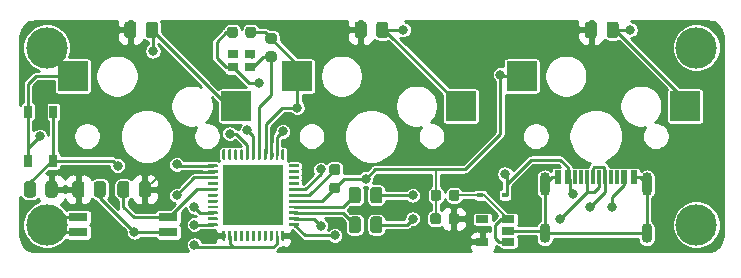
<source format=gbr>
%TF.GenerationSoftware,KiCad,Pcbnew,(5.1.9)-1*%
%TF.CreationDate,2021-04-12T14:13:55+08:00*%
%TF.ProjectId,HDSP_StatTrak,48445350-5f53-4746-9174-5472616b2e6b,rev?*%
%TF.SameCoordinates,Original*%
%TF.FileFunction,Copper,L1,Top*%
%TF.FilePolarity,Positive*%
%FSLAX46Y46*%
G04 Gerber Fmt 4.6, Leading zero omitted, Abs format (unit mm)*
G04 Created by KiCad (PCBNEW (5.1.9)-1) date 2021-04-12 14:13:55*
%MOMM*%
%LPD*%
G01*
G04 APERTURE LIST*
%TA.AperFunction,SMDPad,CuDef*%
%ADD10R,2.550000X2.500000*%
%TD*%
%TA.AperFunction,ComponentPad*%
%ADD11C,3.500000*%
%TD*%
%TA.AperFunction,SMDPad,CuDef*%
%ADD12R,1.600000X0.760000*%
%TD*%
%TA.AperFunction,SMDPad,CuDef*%
%ADD13R,0.650000X1.050000*%
%TD*%
%TA.AperFunction,SMDPad,CuDef*%
%ADD14R,1.060000X0.650000*%
%TD*%
%TA.AperFunction,SMDPad,CuDef*%
%ADD15R,5.150000X5.150000*%
%TD*%
%TA.AperFunction,SMDPad,CuDef*%
%ADD16R,0.600000X1.160000*%
%TD*%
%TA.AperFunction,SMDPad,CuDef*%
%ADD17R,0.300000X1.160000*%
%TD*%
%TA.AperFunction,ComponentPad*%
%ADD18O,0.900000X1.700000*%
%TD*%
%TA.AperFunction,ComponentPad*%
%ADD19O,0.900000X2.000000*%
%TD*%
%TA.AperFunction,SMDPad,CuDef*%
%ADD20R,0.600000X0.450000*%
%TD*%
%TA.AperFunction,SMDPad,CuDef*%
%ADD21R,0.900000X0.800000*%
%TD*%
%TA.AperFunction,ViaPad*%
%ADD22C,0.800000*%
%TD*%
%TA.AperFunction,Conductor*%
%ADD23C,0.250000*%
%TD*%
%TA.AperFunction,Conductor*%
%ADD24C,0.200000*%
%TD*%
%TA.AperFunction,Conductor*%
%ADD25C,0.254000*%
%TD*%
%TA.AperFunction,Conductor*%
%ADD26C,0.100000*%
%TD*%
G04 APERTURE END LIST*
D10*
%TO.P,SW2,2*%
%TO.N,D7*%
X141060000Y-82460000D03*
%TO.P,SW2,1*%
%TO.N,GND*%
X127210000Y-79920000D03*
%TD*%
D11*
%TO.P,J5,1*%
%TO.N,GND*%
X87000000Y-92500000D03*
%TD*%
%TO.P,J4,1*%
%TO.N,GND*%
X87000000Y-77500000D03*
%TD*%
%TO.P,J3,1*%
%TO.N,N/C*%
X142000000Y-77500000D03*
%TD*%
%TO.P,J2,1*%
%TO.N,N/C*%
X142000000Y-92500000D03*
%TD*%
%TO.P,R8,2*%
%TO.N,D6*%
%TA.AperFunction,SMDPad,CuDef*%
G36*
G01*
X94012500Y-89049998D02*
X94012500Y-89950002D01*
G75*
G02*
X93762502Y-90200000I-249998J0D01*
G01*
X93237498Y-90200000D01*
G75*
G02*
X92987500Y-89950002I0J249998D01*
G01*
X92987500Y-89049998D01*
G75*
G02*
X93237498Y-88800000I249998J0D01*
G01*
X93762502Y-88800000D01*
G75*
G02*
X94012500Y-89049998I0J-249998D01*
G01*
G37*
%TD.AperFunction*%
%TO.P,R8,1*%
%TO.N,VCC*%
%TA.AperFunction,SMDPad,CuDef*%
G36*
G01*
X95837500Y-89049998D02*
X95837500Y-89950002D01*
G75*
G02*
X95587502Y-90200000I-249998J0D01*
G01*
X95062498Y-90200000D01*
G75*
G02*
X94812500Y-89950002I0J249998D01*
G01*
X94812500Y-89049998D01*
G75*
G02*
X95062498Y-88800000I249998J0D01*
G01*
X95587502Y-88800000D01*
G75*
G02*
X95837500Y-89049998I0J-249998D01*
G01*
G37*
%TD.AperFunction*%
%TD*%
%TO.P,R6,2*%
%TO.N,D5*%
%TA.AperFunction,SMDPad,CuDef*%
G36*
G01*
X90987500Y-89950002D02*
X90987500Y-89049998D01*
G75*
G02*
X91237498Y-88800000I249998J0D01*
G01*
X91762502Y-88800000D01*
G75*
G02*
X92012500Y-89049998I0J-249998D01*
G01*
X92012500Y-89950002D01*
G75*
G02*
X91762502Y-90200000I-249998J0D01*
G01*
X91237498Y-90200000D01*
G75*
G02*
X90987500Y-89950002I0J249998D01*
G01*
G37*
%TD.AperFunction*%
%TO.P,R6,1*%
%TO.N,VCC*%
%TA.AperFunction,SMDPad,CuDef*%
G36*
G01*
X89162500Y-89950002D02*
X89162500Y-89049998D01*
G75*
G02*
X89412498Y-88800000I249998J0D01*
G01*
X89937502Y-88800000D01*
G75*
G02*
X90187500Y-89049998I0J-249998D01*
G01*
X90187500Y-89950002D01*
G75*
G02*
X89937502Y-90200000I-249998J0D01*
G01*
X89412498Y-90200000D01*
G75*
G02*
X89162500Y-89950002I0J249998D01*
G01*
G37*
%TD.AperFunction*%
%TD*%
D12*
%TO.P,SW5,4*%
%TO.N,D6*%
X97310000Y-91865000D03*
%TO.P,SW5,2*%
%TO.N,GND*%
X89690000Y-93135000D03*
%TO.P,SW5,3*%
%TO.N,D5*%
X97310000Y-93135000D03*
%TO.P,SW5,1*%
%TO.N,GND*%
X89690000Y-91865000D03*
%TD*%
D10*
%TO.P,SW3,2*%
%TO.N,SCL|D3*%
X122060000Y-82460000D03*
%TO.P,SW3,1*%
%TO.N,GND*%
X108210000Y-79920000D03*
%TD*%
%TO.P,SW1,1*%
%TO.N,GND*%
X89210000Y-79920000D03*
%TO.P,SW1,2*%
%TO.N,D4*%
X103060000Y-82460000D03*
%TD*%
%TO.P,R4,2*%
%TO.N,SCL|D3*%
%TA.AperFunction,SMDPad,CuDef*%
G36*
G01*
X114900000Y-76450002D02*
X114900000Y-75549998D01*
G75*
G02*
X115149998Y-75300000I249998J0D01*
G01*
X115675002Y-75300000D01*
G75*
G02*
X115925000Y-75549998I0J-249998D01*
G01*
X115925000Y-76450002D01*
G75*
G02*
X115675002Y-76700000I-249998J0D01*
G01*
X115149998Y-76700000D01*
G75*
G02*
X114900000Y-76450002I0J249998D01*
G01*
G37*
%TD.AperFunction*%
%TO.P,R4,1*%
%TO.N,VCC*%
%TA.AperFunction,SMDPad,CuDef*%
G36*
G01*
X113075000Y-76450002D02*
X113075000Y-75549998D01*
G75*
G02*
X113324998Y-75300000I249998J0D01*
G01*
X113850002Y-75300000D01*
G75*
G02*
X114100000Y-75549998I0J-249998D01*
G01*
X114100000Y-76450002D01*
G75*
G02*
X113850002Y-76700000I-249998J0D01*
G01*
X113324998Y-76700000D01*
G75*
G02*
X113075000Y-76450002I0J249998D01*
G01*
G37*
%TD.AperFunction*%
%TD*%
%TO.P,R3,2*%
%TO.N,D7*%
%TA.AperFunction,SMDPad,CuDef*%
G36*
G01*
X134400000Y-76450002D02*
X134400000Y-75549998D01*
G75*
G02*
X134649998Y-75300000I249998J0D01*
G01*
X135175002Y-75300000D01*
G75*
G02*
X135425000Y-75549998I0J-249998D01*
G01*
X135425000Y-76450002D01*
G75*
G02*
X135175002Y-76700000I-249998J0D01*
G01*
X134649998Y-76700000D01*
G75*
G02*
X134400000Y-76450002I0J249998D01*
G01*
G37*
%TD.AperFunction*%
%TO.P,R3,1*%
%TO.N,VCC*%
%TA.AperFunction,SMDPad,CuDef*%
G36*
G01*
X132575000Y-76450002D02*
X132575000Y-75549998D01*
G75*
G02*
X132824998Y-75300000I249998J0D01*
G01*
X133350002Y-75300000D01*
G75*
G02*
X133600000Y-75549998I0J-249998D01*
G01*
X133600000Y-76450002D01*
G75*
G02*
X133350002Y-76700000I-249998J0D01*
G01*
X132824998Y-76700000D01*
G75*
G02*
X132575000Y-76450002I0J249998D01*
G01*
G37*
%TD.AperFunction*%
%TD*%
%TO.P,R1,2*%
%TO.N,D4*%
%TA.AperFunction,SMDPad,CuDef*%
G36*
G01*
X95400000Y-76450002D02*
X95400000Y-75549998D01*
G75*
G02*
X95649998Y-75300000I249998J0D01*
G01*
X96175002Y-75300000D01*
G75*
G02*
X96425000Y-75549998I0J-249998D01*
G01*
X96425000Y-76450002D01*
G75*
G02*
X96175002Y-76700000I-249998J0D01*
G01*
X95649998Y-76700000D01*
G75*
G02*
X95400000Y-76450002I0J249998D01*
G01*
G37*
%TD.AperFunction*%
%TO.P,R1,1*%
%TO.N,VCC*%
%TA.AperFunction,SMDPad,CuDef*%
G36*
G01*
X93575000Y-76450002D02*
X93575000Y-75549998D01*
G75*
G02*
X93824998Y-75300000I249998J0D01*
G01*
X94350002Y-75300000D01*
G75*
G02*
X94600000Y-75549998I0J-249998D01*
G01*
X94600000Y-76450002D01*
G75*
G02*
X94350002Y-76700000I-249998J0D01*
G01*
X93824998Y-76700000D01*
G75*
G02*
X93575000Y-76450002I0J249998D01*
G01*
G37*
%TD.AperFunction*%
%TD*%
D13*
%TO.P,SW4,2*%
%TO.N,Net-(MCU1-Pad13)*%
X87575000Y-82925000D03*
X87575000Y-87075000D03*
%TO.P,SW4,1*%
%TO.N,GND*%
X85425000Y-82925000D03*
X85425000Y-87075000D03*
%TD*%
D14*
%TO.P,U1,5*%
%TO.N,VCC*%
X123900000Y-93950000D03*
%TO.P,U1,4*%
%TO.N,N/C*%
X123900000Y-92050000D03*
%TO.P,U1,3*%
%TO.N,Net-(C19-Pad1)*%
X126100000Y-92050000D03*
%TO.P,U1,2*%
%TO.N,GND*%
X126100000Y-93000000D03*
%TO.P,U1,1*%
%TO.N,Net-(C19-Pad1)*%
X126100000Y-93950000D03*
%TD*%
%TO.P,R7,2*%
%TO.N,Net-(J1-PadA6)*%
%TA.AperFunction,SMDPad,CuDef*%
G36*
G01*
X114400000Y-90450002D02*
X114400000Y-89549998D01*
G75*
G02*
X114649998Y-89300000I249998J0D01*
G01*
X115175002Y-89300000D01*
G75*
G02*
X115425000Y-89549998I0J-249998D01*
G01*
X115425000Y-90450002D01*
G75*
G02*
X115175002Y-90700000I-249998J0D01*
G01*
X114649998Y-90700000D01*
G75*
G02*
X114400000Y-90450002I0J249998D01*
G01*
G37*
%TD.AperFunction*%
%TO.P,R7,1*%
%TO.N,D+*%
%TA.AperFunction,SMDPad,CuDef*%
G36*
G01*
X112575000Y-90450002D02*
X112575000Y-89549998D01*
G75*
G02*
X112824998Y-89300000I249998J0D01*
G01*
X113350002Y-89300000D01*
G75*
G02*
X113600000Y-89549998I0J-249998D01*
G01*
X113600000Y-90450002D01*
G75*
G02*
X113350002Y-90700000I-249998J0D01*
G01*
X112824998Y-90700000D01*
G75*
G02*
X112575000Y-90450002I0J249998D01*
G01*
G37*
%TD.AperFunction*%
%TD*%
%TO.P,R5,2*%
%TO.N,Net-(J1-PadA7)*%
%TA.AperFunction,SMDPad,CuDef*%
G36*
G01*
X114400000Y-92950002D02*
X114400000Y-92049998D01*
G75*
G02*
X114649998Y-91800000I249998J0D01*
G01*
X115175002Y-91800000D01*
G75*
G02*
X115425000Y-92049998I0J-249998D01*
G01*
X115425000Y-92950002D01*
G75*
G02*
X115175002Y-93200000I-249998J0D01*
G01*
X114649998Y-93200000D01*
G75*
G02*
X114400000Y-92950002I0J249998D01*
G01*
G37*
%TD.AperFunction*%
%TO.P,R5,1*%
%TO.N,D-*%
%TA.AperFunction,SMDPad,CuDef*%
G36*
G01*
X112575000Y-92950002D02*
X112575000Y-92049998D01*
G75*
G02*
X112824998Y-91800000I249998J0D01*
G01*
X113350002Y-91800000D01*
G75*
G02*
X113600000Y-92049998I0J-249998D01*
G01*
X113600000Y-92950002D01*
G75*
G02*
X113350002Y-93200000I-249998J0D01*
G01*
X112824998Y-93200000D01*
G75*
G02*
X112575000Y-92950002I0J249998D01*
G01*
G37*
%TD.AperFunction*%
%TD*%
%TO.P,R2,2*%
%TO.N,Net-(MCU1-Pad13)*%
%TA.AperFunction,SMDPad,CuDef*%
G36*
G01*
X86100000Y-89049998D02*
X86100000Y-89950002D01*
G75*
G02*
X85850002Y-90200000I-249998J0D01*
G01*
X85324998Y-90200000D01*
G75*
G02*
X85075000Y-89950002I0J249998D01*
G01*
X85075000Y-89049998D01*
G75*
G02*
X85324998Y-88800000I249998J0D01*
G01*
X85850002Y-88800000D01*
G75*
G02*
X86100000Y-89049998I0J-249998D01*
G01*
G37*
%TD.AperFunction*%
%TO.P,R2,1*%
%TO.N,VCC*%
%TA.AperFunction,SMDPad,CuDef*%
G36*
G01*
X87925000Y-89049998D02*
X87925000Y-89950002D01*
G75*
G02*
X87675002Y-90200000I-249998J0D01*
G01*
X87149998Y-90200000D01*
G75*
G02*
X86900000Y-89950002I0J249998D01*
G01*
X86900000Y-89049998D01*
G75*
G02*
X87149998Y-88800000I249998J0D01*
G01*
X87675002Y-88800000D01*
G75*
G02*
X87925000Y-89049998I0J-249998D01*
G01*
G37*
%TD.AperFunction*%
%TD*%
D15*
%TO.P,MCU1,45*%
%TO.N,N/C*%
X104500000Y-90000000D03*
%TO.P,MCU1,44*%
%TO.N,VCC*%
%TA.AperFunction,SMDPad,CuDef*%
G36*
G01*
X107125000Y-93062500D02*
X107125000Y-93812500D01*
G75*
G02*
X107062500Y-93875000I-62500J0D01*
G01*
X106937500Y-93875000D01*
G75*
G02*
X106875000Y-93812500I0J62500D01*
G01*
X106875000Y-93062500D01*
G75*
G02*
X106937500Y-93000000I62500J0D01*
G01*
X107062500Y-93000000D01*
G75*
G02*
X107125000Y-93062500I0J-62500D01*
G01*
G37*
%TD.AperFunction*%
%TO.P,MCU1,43*%
%TO.N,GND*%
%TA.AperFunction,SMDPad,CuDef*%
G36*
G01*
X106625000Y-93062500D02*
X106625000Y-93812500D01*
G75*
G02*
X106562500Y-93875000I-62500J0D01*
G01*
X106437500Y-93875000D01*
G75*
G02*
X106375000Y-93812500I0J62500D01*
G01*
X106375000Y-93062500D01*
G75*
G02*
X106437500Y-93000000I62500J0D01*
G01*
X106562500Y-93000000D01*
G75*
G02*
X106625000Y-93062500I0J-62500D01*
G01*
G37*
%TD.AperFunction*%
%TO.P,MCU1,42*%
%TO.N,N/C*%
%TA.AperFunction,SMDPad,CuDef*%
G36*
G01*
X106125000Y-93062500D02*
X106125000Y-93812500D01*
G75*
G02*
X106062500Y-93875000I-62500J0D01*
G01*
X105937500Y-93875000D01*
G75*
G02*
X105875000Y-93812500I0J62500D01*
G01*
X105875000Y-93062500D01*
G75*
G02*
X105937500Y-93000000I62500J0D01*
G01*
X106062500Y-93000000D01*
G75*
G02*
X106125000Y-93062500I0J-62500D01*
G01*
G37*
%TD.AperFunction*%
%TO.P,MCU1,41*%
%TA.AperFunction,SMDPad,CuDef*%
G36*
G01*
X105625000Y-93062500D02*
X105625000Y-93812500D01*
G75*
G02*
X105562500Y-93875000I-62500J0D01*
G01*
X105437500Y-93875000D01*
G75*
G02*
X105375000Y-93812500I0J62500D01*
G01*
X105375000Y-93062500D01*
G75*
G02*
X105437500Y-93000000I62500J0D01*
G01*
X105562500Y-93000000D01*
G75*
G02*
X105625000Y-93062500I0J-62500D01*
G01*
G37*
%TD.AperFunction*%
%TO.P,MCU1,40*%
%TA.AperFunction,SMDPad,CuDef*%
G36*
G01*
X105125000Y-93062500D02*
X105125000Y-93812500D01*
G75*
G02*
X105062500Y-93875000I-62500J0D01*
G01*
X104937500Y-93875000D01*
G75*
G02*
X104875000Y-93812500I0J62500D01*
G01*
X104875000Y-93062500D01*
G75*
G02*
X104937500Y-93000000I62500J0D01*
G01*
X105062500Y-93000000D01*
G75*
G02*
X105125000Y-93062500I0J-62500D01*
G01*
G37*
%TD.AperFunction*%
%TO.P,MCU1,39*%
%TA.AperFunction,SMDPad,CuDef*%
G36*
G01*
X104625000Y-93062500D02*
X104625000Y-93812500D01*
G75*
G02*
X104562500Y-93875000I-62500J0D01*
G01*
X104437500Y-93875000D01*
G75*
G02*
X104375000Y-93812500I0J62500D01*
G01*
X104375000Y-93062500D01*
G75*
G02*
X104437500Y-93000000I62500J0D01*
G01*
X104562500Y-93000000D01*
G75*
G02*
X104625000Y-93062500I0J-62500D01*
G01*
G37*
%TD.AperFunction*%
%TO.P,MCU1,38*%
%TA.AperFunction,SMDPad,CuDef*%
G36*
G01*
X104125000Y-93062500D02*
X104125000Y-93812500D01*
G75*
G02*
X104062500Y-93875000I-62500J0D01*
G01*
X103937500Y-93875000D01*
G75*
G02*
X103875000Y-93812500I0J62500D01*
G01*
X103875000Y-93062500D01*
G75*
G02*
X103937500Y-93000000I62500J0D01*
G01*
X104062500Y-93000000D01*
G75*
G02*
X104125000Y-93062500I0J-62500D01*
G01*
G37*
%TD.AperFunction*%
%TO.P,MCU1,37*%
%TA.AperFunction,SMDPad,CuDef*%
G36*
G01*
X103625000Y-93062500D02*
X103625000Y-93812500D01*
G75*
G02*
X103562500Y-93875000I-62500J0D01*
G01*
X103437500Y-93875000D01*
G75*
G02*
X103375000Y-93812500I0J62500D01*
G01*
X103375000Y-93062500D01*
G75*
G02*
X103437500Y-93000000I62500J0D01*
G01*
X103562500Y-93000000D01*
G75*
G02*
X103625000Y-93062500I0J-62500D01*
G01*
G37*
%TD.AperFunction*%
%TO.P,MCU1,36*%
%TA.AperFunction,SMDPad,CuDef*%
G36*
G01*
X103125000Y-93062500D02*
X103125000Y-93812500D01*
G75*
G02*
X103062500Y-93875000I-62500J0D01*
G01*
X102937500Y-93875000D01*
G75*
G02*
X102875000Y-93812500I0J62500D01*
G01*
X102875000Y-93062500D01*
G75*
G02*
X102937500Y-93000000I62500J0D01*
G01*
X103062500Y-93000000D01*
G75*
G02*
X103125000Y-93062500I0J-62500D01*
G01*
G37*
%TD.AperFunction*%
%TO.P,MCU1,35*%
%TO.N,GND*%
%TA.AperFunction,SMDPad,CuDef*%
G36*
G01*
X102625000Y-93062500D02*
X102625000Y-93812500D01*
G75*
G02*
X102562500Y-93875000I-62500J0D01*
G01*
X102437500Y-93875000D01*
G75*
G02*
X102375000Y-93812500I0J62500D01*
G01*
X102375000Y-93062500D01*
G75*
G02*
X102437500Y-93000000I62500J0D01*
G01*
X102562500Y-93000000D01*
G75*
G02*
X102625000Y-93062500I0J-62500D01*
G01*
G37*
%TD.AperFunction*%
%TO.P,MCU1,34*%
%TO.N,VCC*%
%TA.AperFunction,SMDPad,CuDef*%
G36*
G01*
X102125000Y-93062500D02*
X102125000Y-93812500D01*
G75*
G02*
X102062500Y-93875000I-62500J0D01*
G01*
X101937500Y-93875000D01*
G75*
G02*
X101875000Y-93812500I0J62500D01*
G01*
X101875000Y-93062500D01*
G75*
G02*
X101937500Y-93000000I62500J0D01*
G01*
X102062500Y-93000000D01*
G75*
G02*
X102125000Y-93062500I0J-62500D01*
G01*
G37*
%TD.AperFunction*%
%TO.P,MCU1,33*%
%TO.N,GND*%
%TA.AperFunction,SMDPad,CuDef*%
G36*
G01*
X101500000Y-92437500D02*
X101500000Y-92562500D01*
G75*
G02*
X101437500Y-92625000I-62500J0D01*
G01*
X100687500Y-92625000D01*
G75*
G02*
X100625000Y-92562500I0J62500D01*
G01*
X100625000Y-92437500D01*
G75*
G02*
X100687500Y-92375000I62500J0D01*
G01*
X101437500Y-92375000D01*
G75*
G02*
X101500000Y-92437500I0J-62500D01*
G01*
G37*
%TD.AperFunction*%
%TO.P,MCU1,32*%
%TO.N,N/C*%
%TA.AperFunction,SMDPad,CuDef*%
G36*
G01*
X101500000Y-91937500D02*
X101500000Y-92062500D01*
G75*
G02*
X101437500Y-92125000I-62500J0D01*
G01*
X100687500Y-92125000D01*
G75*
G02*
X100625000Y-92062500I0J62500D01*
G01*
X100625000Y-91937500D01*
G75*
G02*
X100687500Y-91875000I62500J0D01*
G01*
X101437500Y-91875000D01*
G75*
G02*
X101500000Y-91937500I0J-62500D01*
G01*
G37*
%TD.AperFunction*%
%TO.P,MCU1,31*%
%TO.N,D5*%
%TA.AperFunction,SMDPad,CuDef*%
G36*
G01*
X101500000Y-91437500D02*
X101500000Y-91562500D01*
G75*
G02*
X101437500Y-91625000I-62500J0D01*
G01*
X100687500Y-91625000D01*
G75*
G02*
X100625000Y-91562500I0J62500D01*
G01*
X100625000Y-91437500D01*
G75*
G02*
X100687500Y-91375000I62500J0D01*
G01*
X101437500Y-91375000D01*
G75*
G02*
X101500000Y-91437500I0J-62500D01*
G01*
G37*
%TD.AperFunction*%
%TO.P,MCU1,30*%
%TO.N,N/C*%
%TA.AperFunction,SMDPad,CuDef*%
G36*
G01*
X101500000Y-90937500D02*
X101500000Y-91062500D01*
G75*
G02*
X101437500Y-91125000I-62500J0D01*
G01*
X100687500Y-91125000D01*
G75*
G02*
X100625000Y-91062500I0J62500D01*
G01*
X100625000Y-90937500D01*
G75*
G02*
X100687500Y-90875000I62500J0D01*
G01*
X101437500Y-90875000D01*
G75*
G02*
X101500000Y-90937500I0J-62500D01*
G01*
G37*
%TD.AperFunction*%
%TO.P,MCU1,29*%
%TA.AperFunction,SMDPad,CuDef*%
G36*
G01*
X101500000Y-90437500D02*
X101500000Y-90562500D01*
G75*
G02*
X101437500Y-90625000I-62500J0D01*
G01*
X100687500Y-90625000D01*
G75*
G02*
X100625000Y-90562500I0J62500D01*
G01*
X100625000Y-90437500D01*
G75*
G02*
X100687500Y-90375000I62500J0D01*
G01*
X101437500Y-90375000D01*
G75*
G02*
X101500000Y-90437500I0J-62500D01*
G01*
G37*
%TD.AperFunction*%
%TO.P,MCU1,28*%
%TA.AperFunction,SMDPad,CuDef*%
G36*
G01*
X101500000Y-89937500D02*
X101500000Y-90062500D01*
G75*
G02*
X101437500Y-90125000I-62500J0D01*
G01*
X100687500Y-90125000D01*
G75*
G02*
X100625000Y-90062500I0J62500D01*
G01*
X100625000Y-89937500D01*
G75*
G02*
X100687500Y-89875000I62500J0D01*
G01*
X101437500Y-89875000D01*
G75*
G02*
X101500000Y-89937500I0J-62500D01*
G01*
G37*
%TD.AperFunction*%
%TO.P,MCU1,27*%
%TO.N,D6*%
%TA.AperFunction,SMDPad,CuDef*%
G36*
G01*
X101500000Y-89437500D02*
X101500000Y-89562500D01*
G75*
G02*
X101437500Y-89625000I-62500J0D01*
G01*
X100687500Y-89625000D01*
G75*
G02*
X100625000Y-89562500I0J62500D01*
G01*
X100625000Y-89437500D01*
G75*
G02*
X100687500Y-89375000I62500J0D01*
G01*
X101437500Y-89375000D01*
G75*
G02*
X101500000Y-89437500I0J-62500D01*
G01*
G37*
%TD.AperFunction*%
%TO.P,MCU1,26*%
%TO.N,N/C*%
%TA.AperFunction,SMDPad,CuDef*%
G36*
G01*
X101500000Y-88937500D02*
X101500000Y-89062500D01*
G75*
G02*
X101437500Y-89125000I-62500J0D01*
G01*
X100687500Y-89125000D01*
G75*
G02*
X100625000Y-89062500I0J62500D01*
G01*
X100625000Y-88937500D01*
G75*
G02*
X100687500Y-88875000I62500J0D01*
G01*
X101437500Y-88875000D01*
G75*
G02*
X101500000Y-88937500I0J-62500D01*
G01*
G37*
%TD.AperFunction*%
%TO.P,MCU1,25*%
%TO.N,D4*%
%TA.AperFunction,SMDPad,CuDef*%
G36*
G01*
X101500000Y-88437500D02*
X101500000Y-88562500D01*
G75*
G02*
X101437500Y-88625000I-62500J0D01*
G01*
X100687500Y-88625000D01*
G75*
G02*
X100625000Y-88562500I0J62500D01*
G01*
X100625000Y-88437500D01*
G75*
G02*
X100687500Y-88375000I62500J0D01*
G01*
X101437500Y-88375000D01*
G75*
G02*
X101500000Y-88437500I0J-62500D01*
G01*
G37*
%TD.AperFunction*%
%TO.P,MCU1,24*%
%TO.N,VCC*%
%TA.AperFunction,SMDPad,CuDef*%
G36*
G01*
X101500000Y-87937500D02*
X101500000Y-88062500D01*
G75*
G02*
X101437500Y-88125000I-62500J0D01*
G01*
X100687500Y-88125000D01*
G75*
G02*
X100625000Y-88062500I0J62500D01*
G01*
X100625000Y-87937500D01*
G75*
G02*
X100687500Y-87875000I62500J0D01*
G01*
X101437500Y-87875000D01*
G75*
G02*
X101500000Y-87937500I0J-62500D01*
G01*
G37*
%TD.AperFunction*%
%TO.P,MCU1,23*%
%TO.N,GND*%
%TA.AperFunction,SMDPad,CuDef*%
G36*
G01*
X101500000Y-87437500D02*
X101500000Y-87562500D01*
G75*
G02*
X101437500Y-87625000I-62500J0D01*
G01*
X100687500Y-87625000D01*
G75*
G02*
X100625000Y-87562500I0J62500D01*
G01*
X100625000Y-87437500D01*
G75*
G02*
X100687500Y-87375000I62500J0D01*
G01*
X101437500Y-87375000D01*
G75*
G02*
X101500000Y-87437500I0J-62500D01*
G01*
G37*
%TD.AperFunction*%
%TO.P,MCU1,22*%
%TO.N,N/C*%
%TA.AperFunction,SMDPad,CuDef*%
G36*
G01*
X102125000Y-86187500D02*
X102125000Y-86937500D01*
G75*
G02*
X102062500Y-87000000I-62500J0D01*
G01*
X101937500Y-87000000D01*
G75*
G02*
X101875000Y-86937500I0J62500D01*
G01*
X101875000Y-86187500D01*
G75*
G02*
X101937500Y-86125000I62500J0D01*
G01*
X102062500Y-86125000D01*
G75*
G02*
X102125000Y-86187500I0J-62500D01*
G01*
G37*
%TD.AperFunction*%
%TO.P,MCU1,21*%
%TA.AperFunction,SMDPad,CuDef*%
G36*
G01*
X102625000Y-86187500D02*
X102625000Y-86937500D01*
G75*
G02*
X102562500Y-87000000I-62500J0D01*
G01*
X102437500Y-87000000D01*
G75*
G02*
X102375000Y-86937500I0J62500D01*
G01*
X102375000Y-86187500D01*
G75*
G02*
X102437500Y-86125000I62500J0D01*
G01*
X102562500Y-86125000D01*
G75*
G02*
X102625000Y-86187500I0J-62500D01*
G01*
G37*
%TD.AperFunction*%
%TO.P,MCU1,20*%
%TA.AperFunction,SMDPad,CuDef*%
G36*
G01*
X103125000Y-86187500D02*
X103125000Y-86937500D01*
G75*
G02*
X103062500Y-87000000I-62500J0D01*
G01*
X102937500Y-87000000D01*
G75*
G02*
X102875000Y-86937500I0J62500D01*
G01*
X102875000Y-86187500D01*
G75*
G02*
X102937500Y-86125000I62500J0D01*
G01*
X103062500Y-86125000D01*
G75*
G02*
X103125000Y-86187500I0J-62500D01*
G01*
G37*
%TD.AperFunction*%
%TO.P,MCU1,19*%
%TA.AperFunction,SMDPad,CuDef*%
G36*
G01*
X103625000Y-86187500D02*
X103625000Y-86937500D01*
G75*
G02*
X103562500Y-87000000I-62500J0D01*
G01*
X103437500Y-87000000D01*
G75*
G02*
X103375000Y-86937500I0J62500D01*
G01*
X103375000Y-86187500D01*
G75*
G02*
X103437500Y-86125000I62500J0D01*
G01*
X103562500Y-86125000D01*
G75*
G02*
X103625000Y-86187500I0J-62500D01*
G01*
G37*
%TD.AperFunction*%
%TO.P,MCU1,18*%
%TO.N,SCL|D3*%
%TA.AperFunction,SMDPad,CuDef*%
G36*
G01*
X104125000Y-86187500D02*
X104125000Y-86937500D01*
G75*
G02*
X104062500Y-87000000I-62500J0D01*
G01*
X103937500Y-87000000D01*
G75*
G02*
X103875000Y-86937500I0J62500D01*
G01*
X103875000Y-86187500D01*
G75*
G02*
X103937500Y-86125000I62500J0D01*
G01*
X104062500Y-86125000D01*
G75*
G02*
X104125000Y-86187500I0J-62500D01*
G01*
G37*
%TD.AperFunction*%
%TO.P,MCU1,17*%
%TO.N,Net-(16MHz1-Pad1)*%
%TA.AperFunction,SMDPad,CuDef*%
G36*
G01*
X104625000Y-86187500D02*
X104625000Y-86937500D01*
G75*
G02*
X104562500Y-87000000I-62500J0D01*
G01*
X104437500Y-87000000D01*
G75*
G02*
X104375000Y-86937500I0J62500D01*
G01*
X104375000Y-86187500D01*
G75*
G02*
X104437500Y-86125000I62500J0D01*
G01*
X104562500Y-86125000D01*
G75*
G02*
X104625000Y-86187500I0J-62500D01*
G01*
G37*
%TD.AperFunction*%
%TO.P,MCU1,16*%
%TO.N,Net-(16MHz1-Pad2)*%
%TA.AperFunction,SMDPad,CuDef*%
G36*
G01*
X105125000Y-86187500D02*
X105125000Y-86937500D01*
G75*
G02*
X105062500Y-87000000I-62500J0D01*
G01*
X104937500Y-87000000D01*
G75*
G02*
X104875000Y-86937500I0J62500D01*
G01*
X104875000Y-86187500D01*
G75*
G02*
X104937500Y-86125000I62500J0D01*
G01*
X105062500Y-86125000D01*
G75*
G02*
X105125000Y-86187500I0J-62500D01*
G01*
G37*
%TD.AperFunction*%
%TO.P,MCU1,15*%
%TO.N,GND*%
%TA.AperFunction,SMDPad,CuDef*%
G36*
G01*
X105625000Y-86187500D02*
X105625000Y-86937500D01*
G75*
G02*
X105562500Y-87000000I-62500J0D01*
G01*
X105437500Y-87000000D01*
G75*
G02*
X105375000Y-86937500I0J62500D01*
G01*
X105375000Y-86187500D01*
G75*
G02*
X105437500Y-86125000I62500J0D01*
G01*
X105562500Y-86125000D01*
G75*
G02*
X105625000Y-86187500I0J-62500D01*
G01*
G37*
%TD.AperFunction*%
%TO.P,MCU1,14*%
%TO.N,VCC*%
%TA.AperFunction,SMDPad,CuDef*%
G36*
G01*
X106125000Y-86187500D02*
X106125000Y-86937500D01*
G75*
G02*
X106062500Y-87000000I-62500J0D01*
G01*
X105937500Y-87000000D01*
G75*
G02*
X105875000Y-86937500I0J62500D01*
G01*
X105875000Y-86187500D01*
G75*
G02*
X105937500Y-86125000I62500J0D01*
G01*
X106062500Y-86125000D01*
G75*
G02*
X106125000Y-86187500I0J-62500D01*
G01*
G37*
%TD.AperFunction*%
%TO.P,MCU1,13*%
%TO.N,Net-(MCU1-Pad13)*%
%TA.AperFunction,SMDPad,CuDef*%
G36*
G01*
X106625000Y-86187500D02*
X106625000Y-86937500D01*
G75*
G02*
X106562500Y-87000000I-62500J0D01*
G01*
X106437500Y-87000000D01*
G75*
G02*
X106375000Y-86937500I0J62500D01*
G01*
X106375000Y-86187500D01*
G75*
G02*
X106437500Y-86125000I62500J0D01*
G01*
X106562500Y-86125000D01*
G75*
G02*
X106625000Y-86187500I0J-62500D01*
G01*
G37*
%TD.AperFunction*%
%TO.P,MCU1,12*%
%TO.N,N/C*%
%TA.AperFunction,SMDPad,CuDef*%
G36*
G01*
X107125000Y-86187500D02*
X107125000Y-86937500D01*
G75*
G02*
X107062500Y-87000000I-62500J0D01*
G01*
X106937500Y-87000000D01*
G75*
G02*
X106875000Y-86937500I0J62500D01*
G01*
X106875000Y-86187500D01*
G75*
G02*
X106937500Y-86125000I62500J0D01*
G01*
X107062500Y-86125000D01*
G75*
G02*
X107125000Y-86187500I0J-62500D01*
G01*
G37*
%TD.AperFunction*%
%TO.P,MCU1,11*%
%TA.AperFunction,SMDPad,CuDef*%
G36*
G01*
X108375000Y-87437500D02*
X108375000Y-87562500D01*
G75*
G02*
X108312500Y-87625000I-62500J0D01*
G01*
X107562500Y-87625000D01*
G75*
G02*
X107500000Y-87562500I0J62500D01*
G01*
X107500000Y-87437500D01*
G75*
G02*
X107562500Y-87375000I62500J0D01*
G01*
X108312500Y-87375000D01*
G75*
G02*
X108375000Y-87437500I0J-62500D01*
G01*
G37*
%TD.AperFunction*%
%TO.P,MCU1,10*%
%TA.AperFunction,SMDPad,CuDef*%
G36*
G01*
X108375000Y-87937500D02*
X108375000Y-88062500D01*
G75*
G02*
X108312500Y-88125000I-62500J0D01*
G01*
X107562500Y-88125000D01*
G75*
G02*
X107500000Y-88062500I0J62500D01*
G01*
X107500000Y-87937500D01*
G75*
G02*
X107562500Y-87875000I62500J0D01*
G01*
X108312500Y-87875000D01*
G75*
G02*
X108375000Y-87937500I0J-62500D01*
G01*
G37*
%TD.AperFunction*%
%TO.P,MCU1,9*%
%TA.AperFunction,SMDPad,CuDef*%
G36*
G01*
X108375000Y-88437500D02*
X108375000Y-88562500D01*
G75*
G02*
X108312500Y-88625000I-62500J0D01*
G01*
X107562500Y-88625000D01*
G75*
G02*
X107500000Y-88562500I0J62500D01*
G01*
X107500000Y-88437500D01*
G75*
G02*
X107562500Y-88375000I62500J0D01*
G01*
X108312500Y-88375000D01*
G75*
G02*
X108375000Y-88437500I0J-62500D01*
G01*
G37*
%TD.AperFunction*%
%TO.P,MCU1,8*%
%TA.AperFunction,SMDPad,CuDef*%
G36*
G01*
X108375000Y-88937500D02*
X108375000Y-89062500D01*
G75*
G02*
X108312500Y-89125000I-62500J0D01*
G01*
X107562500Y-89125000D01*
G75*
G02*
X107500000Y-89062500I0J62500D01*
G01*
X107500000Y-88937500D01*
G75*
G02*
X107562500Y-88875000I62500J0D01*
G01*
X108312500Y-88875000D01*
G75*
G02*
X108375000Y-88937500I0J-62500D01*
G01*
G37*
%TD.AperFunction*%
%TO.P,MCU1,7*%
%TO.N,V_USB*%
%TA.AperFunction,SMDPad,CuDef*%
G36*
G01*
X108375000Y-89437500D02*
X108375000Y-89562500D01*
G75*
G02*
X108312500Y-89625000I-62500J0D01*
G01*
X107562500Y-89625000D01*
G75*
G02*
X107500000Y-89562500I0J62500D01*
G01*
X107500000Y-89437500D01*
G75*
G02*
X107562500Y-89375000I62500J0D01*
G01*
X108312500Y-89375000D01*
G75*
G02*
X108375000Y-89437500I0J-62500D01*
G01*
G37*
%TD.AperFunction*%
%TO.P,MCU1,6*%
%TO.N,UCAP*%
%TA.AperFunction,SMDPad,CuDef*%
G36*
G01*
X108375000Y-89937500D02*
X108375000Y-90062500D01*
G75*
G02*
X108312500Y-90125000I-62500J0D01*
G01*
X107562500Y-90125000D01*
G75*
G02*
X107500000Y-90062500I0J62500D01*
G01*
X107500000Y-89937500D01*
G75*
G02*
X107562500Y-89875000I62500J0D01*
G01*
X108312500Y-89875000D01*
G75*
G02*
X108375000Y-89937500I0J-62500D01*
G01*
G37*
%TD.AperFunction*%
%TO.P,MCU1,5*%
%TO.N,GND*%
%TA.AperFunction,SMDPad,CuDef*%
G36*
G01*
X108375000Y-90437500D02*
X108375000Y-90562500D01*
G75*
G02*
X108312500Y-90625000I-62500J0D01*
G01*
X107562500Y-90625000D01*
G75*
G02*
X107500000Y-90562500I0J62500D01*
G01*
X107500000Y-90437500D01*
G75*
G02*
X107562500Y-90375000I62500J0D01*
G01*
X108312500Y-90375000D01*
G75*
G02*
X108375000Y-90437500I0J-62500D01*
G01*
G37*
%TD.AperFunction*%
%TO.P,MCU1,4*%
%TO.N,D+*%
%TA.AperFunction,SMDPad,CuDef*%
G36*
G01*
X108375000Y-90937500D02*
X108375000Y-91062500D01*
G75*
G02*
X108312500Y-91125000I-62500J0D01*
G01*
X107562500Y-91125000D01*
G75*
G02*
X107500000Y-91062500I0J62500D01*
G01*
X107500000Y-90937500D01*
G75*
G02*
X107562500Y-90875000I62500J0D01*
G01*
X108312500Y-90875000D01*
G75*
G02*
X108375000Y-90937500I0J-62500D01*
G01*
G37*
%TD.AperFunction*%
%TO.P,MCU1,3*%
%TO.N,D-*%
%TA.AperFunction,SMDPad,CuDef*%
G36*
G01*
X108375000Y-91437500D02*
X108375000Y-91562500D01*
G75*
G02*
X108312500Y-91625000I-62500J0D01*
G01*
X107562500Y-91625000D01*
G75*
G02*
X107500000Y-91562500I0J62500D01*
G01*
X107500000Y-91437500D01*
G75*
G02*
X107562500Y-91375000I62500J0D01*
G01*
X108312500Y-91375000D01*
G75*
G02*
X108375000Y-91437500I0J-62500D01*
G01*
G37*
%TD.AperFunction*%
%TO.P,MCU1,2*%
%TO.N,V_USB*%
%TA.AperFunction,SMDPad,CuDef*%
G36*
G01*
X108375000Y-91937500D02*
X108375000Y-92062500D01*
G75*
G02*
X108312500Y-92125000I-62500J0D01*
G01*
X107562500Y-92125000D01*
G75*
G02*
X107500000Y-92062500I0J62500D01*
G01*
X107500000Y-91937500D01*
G75*
G02*
X107562500Y-91875000I62500J0D01*
G01*
X108312500Y-91875000D01*
G75*
G02*
X108375000Y-91937500I0J-62500D01*
G01*
G37*
%TD.AperFunction*%
%TO.P,MCU1,1*%
%TO.N,D7*%
%TA.AperFunction,SMDPad,CuDef*%
G36*
G01*
X108375000Y-92437500D02*
X108375000Y-92562500D01*
G75*
G02*
X108312500Y-92625000I-62500J0D01*
G01*
X107562500Y-92625000D01*
G75*
G02*
X107500000Y-92562500I0J62500D01*
G01*
X107500000Y-92437500D01*
G75*
G02*
X107562500Y-92375000I62500J0D01*
G01*
X108312500Y-92375000D01*
G75*
G02*
X108375000Y-92437500I0J-62500D01*
G01*
G37*
%TD.AperFunction*%
%TD*%
D16*
%TO.P,J1,A12*%
%TO.N,GND*%
X136700000Y-88490000D03*
%TO.P,J1,A9*%
%TO.N,V_USB*%
X135900000Y-88490000D03*
%TO.P,J1,B1*%
%TO.N,GND*%
X136700000Y-88490000D03*
%TO.P,J1,B4*%
%TO.N,V_USB*%
X135900000Y-88490000D03*
%TO.P,J1,B12*%
%TO.N,GND*%
X130300000Y-88490000D03*
%TO.P,J1,A1*%
X130300000Y-88490000D03*
%TO.P,J1,B9*%
%TO.N,V_USB*%
X131100000Y-88490000D03*
%TO.P,J1,A4*%
X131100000Y-88490000D03*
D17*
%TO.P,J1,B5*%
%TO.N,N/C*%
X135250000Y-88490000D03*
%TO.P,J1,B6*%
%TO.N,Net-(J1-PadA6)*%
X134250000Y-88490000D03*
%TO.P,J1,A8*%
%TO.N,N/C*%
X134750000Y-88490000D03*
%TO.P,J1,A5*%
X132250000Y-88490000D03*
%TO.P,J1,B8*%
X131750000Y-88490000D03*
%TO.P,J1,A7*%
%TO.N,Net-(J1-PadA7)*%
X133750000Y-88490000D03*
%TO.P,J1,A6*%
%TO.N,Net-(J1-PadA6)*%
X133250000Y-88490000D03*
%TO.P,J1,B7*%
%TO.N,Net-(J1-PadA7)*%
X132750000Y-88490000D03*
D18*
%TO.P,J1,S1*%
%TO.N,GND*%
X137820000Y-93240000D03*
X129180000Y-93240000D03*
D19*
X137820000Y-89070000D03*
X129180000Y-89070000D03*
%TD*%
D20*
%TO.P,D2,2*%
%TO.N,Net-(C19-Pad1)*%
X123700000Y-90000000D03*
%TO.P,D2,1*%
%TO.N,V_USB*%
X125800000Y-90000000D03*
%TD*%
%TO.P,C19,1*%
%TO.N,Net-(C19-Pad1)*%
%TA.AperFunction,SMDPad,CuDef*%
G36*
G01*
X121950000Y-89750000D02*
X121950000Y-90250000D01*
G75*
G02*
X121725000Y-90475000I-225000J0D01*
G01*
X121275000Y-90475000D01*
G75*
G02*
X121050000Y-90250000I0J225000D01*
G01*
X121050000Y-89750000D01*
G75*
G02*
X121275000Y-89525000I225000J0D01*
G01*
X121725000Y-89525000D01*
G75*
G02*
X121950000Y-89750000I0J-225000D01*
G01*
G37*
%TD.AperFunction*%
%TO.P,C19,2*%
%TO.N,GND*%
%TA.AperFunction,SMDPad,CuDef*%
G36*
G01*
X120400000Y-89750000D02*
X120400000Y-90250000D01*
G75*
G02*
X120175000Y-90475000I-225000J0D01*
G01*
X119725000Y-90475000D01*
G75*
G02*
X119500000Y-90250000I0J225000D01*
G01*
X119500000Y-89750000D01*
G75*
G02*
X119725000Y-89525000I225000J0D01*
G01*
X120175000Y-89525000D01*
G75*
G02*
X120400000Y-89750000I0J-225000D01*
G01*
G37*
%TD.AperFunction*%
%TD*%
%TO.P,C13,1*%
%TO.N,VCC*%
%TA.AperFunction,SMDPad,CuDef*%
G36*
G01*
X121925000Y-91750000D02*
X121925000Y-92250000D01*
G75*
G02*
X121700000Y-92475000I-225000J0D01*
G01*
X121250000Y-92475000D01*
G75*
G02*
X121025000Y-92250000I0J225000D01*
G01*
X121025000Y-91750000D01*
G75*
G02*
X121250000Y-91525000I225000J0D01*
G01*
X121700000Y-91525000D01*
G75*
G02*
X121925000Y-91750000I0J-225000D01*
G01*
G37*
%TD.AperFunction*%
%TO.P,C13,2*%
%TO.N,GND*%
%TA.AperFunction,SMDPad,CuDef*%
G36*
G01*
X120375000Y-91750000D02*
X120375000Y-92250000D01*
G75*
G02*
X120150000Y-92475000I-225000J0D01*
G01*
X119700000Y-92475000D01*
G75*
G02*
X119475000Y-92250000I0J225000D01*
G01*
X119475000Y-91750000D01*
G75*
G02*
X119700000Y-91525000I225000J0D01*
G01*
X120150000Y-91525000D01*
G75*
G02*
X120375000Y-91750000I0J-225000D01*
G01*
G37*
%TD.AperFunction*%
%TD*%
%TO.P,C4,2*%
%TO.N,GND*%
%TA.AperFunction,SMDPad,CuDef*%
G36*
G01*
X106250000Y-77175000D02*
X105750000Y-77175000D01*
G75*
G02*
X105525000Y-76950000I0J225000D01*
G01*
X105525000Y-76500000D01*
G75*
G02*
X105750000Y-76275000I225000J0D01*
G01*
X106250000Y-76275000D01*
G75*
G02*
X106475000Y-76500000I0J-225000D01*
G01*
X106475000Y-76950000D01*
G75*
G02*
X106250000Y-77175000I-225000J0D01*
G01*
G37*
%TD.AperFunction*%
%TO.P,C4,1*%
%TO.N,Net-(16MHz1-Pad2)*%
%TA.AperFunction,SMDPad,CuDef*%
G36*
G01*
X106250000Y-78725000D02*
X105750000Y-78725000D01*
G75*
G02*
X105525000Y-78500000I0J225000D01*
G01*
X105525000Y-78050000D01*
G75*
G02*
X105750000Y-77825000I225000J0D01*
G01*
X106250000Y-77825000D01*
G75*
G02*
X106475000Y-78050000I0J-225000D01*
G01*
X106475000Y-78500000D01*
G75*
G02*
X106250000Y-78725000I-225000J0D01*
G01*
G37*
%TD.AperFunction*%
%TD*%
%TO.P,C2,2*%
%TO.N,GND*%
%TA.AperFunction,SMDPad,CuDef*%
G36*
G01*
X103825000Y-76450000D02*
X103825000Y-75950000D01*
G75*
G02*
X104050000Y-75725000I225000J0D01*
G01*
X104500000Y-75725000D01*
G75*
G02*
X104725000Y-75950000I0J-225000D01*
G01*
X104725000Y-76450000D01*
G75*
G02*
X104500000Y-76675000I-225000J0D01*
G01*
X104050000Y-76675000D01*
G75*
G02*
X103825000Y-76450000I0J225000D01*
G01*
G37*
%TD.AperFunction*%
%TO.P,C2,1*%
%TO.N,Net-(16MHz1-Pad1)*%
%TA.AperFunction,SMDPad,CuDef*%
G36*
G01*
X102275000Y-76450000D02*
X102275000Y-75950000D01*
G75*
G02*
X102500000Y-75725000I225000J0D01*
G01*
X102950000Y-75725000D01*
G75*
G02*
X103175000Y-75950000I0J-225000D01*
G01*
X103175000Y-76450000D01*
G75*
G02*
X102950000Y-76675000I-225000J0D01*
G01*
X102500000Y-76675000D01*
G75*
G02*
X102275000Y-76450000I0J225000D01*
G01*
G37*
%TD.AperFunction*%
%TD*%
%TO.P,C1,2*%
%TO.N,GND*%
%TA.AperFunction,SMDPad,CuDef*%
G36*
G01*
X111150000Y-88925000D02*
X111650000Y-88925000D01*
G75*
G02*
X111875000Y-89150000I0J-225000D01*
G01*
X111875000Y-89600000D01*
G75*
G02*
X111650000Y-89825000I-225000J0D01*
G01*
X111150000Y-89825000D01*
G75*
G02*
X110925000Y-89600000I0J225000D01*
G01*
X110925000Y-89150000D01*
G75*
G02*
X111150000Y-88925000I225000J0D01*
G01*
G37*
%TD.AperFunction*%
%TO.P,C1,1*%
%TO.N,UCAP*%
%TA.AperFunction,SMDPad,CuDef*%
G36*
G01*
X111150000Y-87375000D02*
X111650000Y-87375000D01*
G75*
G02*
X111875000Y-87600000I0J-225000D01*
G01*
X111875000Y-88050000D01*
G75*
G02*
X111650000Y-88275000I-225000J0D01*
G01*
X111150000Y-88275000D01*
G75*
G02*
X110925000Y-88050000I0J225000D01*
G01*
X110925000Y-87600000D01*
G75*
G02*
X111150000Y-87375000I225000J0D01*
G01*
G37*
%TD.AperFunction*%
%TD*%
D21*
%TO.P,16MHz1,4*%
%TO.N,N/C*%
X102800000Y-78050000D03*
%TO.P,16MHz1,3*%
X104200000Y-78050000D03*
%TO.P,16MHz1,2*%
%TO.N,Net-(16MHz1-Pad2)*%
X104200000Y-79150000D03*
%TO.P,16MHz1,1*%
%TO.N,Net-(16MHz1-Pad1)*%
X102800000Y-79150000D03*
%TD*%
D22*
%TO.N,Net-(16MHz1-Pad1)*%
X105000010Y-80500000D03*
X104000000Y-84500000D03*
%TO.N,GND*%
X86400000Y-85000000D03*
X98000000Y-87400000D03*
X108200000Y-82600000D03*
X114000000Y-88600000D03*
X125400000Y-79800000D03*
X99500000Y-92500000D03*
X99500000Y-94200000D03*
%TO.N,VCC*%
X98000000Y-80000000D03*
X99800000Y-78200000D03*
X100937500Y-93437500D03*
X108600006Y-94374964D03*
%TO.N,V_USB*%
X110200014Y-87799986D03*
X125800000Y-88200000D03*
X110200000Y-92599990D03*
X134900000Y-91000000D03*
X131587347Y-89887347D03*
%TO.N,Net-(J1-PadA6)*%
X133000000Y-91000000D03*
X118000000Y-89999988D03*
%TO.N,Net-(J1-PadA7)*%
X130500000Y-92000000D03*
X118000000Y-92000000D03*
%TO.N,Net-(MCU1-Pad13)*%
X107000000Y-84600000D03*
X93000000Y-87500000D03*
%TO.N,SCL|D3*%
X117200000Y-76000000D03*
X102499992Y-84800000D03*
%TO.N,D5*%
X99500000Y-91000000D03*
X94435000Y-93135000D03*
%TO.N,D4*%
X96000000Y-77800000D03*
X98000000Y-90000000D03*
%TO.N,D7*%
X136400000Y-76000000D03*
X111400000Y-93400000D03*
%TD*%
D23*
%TO.N,*%
X104425000Y-78275000D02*
X104200000Y-78050000D01*
%TO.N,Net-(16MHz1-Pad2)*%
X104450000Y-79150000D02*
X104200000Y-79150000D01*
X105325000Y-78275000D02*
X104450000Y-79150000D01*
X106000000Y-78275000D02*
X105325000Y-78275000D01*
X105000000Y-82500000D02*
X105000000Y-86125000D01*
X106000004Y-81499996D02*
X105000000Y-82500000D01*
X106000004Y-78275004D02*
X106000004Y-81499996D01*
X106000000Y-78275000D02*
X106000004Y-78275004D01*
X105000000Y-86125000D02*
X105000000Y-86562500D01*
%TO.N,Net-(16MHz1-Pad1)*%
X102800000Y-79150000D02*
X102150000Y-79150000D01*
X102150000Y-79150000D02*
X101400000Y-78400000D01*
X101400000Y-78400000D02*
X101400000Y-77000000D01*
X102200000Y-76200000D02*
X102725000Y-76200000D01*
X101400000Y-77000000D02*
X102200000Y-76200000D01*
X104150000Y-80500000D02*
X105000010Y-80500000D01*
X102800000Y-79150000D02*
X104150000Y-80500000D01*
X104500000Y-85000000D02*
X104000000Y-84500000D01*
X104500000Y-86562500D02*
X104500000Y-85000000D01*
%TO.N,GND*%
X85425000Y-82925000D02*
X85425000Y-87075000D01*
X88710000Y-79920000D02*
X86080000Y-79920000D01*
X85425000Y-80575000D02*
X85425000Y-82925000D01*
X86080000Y-79920000D02*
X85425000Y-80575000D01*
X108210000Y-78935000D02*
X108210000Y-79920000D01*
X106000000Y-76725000D02*
X108210000Y-78935000D01*
X108130000Y-80000000D02*
X108210000Y-79920000D01*
X129760000Y-88490000D02*
X129180000Y-89070000D01*
X130300000Y-88490000D02*
X129760000Y-88490000D01*
X137240000Y-88490000D02*
X137820000Y-89070000D01*
X136700000Y-88490000D02*
X137240000Y-88490000D01*
X137820000Y-89070000D02*
X137820000Y-93240000D01*
X137820000Y-93240000D02*
X129180000Y-93240000D01*
X129180000Y-89070000D02*
X129180000Y-93240000D01*
X128940000Y-93000000D02*
X129180000Y-93240000D01*
X126100000Y-93000000D02*
X129440000Y-93000000D01*
X110275000Y-90500000D02*
X107937500Y-90500000D01*
X111400000Y-89375000D02*
X110275000Y-90500000D01*
X106500000Y-94100000D02*
X106200000Y-94400000D01*
X106200000Y-94400000D02*
X102800000Y-94400000D01*
X102500000Y-94100000D02*
X102500000Y-93437500D01*
X102800000Y-94400000D02*
X102500000Y-94100000D01*
X105475000Y-76200000D02*
X106000000Y-76725000D01*
X104275000Y-76200000D02*
X105475000Y-76200000D01*
X85425000Y-85975000D02*
X86400000Y-85000000D01*
X85425000Y-87075000D02*
X85425000Y-85975000D01*
X98100000Y-87500000D02*
X98000000Y-87400000D01*
X101062500Y-87500000D02*
X98100000Y-87500000D01*
X108210000Y-82590000D02*
X108200000Y-82600000D01*
X108210000Y-79920000D02*
X108210000Y-82590000D01*
X111400000Y-89375000D02*
X112175000Y-88600000D01*
X112175000Y-88600000D02*
X114000000Y-88600000D01*
X125520000Y-79920000D02*
X125400000Y-79800000D01*
X127710000Y-79920000D02*
X125520000Y-79920000D01*
X106963590Y-82600000D02*
X108200000Y-82600000D01*
X105549991Y-84013599D02*
X106963590Y-82600000D01*
X105549990Y-86450010D02*
X105549991Y-84013599D01*
X105500000Y-86500000D02*
X105549990Y-86450010D01*
X105500000Y-86562500D02*
X105500000Y-86500000D01*
X101062500Y-92500000D02*
X99500000Y-92500000D01*
X99700000Y-94400000D02*
X99500000Y-94200000D01*
X102800000Y-94400000D02*
X99700000Y-94400000D01*
X87628514Y-91865000D02*
X87458186Y-92035328D01*
X89690000Y-91865000D02*
X87628514Y-91865000D01*
X88486040Y-93135000D02*
X87668490Y-92317450D01*
X89690000Y-93135000D02*
X88486040Y-93135000D01*
X125400000Y-84800000D02*
X125400000Y-79800000D01*
X122400000Y-87800000D02*
X125400000Y-84800000D01*
X114000000Y-88600000D02*
X114800000Y-87800000D01*
D24*
X119925000Y-87825000D02*
X119900000Y-87800000D01*
D23*
X119900000Y-87800000D02*
X122400000Y-87800000D01*
X114800000Y-87800000D02*
X119900000Y-87800000D01*
D24*
X119950000Y-91975000D02*
X119925000Y-92000000D01*
X119950000Y-90000000D02*
X119950000Y-91975000D01*
X119950000Y-87850000D02*
X119900000Y-87800000D01*
X119950000Y-90000000D02*
X119950000Y-87850000D01*
D23*
X106500000Y-93437500D02*
X106500000Y-94100000D01*
%TO.N,UCAP*%
X109225000Y-90000000D02*
X107937500Y-90000000D01*
X111400000Y-87825000D02*
X109225000Y-90000000D01*
%TO.N,VCC*%
X106000000Y-86562500D02*
X106000000Y-85000000D01*
X101062500Y-88000000D02*
X99600000Y-88000000D01*
X99600000Y-88000000D02*
X99200000Y-88000000D01*
X99200000Y-88000000D02*
X98600000Y-88600000D01*
X106000000Y-85000000D02*
X106000000Y-84200000D01*
X106000000Y-84200000D02*
X106800000Y-83400000D01*
X106800000Y-83400000D02*
X109600000Y-83400000D01*
X107662542Y-93437500D02*
X108600006Y-94374964D01*
X102000000Y-93437500D02*
X100937500Y-93437500D01*
X100937500Y-93437500D02*
X100937497Y-93437497D01*
D24*
X123900000Y-93950000D02*
X123650000Y-93950000D01*
X96225000Y-88600000D02*
X95325000Y-89500000D01*
X98600000Y-88600000D02*
X96225000Y-88600000D01*
D23*
X107000000Y-93437500D02*
X107662542Y-93437500D01*
%TO.N,V_USB*%
X131100000Y-87600000D02*
X131100000Y-88490000D01*
X130500000Y-87000000D02*
X131100000Y-87600000D01*
X125937500Y-88337500D02*
X125800000Y-88200000D01*
X125937500Y-90000000D02*
X125937500Y-88337500D01*
X107937500Y-92000000D02*
X109600010Y-92000000D01*
X109600010Y-92000000D02*
X110200000Y-92599990D01*
X110200014Y-88199986D02*
X110200014Y-87799986D01*
X108900000Y-89500000D02*
X110200014Y-88199986D01*
X107937500Y-89500000D02*
X108900000Y-89500000D01*
X134900000Y-90114998D02*
X134900000Y-91000000D01*
X135900000Y-89114998D02*
X134900000Y-90114998D01*
X135900000Y-88490000D02*
X135900000Y-89114998D01*
X131274999Y-88664999D02*
X131100000Y-88490000D01*
X131274999Y-89574999D02*
X131274999Y-88664999D01*
X131587347Y-89887347D02*
X131274999Y-89574999D01*
X128000000Y-87000000D02*
X130500000Y-87000000D01*
X125937500Y-89062500D02*
X128000000Y-87000000D01*
X125937500Y-90000000D02*
X125937500Y-89062500D01*
%TO.N,Net-(J1-PadA6)*%
X134250000Y-89750000D02*
X133000000Y-91000000D01*
X134250000Y-88490000D02*
X134250000Y-89750000D01*
X114912512Y-89999988D02*
X114912500Y-90000000D01*
X118000000Y-89999988D02*
X114912512Y-89999988D01*
X133250000Y-87674998D02*
X133250000Y-88490000D01*
X134160001Y-87584999D02*
X133339999Y-87584999D01*
X134225001Y-87649999D02*
X134160001Y-87584999D01*
X133339999Y-87584999D02*
X133250000Y-87674998D01*
X134225001Y-87925001D02*
X134225001Y-87649999D01*
X134250000Y-87950000D02*
X134225001Y-87925001D01*
X134250000Y-88490000D02*
X134250000Y-87950000D01*
%TO.N,Net-(J1-PadA7)*%
X132750000Y-88490000D02*
X132750000Y-89750000D01*
X132750000Y-89750000D02*
X131500000Y-91000000D01*
X131500000Y-91000000D02*
X130500000Y-92000000D01*
X117500000Y-92500000D02*
X118000000Y-92000000D01*
X114912500Y-92500000D02*
X117500000Y-92500000D01*
X133320000Y-89750000D02*
X132750000Y-89750000D01*
X133750000Y-89320000D02*
X133320000Y-89750000D01*
X133750000Y-88490000D02*
X133750000Y-89320000D01*
%TO.N,D+*%
X112087500Y-91000000D02*
X107937500Y-91000000D01*
X113087500Y-90000000D02*
X112087500Y-91000000D01*
%TO.N,D-*%
X112087500Y-91500000D02*
X107937500Y-91500000D01*
X113087500Y-92500000D02*
X112087500Y-91500000D01*
%TO.N,Net-(MCU1-Pad13)*%
X87575000Y-87075000D02*
X87425000Y-87075000D01*
X85587500Y-88912500D02*
X85587500Y-89500000D01*
X87425000Y-87075000D02*
X85587500Y-88912500D01*
X87575000Y-82925000D02*
X87575000Y-87075000D01*
X106500000Y-85100000D02*
X106500000Y-86562500D01*
X107000000Y-84600000D02*
X106500000Y-85100000D01*
X92575000Y-87075000D02*
X93000000Y-87500000D01*
X87575000Y-87075000D02*
X92575000Y-87075000D01*
%TO.N,SCL|D3*%
X115600000Y-76000000D02*
X122060000Y-82460000D01*
X115412500Y-76000000D02*
X115600000Y-76000000D01*
X117200000Y-76000000D02*
X115412500Y-76000000D01*
X104000000Y-86562500D02*
X104000000Y-85734309D01*
X104000000Y-85734309D02*
X103065691Y-84800000D01*
X103065691Y-84800000D02*
X102499992Y-84800000D01*
%TO.N,D5*%
X94435000Y-93135000D02*
X96310000Y-93135000D01*
X91500000Y-90200000D02*
X94435000Y-93135000D01*
X91500000Y-89500000D02*
X91500000Y-90200000D01*
X97465000Y-93135000D02*
X96310000Y-93135000D01*
X100000000Y-91500000D02*
X99500000Y-91000000D01*
X101062500Y-91500000D02*
X100000000Y-91500000D01*
%TO.N,D6*%
X93500000Y-89500000D02*
X93500000Y-91000000D01*
X94365000Y-91865000D02*
X96310000Y-91865000D01*
X93500000Y-91000000D02*
X94365000Y-91865000D01*
X99700000Y-89500000D02*
X101062500Y-89500000D01*
X97335000Y-91865000D02*
X99700000Y-89500000D01*
X96310000Y-91865000D02*
X97335000Y-91865000D01*
%TO.N,D4*%
X102372500Y-82460000D02*
X95912500Y-76000000D01*
X102560000Y-82460000D02*
X102372500Y-82460000D01*
X96000000Y-76087500D02*
X95912500Y-76000000D01*
X96000000Y-77800000D02*
X96000000Y-76087500D01*
X99500000Y-88500000D02*
X98000000Y-90000000D01*
X101062500Y-88500000D02*
X99500000Y-88500000D01*
%TO.N,D7*%
X135100000Y-76000000D02*
X141560000Y-82460000D01*
X134912500Y-76000000D02*
X135100000Y-76000000D01*
X136400000Y-76000000D02*
X134912500Y-76000000D01*
X107937500Y-92500000D02*
X108837500Y-93400000D01*
X108837500Y-93400000D02*
X111400000Y-93400000D01*
%TO.N,Net-(C19-Pad1)*%
X126100000Y-92050000D02*
X125450000Y-92050000D01*
X125450000Y-92050000D02*
X125000000Y-92500000D01*
X125320000Y-93950000D02*
X126100000Y-93950000D01*
X125000000Y-93630000D02*
X125320000Y-93950000D01*
X125000000Y-92500000D02*
X125000000Y-92900000D01*
X125000000Y-92900000D02*
X125000000Y-93630000D01*
D24*
X126100000Y-92050000D02*
X125850000Y-92050000D01*
X123700000Y-90000000D02*
X123550000Y-90000000D01*
X124050000Y-90000000D02*
X126100000Y-92050000D01*
X123700000Y-90000000D02*
X124050000Y-90000000D01*
X123700000Y-90000000D02*
X121500000Y-90000000D01*
%TD*%
D25*
%TO.N,VCC*%
X119523000Y-89235570D02*
X119513153Y-89238557D01*
X119417446Y-89289713D01*
X119333558Y-89358558D01*
X119264713Y-89442446D01*
X119213557Y-89538153D01*
X119182055Y-89642002D01*
X119171418Y-89750000D01*
X119171418Y-90250000D01*
X119182055Y-90357998D01*
X119213557Y-90461847D01*
X119264713Y-90557554D01*
X119333558Y-90641442D01*
X119417446Y-90710287D01*
X119513153Y-90761443D01*
X119523000Y-90764430D01*
X119523001Y-91227986D01*
X119488153Y-91238557D01*
X119392446Y-91289713D01*
X119308558Y-91358558D01*
X119239713Y-91442446D01*
X119188557Y-91538153D01*
X119157055Y-91642002D01*
X119146418Y-91750000D01*
X119146418Y-92250000D01*
X119157055Y-92357998D01*
X119188557Y-92461847D01*
X119239713Y-92557554D01*
X119308558Y-92641442D01*
X119392446Y-92710287D01*
X119488153Y-92761443D01*
X119592002Y-92792945D01*
X119700000Y-92803582D01*
X120150000Y-92803582D01*
X120257998Y-92792945D01*
X120361847Y-92761443D01*
X120436702Y-92721433D01*
X120494463Y-92829494D01*
X120573815Y-92926185D01*
X120670506Y-93005537D01*
X120780820Y-93064502D01*
X120900518Y-93100812D01*
X121025000Y-93113072D01*
X121189250Y-93110000D01*
X121348000Y-92951250D01*
X121348000Y-92127000D01*
X121602000Y-92127000D01*
X121602000Y-92951250D01*
X121760750Y-93110000D01*
X121925000Y-93113072D01*
X122049482Y-93100812D01*
X122169180Y-93064502D01*
X122279494Y-93005537D01*
X122376185Y-92926185D01*
X122455537Y-92829494D01*
X122514502Y-92719180D01*
X122550812Y-92599482D01*
X122563072Y-92475000D01*
X122560000Y-92285750D01*
X122401250Y-92127000D01*
X121602000Y-92127000D01*
X121348000Y-92127000D01*
X121328000Y-92127000D01*
X121328000Y-91873000D01*
X121348000Y-91873000D01*
X121348000Y-91048750D01*
X121602000Y-91048750D01*
X121602000Y-91873000D01*
X122401250Y-91873000D01*
X122560000Y-91714250D01*
X122563072Y-91525000D01*
X122550812Y-91400518D01*
X122514502Y-91280820D01*
X122455537Y-91170506D01*
X122376185Y-91073815D01*
X122279494Y-90994463D01*
X122169180Y-90935498D01*
X122049482Y-90899188D01*
X121925000Y-90886928D01*
X121760750Y-90890000D01*
X121602000Y-91048750D01*
X121348000Y-91048750D01*
X121189250Y-90890000D01*
X121025000Y-90886928D01*
X120900518Y-90899188D01*
X120780820Y-90935498D01*
X120670506Y-90994463D01*
X120573815Y-91073815D01*
X120494463Y-91170506D01*
X120436702Y-91278567D01*
X120377000Y-91246656D01*
X120377000Y-90764430D01*
X120386847Y-90761443D01*
X120482554Y-90710287D01*
X120566442Y-90641442D01*
X120635287Y-90557554D01*
X120686443Y-90461847D01*
X120717945Y-90357998D01*
X120725000Y-90286368D01*
X120732055Y-90357998D01*
X120763557Y-90461847D01*
X120814713Y-90557554D01*
X120883558Y-90641442D01*
X120967446Y-90710287D01*
X121063153Y-90761443D01*
X121167002Y-90792945D01*
X121275000Y-90803582D01*
X121725000Y-90803582D01*
X121832998Y-90792945D01*
X121936847Y-90761443D01*
X122032554Y-90710287D01*
X122116442Y-90641442D01*
X122185287Y-90557554D01*
X122236443Y-90461847D01*
X122247014Y-90427000D01*
X123142756Y-90427000D01*
X123167657Y-90457343D01*
X123217450Y-90498206D01*
X123274257Y-90528570D01*
X123335897Y-90547268D01*
X123400000Y-90553582D01*
X123999714Y-90553582D01*
X125154178Y-91708047D01*
X125128841Y-91728841D01*
X125114685Y-91746090D01*
X124758582Y-92102195D01*
X124758582Y-91725000D01*
X124752268Y-91660897D01*
X124733570Y-91599257D01*
X124703206Y-91542450D01*
X124662343Y-91492657D01*
X124612550Y-91451794D01*
X124555743Y-91421430D01*
X124494103Y-91402732D01*
X124430000Y-91396418D01*
X123370000Y-91396418D01*
X123305897Y-91402732D01*
X123244257Y-91421430D01*
X123187450Y-91451794D01*
X123137657Y-91492657D01*
X123096794Y-91542450D01*
X123066430Y-91599257D01*
X123047732Y-91660897D01*
X123041418Y-91725000D01*
X123041418Y-92375000D01*
X123047732Y-92439103D01*
X123066430Y-92500743D01*
X123096794Y-92557550D01*
X123137657Y-92607343D01*
X123187450Y-92648206D01*
X123244257Y-92678570D01*
X123305897Y-92697268D01*
X123370000Y-92703582D01*
X124430000Y-92703582D01*
X124494103Y-92697268D01*
X124548000Y-92680919D01*
X124548000Y-92998550D01*
X124430000Y-92986928D01*
X124185750Y-92990000D01*
X124027000Y-93148750D01*
X124027000Y-93823000D01*
X124047000Y-93823000D01*
X124047000Y-94077000D01*
X124027000Y-94077000D01*
X124027000Y-94097000D01*
X123773000Y-94097000D01*
X123773000Y-94077000D01*
X122893750Y-94077000D01*
X122735000Y-94235750D01*
X122731928Y-94275000D01*
X122744188Y-94399482D01*
X122780498Y-94519180D01*
X122839463Y-94629494D01*
X122914560Y-94721000D01*
X106521289Y-94721000D01*
X106535323Y-94703900D01*
X106740853Y-94498371D01*
X106841250Y-94510000D01*
X107000000Y-94351250D01*
X107158750Y-94510000D01*
X107263435Y-94497874D01*
X107382291Y-94458898D01*
X107491260Y-94397484D01*
X107586154Y-94315990D01*
X107663326Y-94217550D01*
X107719811Y-94105946D01*
X107753437Y-93985467D01*
X107762913Y-93860742D01*
X107760000Y-93723250D01*
X107601250Y-93564500D01*
X106953582Y-93564500D01*
X106953582Y-93310500D01*
X107601250Y-93310500D01*
X107760000Y-93151750D01*
X107762913Y-93014258D01*
X107758833Y-92960556D01*
X108502185Y-93703910D01*
X108516341Y-93721159D01*
X108585167Y-93777643D01*
X108663690Y-93819614D01*
X108721888Y-93837268D01*
X108748892Y-93845460D01*
X108837499Y-93854187D01*
X108859704Y-93852000D01*
X110827661Y-93852000D01*
X110835302Y-93863436D01*
X110936564Y-93964698D01*
X111055636Y-94044259D01*
X111187942Y-94099062D01*
X111328397Y-94127000D01*
X111471603Y-94127000D01*
X111612058Y-94099062D01*
X111744364Y-94044259D01*
X111863436Y-93964698D01*
X111964698Y-93863436D01*
X112044259Y-93744364D01*
X112093701Y-93625000D01*
X122731928Y-93625000D01*
X122735000Y-93664250D01*
X122893750Y-93823000D01*
X123773000Y-93823000D01*
X123773000Y-93148750D01*
X123614250Y-92990000D01*
X123370000Y-92986928D01*
X123245518Y-92999188D01*
X123125820Y-93035498D01*
X123015506Y-93094463D01*
X122918815Y-93173815D01*
X122839463Y-93270506D01*
X122780498Y-93380820D01*
X122744188Y-93500518D01*
X122731928Y-93625000D01*
X112093701Y-93625000D01*
X112099062Y-93612058D01*
X112127000Y-93471603D01*
X112127000Y-93328397D01*
X112099062Y-93187942D01*
X112044259Y-93055636D01*
X111964698Y-92936564D01*
X111863436Y-92835302D01*
X111744364Y-92755741D01*
X111612058Y-92700938D01*
X111471603Y-92673000D01*
X111328397Y-92673000D01*
X111187942Y-92700938D01*
X111055636Y-92755741D01*
X110936564Y-92835302D01*
X110856101Y-92915765D01*
X110899062Y-92812048D01*
X110927000Y-92671593D01*
X110927000Y-92528387D01*
X110899062Y-92387932D01*
X110844259Y-92255626D01*
X110764698Y-92136554D01*
X110663436Y-92035292D01*
X110544364Y-91955731D01*
X110535357Y-91952000D01*
X111900277Y-91952000D01*
X112246418Y-92298141D01*
X112246418Y-92950002D01*
X112257535Y-93062877D01*
X112290460Y-93171415D01*
X112343926Y-93271444D01*
X112415880Y-93359120D01*
X112503556Y-93431074D01*
X112603585Y-93484540D01*
X112712123Y-93517465D01*
X112824998Y-93528582D01*
X113350002Y-93528582D01*
X113462877Y-93517465D01*
X113571415Y-93484540D01*
X113671444Y-93431074D01*
X113759120Y-93359120D01*
X113831074Y-93271444D01*
X113884540Y-93171415D01*
X113917465Y-93062877D01*
X113928582Y-92950002D01*
X113928582Y-92049998D01*
X114071418Y-92049998D01*
X114071418Y-92950002D01*
X114082535Y-93062877D01*
X114115460Y-93171415D01*
X114168926Y-93271444D01*
X114240880Y-93359120D01*
X114328556Y-93431074D01*
X114428585Y-93484540D01*
X114537123Y-93517465D01*
X114649998Y-93528582D01*
X115175002Y-93528582D01*
X115287877Y-93517465D01*
X115396415Y-93484540D01*
X115496444Y-93431074D01*
X115584120Y-93359120D01*
X115656074Y-93271444D01*
X115709540Y-93171415D01*
X115742465Y-93062877D01*
X115753385Y-92952000D01*
X117477795Y-92952000D01*
X117500000Y-92954187D01*
X117522205Y-92952000D01*
X117588607Y-92945460D01*
X117673810Y-92919614D01*
X117752333Y-92877643D01*
X117821159Y-92821159D01*
X117835323Y-92803900D01*
X117914907Y-92724317D01*
X117928397Y-92727000D01*
X118071603Y-92727000D01*
X118212058Y-92699062D01*
X118344364Y-92644259D01*
X118463436Y-92564698D01*
X118564698Y-92463436D01*
X118644259Y-92344364D01*
X118699062Y-92212058D01*
X118727000Y-92071603D01*
X118727000Y-91928397D01*
X118699062Y-91787942D01*
X118644259Y-91655636D01*
X118564698Y-91536564D01*
X118463436Y-91435302D01*
X118344364Y-91355741D01*
X118212058Y-91300938D01*
X118071603Y-91273000D01*
X117928397Y-91273000D01*
X117787942Y-91300938D01*
X117655636Y-91355741D01*
X117536564Y-91435302D01*
X117435302Y-91536564D01*
X117355741Y-91655636D01*
X117300938Y-91787942D01*
X117273000Y-91928397D01*
X117273000Y-92048000D01*
X115753385Y-92048000D01*
X115742465Y-91937123D01*
X115709540Y-91828585D01*
X115656074Y-91728556D01*
X115584120Y-91640880D01*
X115496444Y-91568926D01*
X115396415Y-91515460D01*
X115287877Y-91482535D01*
X115175002Y-91471418D01*
X114649998Y-91471418D01*
X114537123Y-91482535D01*
X114428585Y-91515460D01*
X114328556Y-91568926D01*
X114240880Y-91640880D01*
X114168926Y-91728556D01*
X114115460Y-91828585D01*
X114082535Y-91937123D01*
X114071418Y-92049998D01*
X113928582Y-92049998D01*
X113917465Y-91937123D01*
X113884540Y-91828585D01*
X113831074Y-91728556D01*
X113759120Y-91640880D01*
X113671444Y-91568926D01*
X113571415Y-91515460D01*
X113462877Y-91482535D01*
X113350002Y-91471418D01*
X112824998Y-91471418D01*
X112712123Y-91482535D01*
X112709925Y-91483202D01*
X112476723Y-91250000D01*
X112709925Y-91016798D01*
X112712123Y-91017465D01*
X112824998Y-91028582D01*
X113350002Y-91028582D01*
X113462877Y-91017465D01*
X113571415Y-90984540D01*
X113671444Y-90931074D01*
X113759120Y-90859120D01*
X113831074Y-90771444D01*
X113884540Y-90671415D01*
X113917465Y-90562877D01*
X113928582Y-90450002D01*
X113928582Y-89549998D01*
X113917465Y-89437123D01*
X113884540Y-89328585D01*
X113878374Y-89317050D01*
X113928397Y-89327000D01*
X114071603Y-89327000D01*
X114121626Y-89317050D01*
X114115460Y-89328585D01*
X114082535Y-89437123D01*
X114071418Y-89549998D01*
X114071418Y-90450002D01*
X114082535Y-90562877D01*
X114115460Y-90671415D01*
X114168926Y-90771444D01*
X114240880Y-90859120D01*
X114328556Y-90931074D01*
X114428585Y-90984540D01*
X114537123Y-91017465D01*
X114649998Y-91028582D01*
X115175002Y-91028582D01*
X115287877Y-91017465D01*
X115396415Y-90984540D01*
X115496444Y-90931074D01*
X115584120Y-90859120D01*
X115656074Y-90771444D01*
X115709540Y-90671415D01*
X115742465Y-90562877D01*
X115753386Y-90451988D01*
X117427661Y-90451988D01*
X117435302Y-90463424D01*
X117536564Y-90564686D01*
X117655636Y-90644247D01*
X117787942Y-90699050D01*
X117928397Y-90726988D01*
X118071603Y-90726988D01*
X118212058Y-90699050D01*
X118344364Y-90644247D01*
X118463436Y-90564686D01*
X118564698Y-90463424D01*
X118644259Y-90344352D01*
X118699062Y-90212046D01*
X118727000Y-90071591D01*
X118727000Y-89928385D01*
X118699062Y-89787930D01*
X118644259Y-89655624D01*
X118564698Y-89536552D01*
X118463436Y-89435290D01*
X118344364Y-89355729D01*
X118212058Y-89300926D01*
X118071603Y-89272988D01*
X117928397Y-89272988D01*
X117787942Y-89300926D01*
X117655636Y-89355729D01*
X117536564Y-89435290D01*
X117435302Y-89536552D01*
X117427661Y-89547988D01*
X115753384Y-89547988D01*
X115742465Y-89437123D01*
X115709540Y-89328585D01*
X115656074Y-89228556D01*
X115584120Y-89140880D01*
X115496444Y-89068926D01*
X115396415Y-89015460D01*
X115287877Y-88982535D01*
X115175002Y-88971418D01*
X114649998Y-88971418D01*
X114624504Y-88973929D01*
X114644259Y-88944364D01*
X114699062Y-88812058D01*
X114727000Y-88671603D01*
X114727000Y-88528397D01*
X114724317Y-88514907D01*
X114987224Y-88252000D01*
X119523001Y-88252000D01*
X119523000Y-89235570D01*
%TA.AperFunction,Conductor*%
D26*
G36*
X119523000Y-89235570D02*
G01*
X119513153Y-89238557D01*
X119417446Y-89289713D01*
X119333558Y-89358558D01*
X119264713Y-89442446D01*
X119213557Y-89538153D01*
X119182055Y-89642002D01*
X119171418Y-89750000D01*
X119171418Y-90250000D01*
X119182055Y-90357998D01*
X119213557Y-90461847D01*
X119264713Y-90557554D01*
X119333558Y-90641442D01*
X119417446Y-90710287D01*
X119513153Y-90761443D01*
X119523000Y-90764430D01*
X119523001Y-91227986D01*
X119488153Y-91238557D01*
X119392446Y-91289713D01*
X119308558Y-91358558D01*
X119239713Y-91442446D01*
X119188557Y-91538153D01*
X119157055Y-91642002D01*
X119146418Y-91750000D01*
X119146418Y-92250000D01*
X119157055Y-92357998D01*
X119188557Y-92461847D01*
X119239713Y-92557554D01*
X119308558Y-92641442D01*
X119392446Y-92710287D01*
X119488153Y-92761443D01*
X119592002Y-92792945D01*
X119700000Y-92803582D01*
X120150000Y-92803582D01*
X120257998Y-92792945D01*
X120361847Y-92761443D01*
X120436702Y-92721433D01*
X120494463Y-92829494D01*
X120573815Y-92926185D01*
X120670506Y-93005537D01*
X120780820Y-93064502D01*
X120900518Y-93100812D01*
X121025000Y-93113072D01*
X121189250Y-93110000D01*
X121348000Y-92951250D01*
X121348000Y-92127000D01*
X121602000Y-92127000D01*
X121602000Y-92951250D01*
X121760750Y-93110000D01*
X121925000Y-93113072D01*
X122049482Y-93100812D01*
X122169180Y-93064502D01*
X122279494Y-93005537D01*
X122376185Y-92926185D01*
X122455537Y-92829494D01*
X122514502Y-92719180D01*
X122550812Y-92599482D01*
X122563072Y-92475000D01*
X122560000Y-92285750D01*
X122401250Y-92127000D01*
X121602000Y-92127000D01*
X121348000Y-92127000D01*
X121328000Y-92127000D01*
X121328000Y-91873000D01*
X121348000Y-91873000D01*
X121348000Y-91048750D01*
X121602000Y-91048750D01*
X121602000Y-91873000D01*
X122401250Y-91873000D01*
X122560000Y-91714250D01*
X122563072Y-91525000D01*
X122550812Y-91400518D01*
X122514502Y-91280820D01*
X122455537Y-91170506D01*
X122376185Y-91073815D01*
X122279494Y-90994463D01*
X122169180Y-90935498D01*
X122049482Y-90899188D01*
X121925000Y-90886928D01*
X121760750Y-90890000D01*
X121602000Y-91048750D01*
X121348000Y-91048750D01*
X121189250Y-90890000D01*
X121025000Y-90886928D01*
X120900518Y-90899188D01*
X120780820Y-90935498D01*
X120670506Y-90994463D01*
X120573815Y-91073815D01*
X120494463Y-91170506D01*
X120436702Y-91278567D01*
X120377000Y-91246656D01*
X120377000Y-90764430D01*
X120386847Y-90761443D01*
X120482554Y-90710287D01*
X120566442Y-90641442D01*
X120635287Y-90557554D01*
X120686443Y-90461847D01*
X120717945Y-90357998D01*
X120725000Y-90286368D01*
X120732055Y-90357998D01*
X120763557Y-90461847D01*
X120814713Y-90557554D01*
X120883558Y-90641442D01*
X120967446Y-90710287D01*
X121063153Y-90761443D01*
X121167002Y-90792945D01*
X121275000Y-90803582D01*
X121725000Y-90803582D01*
X121832998Y-90792945D01*
X121936847Y-90761443D01*
X122032554Y-90710287D01*
X122116442Y-90641442D01*
X122185287Y-90557554D01*
X122236443Y-90461847D01*
X122247014Y-90427000D01*
X123142756Y-90427000D01*
X123167657Y-90457343D01*
X123217450Y-90498206D01*
X123274257Y-90528570D01*
X123335897Y-90547268D01*
X123400000Y-90553582D01*
X123999714Y-90553582D01*
X125154178Y-91708047D01*
X125128841Y-91728841D01*
X125114685Y-91746090D01*
X124758582Y-92102195D01*
X124758582Y-91725000D01*
X124752268Y-91660897D01*
X124733570Y-91599257D01*
X124703206Y-91542450D01*
X124662343Y-91492657D01*
X124612550Y-91451794D01*
X124555743Y-91421430D01*
X124494103Y-91402732D01*
X124430000Y-91396418D01*
X123370000Y-91396418D01*
X123305897Y-91402732D01*
X123244257Y-91421430D01*
X123187450Y-91451794D01*
X123137657Y-91492657D01*
X123096794Y-91542450D01*
X123066430Y-91599257D01*
X123047732Y-91660897D01*
X123041418Y-91725000D01*
X123041418Y-92375000D01*
X123047732Y-92439103D01*
X123066430Y-92500743D01*
X123096794Y-92557550D01*
X123137657Y-92607343D01*
X123187450Y-92648206D01*
X123244257Y-92678570D01*
X123305897Y-92697268D01*
X123370000Y-92703582D01*
X124430000Y-92703582D01*
X124494103Y-92697268D01*
X124548000Y-92680919D01*
X124548000Y-92998550D01*
X124430000Y-92986928D01*
X124185750Y-92990000D01*
X124027000Y-93148750D01*
X124027000Y-93823000D01*
X124047000Y-93823000D01*
X124047000Y-94077000D01*
X124027000Y-94077000D01*
X124027000Y-94097000D01*
X123773000Y-94097000D01*
X123773000Y-94077000D01*
X122893750Y-94077000D01*
X122735000Y-94235750D01*
X122731928Y-94275000D01*
X122744188Y-94399482D01*
X122780498Y-94519180D01*
X122839463Y-94629494D01*
X122914560Y-94721000D01*
X106521289Y-94721000D01*
X106535323Y-94703900D01*
X106740853Y-94498371D01*
X106841250Y-94510000D01*
X107000000Y-94351250D01*
X107158750Y-94510000D01*
X107263435Y-94497874D01*
X107382291Y-94458898D01*
X107491260Y-94397484D01*
X107586154Y-94315990D01*
X107663326Y-94217550D01*
X107719811Y-94105946D01*
X107753437Y-93985467D01*
X107762913Y-93860742D01*
X107760000Y-93723250D01*
X107601250Y-93564500D01*
X106953582Y-93564500D01*
X106953582Y-93310500D01*
X107601250Y-93310500D01*
X107760000Y-93151750D01*
X107762913Y-93014258D01*
X107758833Y-92960556D01*
X108502185Y-93703910D01*
X108516341Y-93721159D01*
X108585167Y-93777643D01*
X108663690Y-93819614D01*
X108721888Y-93837268D01*
X108748892Y-93845460D01*
X108837499Y-93854187D01*
X108859704Y-93852000D01*
X110827661Y-93852000D01*
X110835302Y-93863436D01*
X110936564Y-93964698D01*
X111055636Y-94044259D01*
X111187942Y-94099062D01*
X111328397Y-94127000D01*
X111471603Y-94127000D01*
X111612058Y-94099062D01*
X111744364Y-94044259D01*
X111863436Y-93964698D01*
X111964698Y-93863436D01*
X112044259Y-93744364D01*
X112093701Y-93625000D01*
X122731928Y-93625000D01*
X122735000Y-93664250D01*
X122893750Y-93823000D01*
X123773000Y-93823000D01*
X123773000Y-93148750D01*
X123614250Y-92990000D01*
X123370000Y-92986928D01*
X123245518Y-92999188D01*
X123125820Y-93035498D01*
X123015506Y-93094463D01*
X122918815Y-93173815D01*
X122839463Y-93270506D01*
X122780498Y-93380820D01*
X122744188Y-93500518D01*
X122731928Y-93625000D01*
X112093701Y-93625000D01*
X112099062Y-93612058D01*
X112127000Y-93471603D01*
X112127000Y-93328397D01*
X112099062Y-93187942D01*
X112044259Y-93055636D01*
X111964698Y-92936564D01*
X111863436Y-92835302D01*
X111744364Y-92755741D01*
X111612058Y-92700938D01*
X111471603Y-92673000D01*
X111328397Y-92673000D01*
X111187942Y-92700938D01*
X111055636Y-92755741D01*
X110936564Y-92835302D01*
X110856101Y-92915765D01*
X110899062Y-92812048D01*
X110927000Y-92671593D01*
X110927000Y-92528387D01*
X110899062Y-92387932D01*
X110844259Y-92255626D01*
X110764698Y-92136554D01*
X110663436Y-92035292D01*
X110544364Y-91955731D01*
X110535357Y-91952000D01*
X111900277Y-91952000D01*
X112246418Y-92298141D01*
X112246418Y-92950002D01*
X112257535Y-93062877D01*
X112290460Y-93171415D01*
X112343926Y-93271444D01*
X112415880Y-93359120D01*
X112503556Y-93431074D01*
X112603585Y-93484540D01*
X112712123Y-93517465D01*
X112824998Y-93528582D01*
X113350002Y-93528582D01*
X113462877Y-93517465D01*
X113571415Y-93484540D01*
X113671444Y-93431074D01*
X113759120Y-93359120D01*
X113831074Y-93271444D01*
X113884540Y-93171415D01*
X113917465Y-93062877D01*
X113928582Y-92950002D01*
X113928582Y-92049998D01*
X114071418Y-92049998D01*
X114071418Y-92950002D01*
X114082535Y-93062877D01*
X114115460Y-93171415D01*
X114168926Y-93271444D01*
X114240880Y-93359120D01*
X114328556Y-93431074D01*
X114428585Y-93484540D01*
X114537123Y-93517465D01*
X114649998Y-93528582D01*
X115175002Y-93528582D01*
X115287877Y-93517465D01*
X115396415Y-93484540D01*
X115496444Y-93431074D01*
X115584120Y-93359120D01*
X115656074Y-93271444D01*
X115709540Y-93171415D01*
X115742465Y-93062877D01*
X115753385Y-92952000D01*
X117477795Y-92952000D01*
X117500000Y-92954187D01*
X117522205Y-92952000D01*
X117588607Y-92945460D01*
X117673810Y-92919614D01*
X117752333Y-92877643D01*
X117821159Y-92821159D01*
X117835323Y-92803900D01*
X117914907Y-92724317D01*
X117928397Y-92727000D01*
X118071603Y-92727000D01*
X118212058Y-92699062D01*
X118344364Y-92644259D01*
X118463436Y-92564698D01*
X118564698Y-92463436D01*
X118644259Y-92344364D01*
X118699062Y-92212058D01*
X118727000Y-92071603D01*
X118727000Y-91928397D01*
X118699062Y-91787942D01*
X118644259Y-91655636D01*
X118564698Y-91536564D01*
X118463436Y-91435302D01*
X118344364Y-91355741D01*
X118212058Y-91300938D01*
X118071603Y-91273000D01*
X117928397Y-91273000D01*
X117787942Y-91300938D01*
X117655636Y-91355741D01*
X117536564Y-91435302D01*
X117435302Y-91536564D01*
X117355741Y-91655636D01*
X117300938Y-91787942D01*
X117273000Y-91928397D01*
X117273000Y-92048000D01*
X115753385Y-92048000D01*
X115742465Y-91937123D01*
X115709540Y-91828585D01*
X115656074Y-91728556D01*
X115584120Y-91640880D01*
X115496444Y-91568926D01*
X115396415Y-91515460D01*
X115287877Y-91482535D01*
X115175002Y-91471418D01*
X114649998Y-91471418D01*
X114537123Y-91482535D01*
X114428585Y-91515460D01*
X114328556Y-91568926D01*
X114240880Y-91640880D01*
X114168926Y-91728556D01*
X114115460Y-91828585D01*
X114082535Y-91937123D01*
X114071418Y-92049998D01*
X113928582Y-92049998D01*
X113917465Y-91937123D01*
X113884540Y-91828585D01*
X113831074Y-91728556D01*
X113759120Y-91640880D01*
X113671444Y-91568926D01*
X113571415Y-91515460D01*
X113462877Y-91482535D01*
X113350002Y-91471418D01*
X112824998Y-91471418D01*
X112712123Y-91482535D01*
X112709925Y-91483202D01*
X112476723Y-91250000D01*
X112709925Y-91016798D01*
X112712123Y-91017465D01*
X112824998Y-91028582D01*
X113350002Y-91028582D01*
X113462877Y-91017465D01*
X113571415Y-90984540D01*
X113671444Y-90931074D01*
X113759120Y-90859120D01*
X113831074Y-90771444D01*
X113884540Y-90671415D01*
X113917465Y-90562877D01*
X113928582Y-90450002D01*
X113928582Y-89549998D01*
X113917465Y-89437123D01*
X113884540Y-89328585D01*
X113878374Y-89317050D01*
X113928397Y-89327000D01*
X114071603Y-89327000D01*
X114121626Y-89317050D01*
X114115460Y-89328585D01*
X114082535Y-89437123D01*
X114071418Y-89549998D01*
X114071418Y-90450002D01*
X114082535Y-90562877D01*
X114115460Y-90671415D01*
X114168926Y-90771444D01*
X114240880Y-90859120D01*
X114328556Y-90931074D01*
X114428585Y-90984540D01*
X114537123Y-91017465D01*
X114649998Y-91028582D01*
X115175002Y-91028582D01*
X115287877Y-91017465D01*
X115396415Y-90984540D01*
X115496444Y-90931074D01*
X115584120Y-90859120D01*
X115656074Y-90771444D01*
X115709540Y-90671415D01*
X115742465Y-90562877D01*
X115753386Y-90451988D01*
X117427661Y-90451988D01*
X117435302Y-90463424D01*
X117536564Y-90564686D01*
X117655636Y-90644247D01*
X117787942Y-90699050D01*
X117928397Y-90726988D01*
X118071603Y-90726988D01*
X118212058Y-90699050D01*
X118344364Y-90644247D01*
X118463436Y-90564686D01*
X118564698Y-90463424D01*
X118644259Y-90344352D01*
X118699062Y-90212046D01*
X118727000Y-90071591D01*
X118727000Y-89928385D01*
X118699062Y-89787930D01*
X118644259Y-89655624D01*
X118564698Y-89536552D01*
X118463436Y-89435290D01*
X118344364Y-89355729D01*
X118212058Y-89300926D01*
X118071603Y-89272988D01*
X117928397Y-89272988D01*
X117787942Y-89300926D01*
X117655636Y-89355729D01*
X117536564Y-89435290D01*
X117435302Y-89536552D01*
X117427661Y-89547988D01*
X115753384Y-89547988D01*
X115742465Y-89437123D01*
X115709540Y-89328585D01*
X115656074Y-89228556D01*
X115584120Y-89140880D01*
X115496444Y-89068926D01*
X115396415Y-89015460D01*
X115287877Y-88982535D01*
X115175002Y-88971418D01*
X114649998Y-88971418D01*
X114624504Y-88973929D01*
X114644259Y-88944364D01*
X114699062Y-88812058D01*
X114727000Y-88671603D01*
X114727000Y-88528397D01*
X114724317Y-88514907D01*
X114987224Y-88252000D01*
X119523001Y-88252000D01*
X119523000Y-89235570D01*
G37*
%TD.AperFunction*%
D25*
X92936928Y-75300000D02*
X92940000Y-75714250D01*
X93098750Y-75873000D01*
X93960500Y-75873000D01*
X93960500Y-75279000D01*
X94214500Y-75279000D01*
X94214500Y-75873000D01*
X94234500Y-75873000D01*
X94234500Y-76127000D01*
X94214500Y-76127000D01*
X94214500Y-77176250D01*
X94373250Y-77335000D01*
X94600000Y-77338072D01*
X94724482Y-77325812D01*
X94844180Y-77289502D01*
X94954494Y-77230537D01*
X95051185Y-77151185D01*
X95130537Y-77054494D01*
X95189502Y-76944180D01*
X95222207Y-76836367D01*
X95240880Y-76859120D01*
X95328556Y-76931074D01*
X95428585Y-76984540D01*
X95537123Y-77017465D01*
X95548000Y-77018536D01*
X95548000Y-77227661D01*
X95536564Y-77235302D01*
X95435302Y-77336564D01*
X95355741Y-77455636D01*
X95300938Y-77587942D01*
X95273000Y-77728397D01*
X95273000Y-77871603D01*
X95300938Y-78012058D01*
X95355741Y-78144364D01*
X95435302Y-78263436D01*
X95536564Y-78364698D01*
X95655636Y-78444259D01*
X95787942Y-78499062D01*
X95928397Y-78527000D01*
X96071603Y-78527000D01*
X96212058Y-78499062D01*
X96344364Y-78444259D01*
X96463436Y-78364698D01*
X96564698Y-78263436D01*
X96644259Y-78144364D01*
X96699062Y-78012058D01*
X96727000Y-77871603D01*
X96727000Y-77728397D01*
X96699062Y-77587942D01*
X96644259Y-77455636D01*
X96564698Y-77336564D01*
X96463436Y-77235302D01*
X96452000Y-77227661D01*
X96452000Y-77178723D01*
X100070936Y-80797660D01*
X99842916Y-80703211D01*
X99489944Y-80633000D01*
X99130056Y-80633000D01*
X98777084Y-80703211D01*
X98444591Y-80840934D01*
X98145355Y-81040876D01*
X97890876Y-81295355D01*
X97690934Y-81594591D01*
X97553211Y-81927084D01*
X97483000Y-82280056D01*
X97483000Y-82639944D01*
X97553211Y-82992916D01*
X97690934Y-83325409D01*
X97890876Y-83624645D01*
X98145355Y-83879124D01*
X98444591Y-84079066D01*
X98777084Y-84216789D01*
X99130056Y-84287000D01*
X99489944Y-84287000D01*
X99662729Y-84252631D01*
X99536159Y-84442055D01*
X99447366Y-84656419D01*
X99402100Y-84883987D01*
X99402100Y-85116013D01*
X99447366Y-85343581D01*
X99536159Y-85557945D01*
X99665066Y-85750867D01*
X99829133Y-85914934D01*
X100022055Y-86043841D01*
X100236419Y-86132634D01*
X100463987Y-86177900D01*
X100696013Y-86177900D01*
X100923581Y-86132634D01*
X101137945Y-86043841D01*
X101330867Y-85914934D01*
X101494934Y-85750867D01*
X101623841Y-85557945D01*
X101712634Y-85343581D01*
X101757900Y-85116013D01*
X101757900Y-84883987D01*
X101712634Y-84656419D01*
X101623841Y-84442055D01*
X101494934Y-84249133D01*
X101330867Y-84085066D01*
X101137945Y-83956159D01*
X100923581Y-83867366D01*
X100696013Y-83822100D01*
X100531669Y-83822100D01*
X100729124Y-83624645D01*
X100929066Y-83325409D01*
X101066789Y-82992916D01*
X101137000Y-82639944D01*
X101137000Y-82280056D01*
X101066789Y-81927084D01*
X100972340Y-81699064D01*
X101456418Y-82183142D01*
X101456418Y-83710000D01*
X101462732Y-83774103D01*
X101481430Y-83835743D01*
X101511794Y-83892550D01*
X101552657Y-83942343D01*
X101602450Y-83983206D01*
X101659257Y-84013570D01*
X101720897Y-84032268D01*
X101785000Y-84038582D01*
X103433954Y-84038582D01*
X103355741Y-84155636D01*
X103300938Y-84287942D01*
X103278413Y-84401185D01*
X103239501Y-84380386D01*
X103154298Y-84354540D01*
X103087896Y-84348000D01*
X103071235Y-84346359D01*
X103064690Y-84336564D01*
X102963428Y-84235302D01*
X102844356Y-84155741D01*
X102712050Y-84100938D01*
X102571595Y-84073000D01*
X102428389Y-84073000D01*
X102287934Y-84100938D01*
X102155628Y-84155741D01*
X102036556Y-84235302D01*
X101935294Y-84336564D01*
X101855733Y-84455636D01*
X101800930Y-84587942D01*
X101772992Y-84728397D01*
X101772992Y-84871603D01*
X101800930Y-85012058D01*
X101855733Y-85144364D01*
X101935294Y-85263436D01*
X102036556Y-85364698D01*
X102155628Y-85444259D01*
X102287934Y-85499062D01*
X102428389Y-85527000D01*
X102571595Y-85527000D01*
X102712050Y-85499062D01*
X102844356Y-85444259D01*
X102963428Y-85364698D01*
X102977297Y-85350829D01*
X103424195Y-85797729D01*
X103361204Y-85803933D01*
X103287839Y-85826187D01*
X103250000Y-85846412D01*
X103212161Y-85826187D01*
X103138796Y-85803933D01*
X103062500Y-85796418D01*
X102937500Y-85796418D01*
X102861204Y-85803933D01*
X102787839Y-85826187D01*
X102750000Y-85846412D01*
X102712161Y-85826187D01*
X102638796Y-85803933D01*
X102562500Y-85796418D01*
X102437500Y-85796418D01*
X102361204Y-85803933D01*
X102287839Y-85826187D01*
X102250000Y-85846412D01*
X102212161Y-85826187D01*
X102138796Y-85803933D01*
X102062500Y-85796418D01*
X101937500Y-85796418D01*
X101861204Y-85803933D01*
X101787839Y-85826187D01*
X101720226Y-85862327D01*
X101660963Y-85910963D01*
X101612327Y-85970226D01*
X101576187Y-86037839D01*
X101553933Y-86111204D01*
X101546418Y-86187500D01*
X101546418Y-86937500D01*
X101553933Y-87013796D01*
X101571409Y-87071409D01*
X101513796Y-87053933D01*
X101437500Y-87046418D01*
X100687500Y-87046418D01*
X100671439Y-87048000D01*
X98639157Y-87048000D01*
X98564698Y-86936564D01*
X98463436Y-86835302D01*
X98344364Y-86755741D01*
X98212058Y-86700938D01*
X98071603Y-86673000D01*
X97928397Y-86673000D01*
X97787942Y-86700938D01*
X97655636Y-86755741D01*
X97536564Y-86835302D01*
X97435302Y-86936564D01*
X97355741Y-87055636D01*
X97300938Y-87187942D01*
X97273000Y-87328397D01*
X97273000Y-87471603D01*
X97300938Y-87612058D01*
X97355741Y-87744364D01*
X97435302Y-87863436D01*
X97536564Y-87964698D01*
X97655636Y-88044259D01*
X97787942Y-88099062D01*
X97928397Y-88127000D01*
X98071603Y-88127000D01*
X98212058Y-88099062D01*
X98344364Y-88044259D01*
X98463436Y-87964698D01*
X98476134Y-87952000D01*
X100100750Y-87952000D01*
X100148750Y-88000000D01*
X100100750Y-88048000D01*
X99522204Y-88048000D01*
X99499999Y-88045813D01*
X99411392Y-88054540D01*
X99391562Y-88060556D01*
X99326190Y-88080386D01*
X99247667Y-88122357D01*
X99178841Y-88178841D01*
X99164685Y-88196090D01*
X98085093Y-89275683D01*
X98071603Y-89273000D01*
X97928397Y-89273000D01*
X97787942Y-89300938D01*
X97655636Y-89355741D01*
X97536564Y-89435302D01*
X97435302Y-89536564D01*
X97355741Y-89655636D01*
X97300938Y-89787942D01*
X97273000Y-89928397D01*
X97273000Y-90071603D01*
X97300938Y-90212058D01*
X97355741Y-90344364D01*
X97435302Y-90463436D01*
X97536564Y-90564698D01*
X97655636Y-90644259D01*
X97787942Y-90699062D01*
X97849475Y-90711302D01*
X97404359Y-91156418D01*
X96510000Y-91156418D01*
X96445897Y-91162732D01*
X96384257Y-91181430D01*
X96327450Y-91211794D01*
X96277657Y-91252657D01*
X96236794Y-91302450D01*
X96206430Y-91359257D01*
X96190127Y-91413000D01*
X94552224Y-91413000D01*
X93952000Y-90812777D01*
X93952000Y-90494221D01*
X93983915Y-90484540D01*
X94083944Y-90431074D01*
X94171620Y-90359120D01*
X94190293Y-90336367D01*
X94222998Y-90444180D01*
X94281963Y-90554494D01*
X94361315Y-90651185D01*
X94458006Y-90730537D01*
X94568320Y-90789502D01*
X94688018Y-90825812D01*
X94812500Y-90838072D01*
X95039250Y-90835000D01*
X95198000Y-90676250D01*
X95198000Y-89627000D01*
X95452000Y-89627000D01*
X95452000Y-90676250D01*
X95610750Y-90835000D01*
X95837500Y-90838072D01*
X95961982Y-90825812D01*
X96081680Y-90789502D01*
X96191994Y-90730537D01*
X96288685Y-90651185D01*
X96368037Y-90554494D01*
X96427002Y-90444180D01*
X96463312Y-90324482D01*
X96475572Y-90200000D01*
X96472500Y-89785750D01*
X96313750Y-89627000D01*
X95452000Y-89627000D01*
X95198000Y-89627000D01*
X95178000Y-89627000D01*
X95178000Y-89373000D01*
X95198000Y-89373000D01*
X95198000Y-88323750D01*
X95452000Y-88323750D01*
X95452000Y-89373000D01*
X96313750Y-89373000D01*
X96472500Y-89214250D01*
X96475572Y-88800000D01*
X96463312Y-88675518D01*
X96427002Y-88555820D01*
X96368037Y-88445506D01*
X96288685Y-88348815D01*
X96191994Y-88269463D01*
X96081680Y-88210498D01*
X95961982Y-88174188D01*
X95837500Y-88161928D01*
X95610750Y-88165000D01*
X95452000Y-88323750D01*
X95198000Y-88323750D01*
X95039250Y-88165000D01*
X94812500Y-88161928D01*
X94688018Y-88174188D01*
X94568320Y-88210498D01*
X94458006Y-88269463D01*
X94361315Y-88348815D01*
X94281963Y-88445506D01*
X94222998Y-88555820D01*
X94190293Y-88663633D01*
X94171620Y-88640880D01*
X94083944Y-88568926D01*
X93983915Y-88515460D01*
X93875377Y-88482535D01*
X93762502Y-88471418D01*
X93237498Y-88471418D01*
X93124623Y-88482535D01*
X93016085Y-88515460D01*
X92916056Y-88568926D01*
X92828380Y-88640880D01*
X92756426Y-88728556D01*
X92702960Y-88828585D01*
X92670035Y-88937123D01*
X92658918Y-89049998D01*
X92658918Y-89950002D01*
X92670035Y-90062877D01*
X92702960Y-90171415D01*
X92756426Y-90271444D01*
X92828380Y-90359120D01*
X92916056Y-90431074D01*
X93016085Y-90484540D01*
X93048001Y-90494222D01*
X93048001Y-90977785D01*
X93045813Y-91000000D01*
X93054540Y-91088607D01*
X93066170Y-91126947D01*
X92228741Y-90289518D01*
X92243574Y-90271444D01*
X92297040Y-90171415D01*
X92329965Y-90062877D01*
X92341082Y-89950002D01*
X92341082Y-89049998D01*
X92329965Y-88937123D01*
X92297040Y-88828585D01*
X92243574Y-88728556D01*
X92171620Y-88640880D01*
X92083944Y-88568926D01*
X91983915Y-88515460D01*
X91875377Y-88482535D01*
X91762502Y-88471418D01*
X91237498Y-88471418D01*
X91124623Y-88482535D01*
X91016085Y-88515460D01*
X90916056Y-88568926D01*
X90828380Y-88640880D01*
X90809707Y-88663633D01*
X90777002Y-88555820D01*
X90718037Y-88445506D01*
X90638685Y-88348815D01*
X90541994Y-88269463D01*
X90431680Y-88210498D01*
X90311982Y-88174188D01*
X90187500Y-88161928D01*
X89960750Y-88165000D01*
X89802000Y-88323750D01*
X89802000Y-89373000D01*
X89822000Y-89373000D01*
X89822000Y-89627000D01*
X89802000Y-89627000D01*
X89802000Y-90676250D01*
X89960750Y-90835000D01*
X90187500Y-90838072D01*
X90311982Y-90825812D01*
X90431680Y-90789502D01*
X90541994Y-90730537D01*
X90638685Y-90651185D01*
X90718037Y-90554494D01*
X90777002Y-90444180D01*
X90809707Y-90336367D01*
X90828380Y-90359120D01*
X90916056Y-90431074D01*
X91016085Y-90484540D01*
X91124623Y-90517465D01*
X91181121Y-90523029D01*
X91196096Y-90535319D01*
X93710683Y-93049907D01*
X93708000Y-93063397D01*
X93708000Y-93206603D01*
X93735938Y-93347058D01*
X93790741Y-93479364D01*
X93870302Y-93598436D01*
X93971564Y-93699698D01*
X94090636Y-93779259D01*
X94222942Y-93834062D01*
X94363397Y-93862000D01*
X94506603Y-93862000D01*
X94647058Y-93834062D01*
X94779364Y-93779259D01*
X94898436Y-93699698D01*
X94999698Y-93598436D01*
X95007339Y-93587000D01*
X96190127Y-93587000D01*
X96206430Y-93640743D01*
X96236794Y-93697550D01*
X96277657Y-93747343D01*
X96327450Y-93788206D01*
X96384257Y-93818570D01*
X96445897Y-93837268D01*
X96510000Y-93843582D01*
X98110000Y-93843582D01*
X98174103Y-93837268D01*
X98235743Y-93818570D01*
X98292550Y-93788206D01*
X98342343Y-93747343D01*
X98383206Y-93697550D01*
X98413570Y-93640743D01*
X98432268Y-93579103D01*
X98438582Y-93515000D01*
X98438582Y-92755000D01*
X98432268Y-92690897D01*
X98413570Y-92629257D01*
X98383206Y-92572450D01*
X98342343Y-92522657D01*
X98314735Y-92500000D01*
X98342343Y-92477343D01*
X98383206Y-92427550D01*
X98413570Y-92370743D01*
X98432268Y-92309103D01*
X98438582Y-92245000D01*
X98438582Y-91485000D01*
X98432268Y-91420897D01*
X98429023Y-91410200D01*
X98773000Y-91066224D01*
X98773000Y-91071603D01*
X98800938Y-91212058D01*
X98855741Y-91344364D01*
X98935302Y-91463436D01*
X99036564Y-91564698D01*
X99155636Y-91644259D01*
X99287942Y-91699062D01*
X99428397Y-91727000D01*
X99571603Y-91727000D01*
X99585093Y-91724317D01*
X99649214Y-91788438D01*
X99571603Y-91773000D01*
X99428397Y-91773000D01*
X99287942Y-91800938D01*
X99155636Y-91855741D01*
X99036564Y-91935302D01*
X98935302Y-92036564D01*
X98855741Y-92155636D01*
X98800938Y-92287942D01*
X98773000Y-92428397D01*
X98773000Y-92571603D01*
X98800938Y-92712058D01*
X98855741Y-92844364D01*
X98935302Y-92963436D01*
X99036564Y-93064698D01*
X99155636Y-93144259D01*
X99287942Y-93199062D01*
X99428397Y-93227000D01*
X99571603Y-93227000D01*
X99712058Y-93199062D01*
X99844364Y-93144259D01*
X99963436Y-93064698D01*
X100064698Y-92963436D01*
X100072339Y-92952000D01*
X100671439Y-92952000D01*
X100687500Y-92953582D01*
X101241697Y-92953582D01*
X101237087Y-93014258D01*
X101240000Y-93151750D01*
X101398750Y-93310500D01*
X102046418Y-93310500D01*
X102046418Y-93564500D01*
X101398750Y-93564500D01*
X101240000Y-93723250D01*
X101237087Y-93860742D01*
X101243716Y-93948000D01*
X100182517Y-93948000D01*
X100144259Y-93855636D01*
X100064698Y-93736564D01*
X99963436Y-93635302D01*
X99844364Y-93555741D01*
X99712058Y-93500938D01*
X99571603Y-93473000D01*
X99428397Y-93473000D01*
X99287942Y-93500938D01*
X99155636Y-93555741D01*
X99036564Y-93635302D01*
X98935302Y-93736564D01*
X98855741Y-93855636D01*
X98800938Y-93987942D01*
X98773000Y-94128397D01*
X98773000Y-94271603D01*
X98800938Y-94412058D01*
X98855741Y-94544364D01*
X98935302Y-94663436D01*
X98992866Y-94721000D01*
X86013640Y-94721000D01*
X85763101Y-94696435D01*
X85535223Y-94627634D01*
X85325048Y-94515882D01*
X85140585Y-94365437D01*
X84988857Y-94182029D01*
X84875639Y-93972637D01*
X84805249Y-93745247D01*
X84779000Y-93495495D01*
X84779000Y-90133637D01*
X84790460Y-90171415D01*
X84843926Y-90271444D01*
X84915880Y-90359120D01*
X85003556Y-90431074D01*
X85103585Y-90484540D01*
X85212123Y-90517465D01*
X85324998Y-90528582D01*
X85850002Y-90528582D01*
X85962877Y-90517465D01*
X86071415Y-90484540D01*
X86171444Y-90431074D01*
X86259120Y-90359120D01*
X86277793Y-90336367D01*
X86310498Y-90444180D01*
X86351325Y-90520561D01*
X86016171Y-90659386D01*
X85675989Y-90886689D01*
X85386689Y-91175989D01*
X85159386Y-91516171D01*
X85002818Y-91894161D01*
X84923000Y-92295433D01*
X84923000Y-92704567D01*
X85002818Y-93105839D01*
X85159386Y-93483829D01*
X85386689Y-93824011D01*
X85675989Y-94113311D01*
X86016171Y-94340614D01*
X86394161Y-94497182D01*
X86795433Y-94577000D01*
X87204567Y-94577000D01*
X87605839Y-94497182D01*
X87983829Y-94340614D01*
X88324011Y-94113311D01*
X88613311Y-93824011D01*
X88662102Y-93750991D01*
X88707450Y-93788206D01*
X88764257Y-93818570D01*
X88825897Y-93837268D01*
X88890000Y-93843582D01*
X90490000Y-93843582D01*
X90554103Y-93837268D01*
X90615743Y-93818570D01*
X90672550Y-93788206D01*
X90722343Y-93747343D01*
X90763206Y-93697550D01*
X90793570Y-93640743D01*
X90812268Y-93579103D01*
X90818582Y-93515000D01*
X90818582Y-92755000D01*
X90812268Y-92690897D01*
X90793570Y-92629257D01*
X90763206Y-92572450D01*
X90722343Y-92522657D01*
X90694735Y-92500000D01*
X90722343Y-92477343D01*
X90763206Y-92427550D01*
X90793570Y-92370743D01*
X90812268Y-92309103D01*
X90818582Y-92245000D01*
X90818582Y-91485000D01*
X90812268Y-91420897D01*
X90793570Y-91359257D01*
X90763206Y-91302450D01*
X90722343Y-91252657D01*
X90672550Y-91211794D01*
X90615743Y-91181430D01*
X90554103Y-91162732D01*
X90490000Y-91156418D01*
X88890000Y-91156418D01*
X88825897Y-91162732D01*
X88764257Y-91181430D01*
X88707450Y-91211794D01*
X88662102Y-91249009D01*
X88613311Y-91175989D01*
X88324011Y-90886689D01*
X88174392Y-90786716D01*
X88279494Y-90730537D01*
X88376185Y-90651185D01*
X88455537Y-90554494D01*
X88514502Y-90444180D01*
X88543750Y-90347762D01*
X88572998Y-90444180D01*
X88631963Y-90554494D01*
X88711315Y-90651185D01*
X88808006Y-90730537D01*
X88918320Y-90789502D01*
X89038018Y-90825812D01*
X89162500Y-90838072D01*
X89389250Y-90835000D01*
X89548000Y-90676250D01*
X89548000Y-89627000D01*
X88686250Y-89627000D01*
X88543750Y-89769500D01*
X88401250Y-89627000D01*
X87539500Y-89627000D01*
X87539500Y-89647000D01*
X87285500Y-89647000D01*
X87285500Y-89627000D01*
X87265500Y-89627000D01*
X87265500Y-89373000D01*
X87285500Y-89373000D01*
X87285500Y-88323750D01*
X87539500Y-88323750D01*
X87539500Y-89373000D01*
X88401250Y-89373000D01*
X88543750Y-89230500D01*
X88686250Y-89373000D01*
X89548000Y-89373000D01*
X89548000Y-88323750D01*
X89389250Y-88165000D01*
X89162500Y-88161928D01*
X89038018Y-88174188D01*
X88918320Y-88210498D01*
X88808006Y-88269463D01*
X88711315Y-88348815D01*
X88631963Y-88445506D01*
X88572998Y-88555820D01*
X88543750Y-88652238D01*
X88514502Y-88555820D01*
X88455537Y-88445506D01*
X88376185Y-88348815D01*
X88279494Y-88269463D01*
X88169180Y-88210498D01*
X88049482Y-88174188D01*
X87925000Y-88161928D01*
X87698250Y-88165000D01*
X87539500Y-88323750D01*
X87285500Y-88323750D01*
X87126750Y-88165000D01*
X86976263Y-88162961D01*
X87214171Y-87925053D01*
X87250000Y-87928582D01*
X87900000Y-87928582D01*
X87964103Y-87922268D01*
X88025743Y-87903570D01*
X88082550Y-87873206D01*
X88132343Y-87832343D01*
X88173206Y-87782550D01*
X88203570Y-87725743D01*
X88222268Y-87664103D01*
X88228582Y-87600000D01*
X88228582Y-87527000D01*
X92273000Y-87527000D01*
X92273000Y-87571603D01*
X92300938Y-87712058D01*
X92355741Y-87844364D01*
X92435302Y-87963436D01*
X92536564Y-88064698D01*
X92655636Y-88144259D01*
X92787942Y-88199062D01*
X92928397Y-88227000D01*
X93071603Y-88227000D01*
X93212058Y-88199062D01*
X93344364Y-88144259D01*
X93463436Y-88064698D01*
X93564698Y-87963436D01*
X93644259Y-87844364D01*
X93699062Y-87712058D01*
X93727000Y-87571603D01*
X93727000Y-87428397D01*
X93699062Y-87287942D01*
X93644259Y-87155636D01*
X93564698Y-87036564D01*
X93463436Y-86935302D01*
X93344364Y-86855741D01*
X93212058Y-86800938D01*
X93071603Y-86773000D01*
X92928397Y-86773000D01*
X92914906Y-86775683D01*
X92910323Y-86771100D01*
X92896159Y-86753841D01*
X92827333Y-86697357D01*
X92748810Y-86655386D01*
X92663607Y-86629540D01*
X92605531Y-86623820D01*
X92575000Y-86620813D01*
X92552795Y-86623000D01*
X88228582Y-86623000D01*
X88228582Y-86550000D01*
X88222268Y-86485897D01*
X88203570Y-86424257D01*
X88173206Y-86367450D01*
X88132343Y-86317657D01*
X88082550Y-86276794D01*
X88027000Y-86247102D01*
X88027000Y-84883987D01*
X89242100Y-84883987D01*
X89242100Y-85116013D01*
X89287366Y-85343581D01*
X89376159Y-85557945D01*
X89505066Y-85750867D01*
X89669133Y-85914934D01*
X89862055Y-86043841D01*
X90076419Y-86132634D01*
X90303987Y-86177900D01*
X90536013Y-86177900D01*
X90763581Y-86132634D01*
X90977945Y-86043841D01*
X91170867Y-85914934D01*
X91334934Y-85750867D01*
X91463841Y-85557945D01*
X91552634Y-85343581D01*
X91597900Y-85116013D01*
X91597900Y-84883987D01*
X91575508Y-84771411D01*
X93179100Y-84771411D01*
X93179100Y-85228589D01*
X93268291Y-85676982D01*
X93443245Y-86099358D01*
X93697239Y-86479488D01*
X94020512Y-86802761D01*
X94400642Y-87056755D01*
X94823018Y-87231709D01*
X95271411Y-87320900D01*
X95728589Y-87320900D01*
X96176982Y-87231709D01*
X96599358Y-87056755D01*
X96979488Y-86802761D01*
X97302761Y-86479488D01*
X97556755Y-86099358D01*
X97731709Y-85676982D01*
X97820900Y-85228589D01*
X97820900Y-84771411D01*
X97731709Y-84323018D01*
X97556755Y-83900642D01*
X97302761Y-83520512D01*
X96979488Y-83197239D01*
X96599358Y-82943245D01*
X96176982Y-82768291D01*
X95728589Y-82679100D01*
X95271411Y-82679100D01*
X94823018Y-82768291D01*
X94400642Y-82943245D01*
X94020512Y-83197239D01*
X93697239Y-83520512D01*
X93443245Y-83900642D01*
X93268291Y-84323018D01*
X93179100Y-84771411D01*
X91575508Y-84771411D01*
X91552634Y-84656419D01*
X91463841Y-84442055D01*
X91334934Y-84249133D01*
X91170867Y-84085066D01*
X90977945Y-83956159D01*
X90763581Y-83867366D01*
X90536013Y-83822100D01*
X90303987Y-83822100D01*
X90076419Y-83867366D01*
X89862055Y-83956159D01*
X89669133Y-84085066D01*
X89505066Y-84249133D01*
X89376159Y-84442055D01*
X89287366Y-84656419D01*
X89242100Y-84883987D01*
X88027000Y-84883987D01*
X88027000Y-83752898D01*
X88082550Y-83723206D01*
X88132343Y-83682343D01*
X88173206Y-83632550D01*
X88203570Y-83575743D01*
X88222268Y-83514103D01*
X88228582Y-83450000D01*
X88228582Y-82400000D01*
X88222268Y-82335897D01*
X88203570Y-82274257D01*
X88173206Y-82217450D01*
X88132343Y-82167657D01*
X88082550Y-82126794D01*
X88025743Y-82096430D01*
X87964103Y-82077732D01*
X87900000Y-82071418D01*
X87250000Y-82071418D01*
X87185897Y-82077732D01*
X87124257Y-82096430D01*
X87067450Y-82126794D01*
X87017657Y-82167657D01*
X86976794Y-82217450D01*
X86946430Y-82274257D01*
X86927732Y-82335897D01*
X86921418Y-82400000D01*
X86921418Y-83450000D01*
X86927732Y-83514103D01*
X86946430Y-83575743D01*
X86976794Y-83632550D01*
X87017657Y-83682343D01*
X87067450Y-83723206D01*
X87123000Y-83752898D01*
X87123000Y-84908290D01*
X87099062Y-84787942D01*
X87044259Y-84655636D01*
X86964698Y-84536564D01*
X86863436Y-84435302D01*
X86744364Y-84355741D01*
X86612058Y-84300938D01*
X86471603Y-84273000D01*
X86328397Y-84273000D01*
X86187942Y-84300938D01*
X86055636Y-84355741D01*
X85936564Y-84435302D01*
X85877000Y-84494866D01*
X85877000Y-83752898D01*
X85932550Y-83723206D01*
X85982343Y-83682343D01*
X86023206Y-83632550D01*
X86053570Y-83575743D01*
X86072268Y-83514103D01*
X86078582Y-83450000D01*
X86078582Y-82400000D01*
X86072268Y-82335897D01*
X86053570Y-82274257D01*
X86023206Y-82217450D01*
X85982343Y-82167657D01*
X85932550Y-82126794D01*
X85877000Y-82097102D01*
X85877000Y-80762223D01*
X86267224Y-80372000D01*
X87606418Y-80372000D01*
X87606418Y-81170000D01*
X87612732Y-81234103D01*
X87631430Y-81295743D01*
X87661794Y-81352550D01*
X87702657Y-81402343D01*
X87752450Y-81443206D01*
X87809257Y-81473570D01*
X87870897Y-81492268D01*
X87935000Y-81498582D01*
X90485000Y-81498582D01*
X90549103Y-81492268D01*
X90610743Y-81473570D01*
X90667550Y-81443206D01*
X90717343Y-81402343D01*
X90758206Y-81352550D01*
X90788570Y-81295743D01*
X90807268Y-81234103D01*
X90813582Y-81170000D01*
X90813582Y-79740056D01*
X91133000Y-79740056D01*
X91133000Y-80099944D01*
X91203211Y-80452916D01*
X91340934Y-80785409D01*
X91540876Y-81084645D01*
X91795355Y-81339124D01*
X92094591Y-81539066D01*
X92427084Y-81676789D01*
X92780056Y-81747000D01*
X93139944Y-81747000D01*
X93492916Y-81676789D01*
X93825409Y-81539066D01*
X94124645Y-81339124D01*
X94379124Y-81084645D01*
X94579066Y-80785409D01*
X94716789Y-80452916D01*
X94787000Y-80099944D01*
X94787000Y-79740056D01*
X94716789Y-79387084D01*
X94579066Y-79054591D01*
X94379124Y-78755355D01*
X94124645Y-78500876D01*
X93825409Y-78300934D01*
X93492916Y-78163211D01*
X93139944Y-78093000D01*
X92780056Y-78093000D01*
X92427084Y-78163211D01*
X92094591Y-78300934D01*
X91795355Y-78500876D01*
X91540876Y-78755355D01*
X91340934Y-79054591D01*
X91203211Y-79387084D01*
X91133000Y-79740056D01*
X90813582Y-79740056D01*
X90813582Y-78670000D01*
X90807268Y-78605897D01*
X90788570Y-78544257D01*
X90758206Y-78487450D01*
X90717343Y-78437657D01*
X90667550Y-78396794D01*
X90610743Y-78366430D01*
X90549103Y-78347732D01*
X90485000Y-78341418D01*
X88899602Y-78341418D01*
X88997182Y-78105839D01*
X89077000Y-77704567D01*
X89077000Y-77295433D01*
X88997182Y-76894161D01*
X88916759Y-76700000D01*
X92936928Y-76700000D01*
X92949188Y-76824482D01*
X92985498Y-76944180D01*
X93044463Y-77054494D01*
X93123815Y-77151185D01*
X93220506Y-77230537D01*
X93330820Y-77289502D01*
X93450518Y-77325812D01*
X93575000Y-77338072D01*
X93801750Y-77335000D01*
X93960500Y-77176250D01*
X93960500Y-76127000D01*
X93098750Y-76127000D01*
X92940000Y-76285750D01*
X92936928Y-76700000D01*
X88916759Y-76700000D01*
X88840614Y-76516171D01*
X88613311Y-76175989D01*
X88324011Y-75886689D01*
X87983829Y-75659386D01*
X87605839Y-75502818D01*
X87204567Y-75423000D01*
X86795433Y-75423000D01*
X86394161Y-75502818D01*
X86016171Y-75659386D01*
X85675989Y-75886689D01*
X85386689Y-76175989D01*
X85159386Y-76516171D01*
X85002818Y-76894161D01*
X84923000Y-77295433D01*
X84923000Y-77704567D01*
X85002818Y-78105839D01*
X85159386Y-78483829D01*
X85386689Y-78824011D01*
X85675989Y-79113311D01*
X86016171Y-79340614D01*
X86323709Y-79468000D01*
X86102205Y-79468000D01*
X86080000Y-79465813D01*
X85991392Y-79474540D01*
X85955879Y-79485313D01*
X85906190Y-79500386D01*
X85827667Y-79542357D01*
X85758841Y-79598841D01*
X85744681Y-79616095D01*
X85121100Y-80239677D01*
X85103841Y-80253841D01*
X85047357Y-80322668D01*
X85020989Y-80372000D01*
X85005386Y-80401191D01*
X84979540Y-80486393D01*
X84970813Y-80575000D01*
X84973000Y-80597205D01*
X84973001Y-82097102D01*
X84917450Y-82126794D01*
X84867657Y-82167657D01*
X84826794Y-82217450D01*
X84796430Y-82274257D01*
X84779000Y-82331717D01*
X84779000Y-76513640D01*
X84803565Y-76263101D01*
X84872366Y-76035223D01*
X84984118Y-75825048D01*
X85134563Y-75640585D01*
X85317971Y-75488857D01*
X85527363Y-75375639D01*
X85754752Y-75305250D01*
X86004505Y-75279000D01*
X92938996Y-75279000D01*
X92936928Y-75300000D01*
%TA.AperFunction,Conductor*%
D26*
G36*
X92936928Y-75300000D02*
G01*
X92940000Y-75714250D01*
X93098750Y-75873000D01*
X93960500Y-75873000D01*
X93960500Y-75279000D01*
X94214500Y-75279000D01*
X94214500Y-75873000D01*
X94234500Y-75873000D01*
X94234500Y-76127000D01*
X94214500Y-76127000D01*
X94214500Y-77176250D01*
X94373250Y-77335000D01*
X94600000Y-77338072D01*
X94724482Y-77325812D01*
X94844180Y-77289502D01*
X94954494Y-77230537D01*
X95051185Y-77151185D01*
X95130537Y-77054494D01*
X95189502Y-76944180D01*
X95222207Y-76836367D01*
X95240880Y-76859120D01*
X95328556Y-76931074D01*
X95428585Y-76984540D01*
X95537123Y-77017465D01*
X95548000Y-77018536D01*
X95548000Y-77227661D01*
X95536564Y-77235302D01*
X95435302Y-77336564D01*
X95355741Y-77455636D01*
X95300938Y-77587942D01*
X95273000Y-77728397D01*
X95273000Y-77871603D01*
X95300938Y-78012058D01*
X95355741Y-78144364D01*
X95435302Y-78263436D01*
X95536564Y-78364698D01*
X95655636Y-78444259D01*
X95787942Y-78499062D01*
X95928397Y-78527000D01*
X96071603Y-78527000D01*
X96212058Y-78499062D01*
X96344364Y-78444259D01*
X96463436Y-78364698D01*
X96564698Y-78263436D01*
X96644259Y-78144364D01*
X96699062Y-78012058D01*
X96727000Y-77871603D01*
X96727000Y-77728397D01*
X96699062Y-77587942D01*
X96644259Y-77455636D01*
X96564698Y-77336564D01*
X96463436Y-77235302D01*
X96452000Y-77227661D01*
X96452000Y-77178723D01*
X100070936Y-80797660D01*
X99842916Y-80703211D01*
X99489944Y-80633000D01*
X99130056Y-80633000D01*
X98777084Y-80703211D01*
X98444591Y-80840934D01*
X98145355Y-81040876D01*
X97890876Y-81295355D01*
X97690934Y-81594591D01*
X97553211Y-81927084D01*
X97483000Y-82280056D01*
X97483000Y-82639944D01*
X97553211Y-82992916D01*
X97690934Y-83325409D01*
X97890876Y-83624645D01*
X98145355Y-83879124D01*
X98444591Y-84079066D01*
X98777084Y-84216789D01*
X99130056Y-84287000D01*
X99489944Y-84287000D01*
X99662729Y-84252631D01*
X99536159Y-84442055D01*
X99447366Y-84656419D01*
X99402100Y-84883987D01*
X99402100Y-85116013D01*
X99447366Y-85343581D01*
X99536159Y-85557945D01*
X99665066Y-85750867D01*
X99829133Y-85914934D01*
X100022055Y-86043841D01*
X100236419Y-86132634D01*
X100463987Y-86177900D01*
X100696013Y-86177900D01*
X100923581Y-86132634D01*
X101137945Y-86043841D01*
X101330867Y-85914934D01*
X101494934Y-85750867D01*
X101623841Y-85557945D01*
X101712634Y-85343581D01*
X101757900Y-85116013D01*
X101757900Y-84883987D01*
X101712634Y-84656419D01*
X101623841Y-84442055D01*
X101494934Y-84249133D01*
X101330867Y-84085066D01*
X101137945Y-83956159D01*
X100923581Y-83867366D01*
X100696013Y-83822100D01*
X100531669Y-83822100D01*
X100729124Y-83624645D01*
X100929066Y-83325409D01*
X101066789Y-82992916D01*
X101137000Y-82639944D01*
X101137000Y-82280056D01*
X101066789Y-81927084D01*
X100972340Y-81699064D01*
X101456418Y-82183142D01*
X101456418Y-83710000D01*
X101462732Y-83774103D01*
X101481430Y-83835743D01*
X101511794Y-83892550D01*
X101552657Y-83942343D01*
X101602450Y-83983206D01*
X101659257Y-84013570D01*
X101720897Y-84032268D01*
X101785000Y-84038582D01*
X103433954Y-84038582D01*
X103355741Y-84155636D01*
X103300938Y-84287942D01*
X103278413Y-84401185D01*
X103239501Y-84380386D01*
X103154298Y-84354540D01*
X103087896Y-84348000D01*
X103071235Y-84346359D01*
X103064690Y-84336564D01*
X102963428Y-84235302D01*
X102844356Y-84155741D01*
X102712050Y-84100938D01*
X102571595Y-84073000D01*
X102428389Y-84073000D01*
X102287934Y-84100938D01*
X102155628Y-84155741D01*
X102036556Y-84235302D01*
X101935294Y-84336564D01*
X101855733Y-84455636D01*
X101800930Y-84587942D01*
X101772992Y-84728397D01*
X101772992Y-84871603D01*
X101800930Y-85012058D01*
X101855733Y-85144364D01*
X101935294Y-85263436D01*
X102036556Y-85364698D01*
X102155628Y-85444259D01*
X102287934Y-85499062D01*
X102428389Y-85527000D01*
X102571595Y-85527000D01*
X102712050Y-85499062D01*
X102844356Y-85444259D01*
X102963428Y-85364698D01*
X102977297Y-85350829D01*
X103424195Y-85797729D01*
X103361204Y-85803933D01*
X103287839Y-85826187D01*
X103250000Y-85846412D01*
X103212161Y-85826187D01*
X103138796Y-85803933D01*
X103062500Y-85796418D01*
X102937500Y-85796418D01*
X102861204Y-85803933D01*
X102787839Y-85826187D01*
X102750000Y-85846412D01*
X102712161Y-85826187D01*
X102638796Y-85803933D01*
X102562500Y-85796418D01*
X102437500Y-85796418D01*
X102361204Y-85803933D01*
X102287839Y-85826187D01*
X102250000Y-85846412D01*
X102212161Y-85826187D01*
X102138796Y-85803933D01*
X102062500Y-85796418D01*
X101937500Y-85796418D01*
X101861204Y-85803933D01*
X101787839Y-85826187D01*
X101720226Y-85862327D01*
X101660963Y-85910963D01*
X101612327Y-85970226D01*
X101576187Y-86037839D01*
X101553933Y-86111204D01*
X101546418Y-86187500D01*
X101546418Y-86937500D01*
X101553933Y-87013796D01*
X101571409Y-87071409D01*
X101513796Y-87053933D01*
X101437500Y-87046418D01*
X100687500Y-87046418D01*
X100671439Y-87048000D01*
X98639157Y-87048000D01*
X98564698Y-86936564D01*
X98463436Y-86835302D01*
X98344364Y-86755741D01*
X98212058Y-86700938D01*
X98071603Y-86673000D01*
X97928397Y-86673000D01*
X97787942Y-86700938D01*
X97655636Y-86755741D01*
X97536564Y-86835302D01*
X97435302Y-86936564D01*
X97355741Y-87055636D01*
X97300938Y-87187942D01*
X97273000Y-87328397D01*
X97273000Y-87471603D01*
X97300938Y-87612058D01*
X97355741Y-87744364D01*
X97435302Y-87863436D01*
X97536564Y-87964698D01*
X97655636Y-88044259D01*
X97787942Y-88099062D01*
X97928397Y-88127000D01*
X98071603Y-88127000D01*
X98212058Y-88099062D01*
X98344364Y-88044259D01*
X98463436Y-87964698D01*
X98476134Y-87952000D01*
X100100750Y-87952000D01*
X100148750Y-88000000D01*
X100100750Y-88048000D01*
X99522204Y-88048000D01*
X99499999Y-88045813D01*
X99411392Y-88054540D01*
X99391562Y-88060556D01*
X99326190Y-88080386D01*
X99247667Y-88122357D01*
X99178841Y-88178841D01*
X99164685Y-88196090D01*
X98085093Y-89275683D01*
X98071603Y-89273000D01*
X97928397Y-89273000D01*
X97787942Y-89300938D01*
X97655636Y-89355741D01*
X97536564Y-89435302D01*
X97435302Y-89536564D01*
X97355741Y-89655636D01*
X97300938Y-89787942D01*
X97273000Y-89928397D01*
X97273000Y-90071603D01*
X97300938Y-90212058D01*
X97355741Y-90344364D01*
X97435302Y-90463436D01*
X97536564Y-90564698D01*
X97655636Y-90644259D01*
X97787942Y-90699062D01*
X97849475Y-90711302D01*
X97404359Y-91156418D01*
X96510000Y-91156418D01*
X96445897Y-91162732D01*
X96384257Y-91181430D01*
X96327450Y-91211794D01*
X96277657Y-91252657D01*
X96236794Y-91302450D01*
X96206430Y-91359257D01*
X96190127Y-91413000D01*
X94552224Y-91413000D01*
X93952000Y-90812777D01*
X93952000Y-90494221D01*
X93983915Y-90484540D01*
X94083944Y-90431074D01*
X94171620Y-90359120D01*
X94190293Y-90336367D01*
X94222998Y-90444180D01*
X94281963Y-90554494D01*
X94361315Y-90651185D01*
X94458006Y-90730537D01*
X94568320Y-90789502D01*
X94688018Y-90825812D01*
X94812500Y-90838072D01*
X95039250Y-90835000D01*
X95198000Y-90676250D01*
X95198000Y-89627000D01*
X95452000Y-89627000D01*
X95452000Y-90676250D01*
X95610750Y-90835000D01*
X95837500Y-90838072D01*
X95961982Y-90825812D01*
X96081680Y-90789502D01*
X96191994Y-90730537D01*
X96288685Y-90651185D01*
X96368037Y-90554494D01*
X96427002Y-90444180D01*
X96463312Y-90324482D01*
X96475572Y-90200000D01*
X96472500Y-89785750D01*
X96313750Y-89627000D01*
X95452000Y-89627000D01*
X95198000Y-89627000D01*
X95178000Y-89627000D01*
X95178000Y-89373000D01*
X95198000Y-89373000D01*
X95198000Y-88323750D01*
X95452000Y-88323750D01*
X95452000Y-89373000D01*
X96313750Y-89373000D01*
X96472500Y-89214250D01*
X96475572Y-88800000D01*
X96463312Y-88675518D01*
X96427002Y-88555820D01*
X96368037Y-88445506D01*
X96288685Y-88348815D01*
X96191994Y-88269463D01*
X96081680Y-88210498D01*
X95961982Y-88174188D01*
X95837500Y-88161928D01*
X95610750Y-88165000D01*
X95452000Y-88323750D01*
X95198000Y-88323750D01*
X95039250Y-88165000D01*
X94812500Y-88161928D01*
X94688018Y-88174188D01*
X94568320Y-88210498D01*
X94458006Y-88269463D01*
X94361315Y-88348815D01*
X94281963Y-88445506D01*
X94222998Y-88555820D01*
X94190293Y-88663633D01*
X94171620Y-88640880D01*
X94083944Y-88568926D01*
X93983915Y-88515460D01*
X93875377Y-88482535D01*
X93762502Y-88471418D01*
X93237498Y-88471418D01*
X93124623Y-88482535D01*
X93016085Y-88515460D01*
X92916056Y-88568926D01*
X92828380Y-88640880D01*
X92756426Y-88728556D01*
X92702960Y-88828585D01*
X92670035Y-88937123D01*
X92658918Y-89049998D01*
X92658918Y-89950002D01*
X92670035Y-90062877D01*
X92702960Y-90171415D01*
X92756426Y-90271444D01*
X92828380Y-90359120D01*
X92916056Y-90431074D01*
X93016085Y-90484540D01*
X93048001Y-90494222D01*
X93048001Y-90977785D01*
X93045813Y-91000000D01*
X93054540Y-91088607D01*
X93066170Y-91126947D01*
X92228741Y-90289518D01*
X92243574Y-90271444D01*
X92297040Y-90171415D01*
X92329965Y-90062877D01*
X92341082Y-89950002D01*
X92341082Y-89049998D01*
X92329965Y-88937123D01*
X92297040Y-88828585D01*
X92243574Y-88728556D01*
X92171620Y-88640880D01*
X92083944Y-88568926D01*
X91983915Y-88515460D01*
X91875377Y-88482535D01*
X91762502Y-88471418D01*
X91237498Y-88471418D01*
X91124623Y-88482535D01*
X91016085Y-88515460D01*
X90916056Y-88568926D01*
X90828380Y-88640880D01*
X90809707Y-88663633D01*
X90777002Y-88555820D01*
X90718037Y-88445506D01*
X90638685Y-88348815D01*
X90541994Y-88269463D01*
X90431680Y-88210498D01*
X90311982Y-88174188D01*
X90187500Y-88161928D01*
X89960750Y-88165000D01*
X89802000Y-88323750D01*
X89802000Y-89373000D01*
X89822000Y-89373000D01*
X89822000Y-89627000D01*
X89802000Y-89627000D01*
X89802000Y-90676250D01*
X89960750Y-90835000D01*
X90187500Y-90838072D01*
X90311982Y-90825812D01*
X90431680Y-90789502D01*
X90541994Y-90730537D01*
X90638685Y-90651185D01*
X90718037Y-90554494D01*
X90777002Y-90444180D01*
X90809707Y-90336367D01*
X90828380Y-90359120D01*
X90916056Y-90431074D01*
X91016085Y-90484540D01*
X91124623Y-90517465D01*
X91181121Y-90523029D01*
X91196096Y-90535319D01*
X93710683Y-93049907D01*
X93708000Y-93063397D01*
X93708000Y-93206603D01*
X93735938Y-93347058D01*
X93790741Y-93479364D01*
X93870302Y-93598436D01*
X93971564Y-93699698D01*
X94090636Y-93779259D01*
X94222942Y-93834062D01*
X94363397Y-93862000D01*
X94506603Y-93862000D01*
X94647058Y-93834062D01*
X94779364Y-93779259D01*
X94898436Y-93699698D01*
X94999698Y-93598436D01*
X95007339Y-93587000D01*
X96190127Y-93587000D01*
X96206430Y-93640743D01*
X96236794Y-93697550D01*
X96277657Y-93747343D01*
X96327450Y-93788206D01*
X96384257Y-93818570D01*
X96445897Y-93837268D01*
X96510000Y-93843582D01*
X98110000Y-93843582D01*
X98174103Y-93837268D01*
X98235743Y-93818570D01*
X98292550Y-93788206D01*
X98342343Y-93747343D01*
X98383206Y-93697550D01*
X98413570Y-93640743D01*
X98432268Y-93579103D01*
X98438582Y-93515000D01*
X98438582Y-92755000D01*
X98432268Y-92690897D01*
X98413570Y-92629257D01*
X98383206Y-92572450D01*
X98342343Y-92522657D01*
X98314735Y-92500000D01*
X98342343Y-92477343D01*
X98383206Y-92427550D01*
X98413570Y-92370743D01*
X98432268Y-92309103D01*
X98438582Y-92245000D01*
X98438582Y-91485000D01*
X98432268Y-91420897D01*
X98429023Y-91410200D01*
X98773000Y-91066224D01*
X98773000Y-91071603D01*
X98800938Y-91212058D01*
X98855741Y-91344364D01*
X98935302Y-91463436D01*
X99036564Y-91564698D01*
X99155636Y-91644259D01*
X99287942Y-91699062D01*
X99428397Y-91727000D01*
X99571603Y-91727000D01*
X99585093Y-91724317D01*
X99649214Y-91788438D01*
X99571603Y-91773000D01*
X99428397Y-91773000D01*
X99287942Y-91800938D01*
X99155636Y-91855741D01*
X99036564Y-91935302D01*
X98935302Y-92036564D01*
X98855741Y-92155636D01*
X98800938Y-92287942D01*
X98773000Y-92428397D01*
X98773000Y-92571603D01*
X98800938Y-92712058D01*
X98855741Y-92844364D01*
X98935302Y-92963436D01*
X99036564Y-93064698D01*
X99155636Y-93144259D01*
X99287942Y-93199062D01*
X99428397Y-93227000D01*
X99571603Y-93227000D01*
X99712058Y-93199062D01*
X99844364Y-93144259D01*
X99963436Y-93064698D01*
X100064698Y-92963436D01*
X100072339Y-92952000D01*
X100671439Y-92952000D01*
X100687500Y-92953582D01*
X101241697Y-92953582D01*
X101237087Y-93014258D01*
X101240000Y-93151750D01*
X101398750Y-93310500D01*
X102046418Y-93310500D01*
X102046418Y-93564500D01*
X101398750Y-93564500D01*
X101240000Y-93723250D01*
X101237087Y-93860742D01*
X101243716Y-93948000D01*
X100182517Y-93948000D01*
X100144259Y-93855636D01*
X100064698Y-93736564D01*
X99963436Y-93635302D01*
X99844364Y-93555741D01*
X99712058Y-93500938D01*
X99571603Y-93473000D01*
X99428397Y-93473000D01*
X99287942Y-93500938D01*
X99155636Y-93555741D01*
X99036564Y-93635302D01*
X98935302Y-93736564D01*
X98855741Y-93855636D01*
X98800938Y-93987942D01*
X98773000Y-94128397D01*
X98773000Y-94271603D01*
X98800938Y-94412058D01*
X98855741Y-94544364D01*
X98935302Y-94663436D01*
X98992866Y-94721000D01*
X86013640Y-94721000D01*
X85763101Y-94696435D01*
X85535223Y-94627634D01*
X85325048Y-94515882D01*
X85140585Y-94365437D01*
X84988857Y-94182029D01*
X84875639Y-93972637D01*
X84805249Y-93745247D01*
X84779000Y-93495495D01*
X84779000Y-90133637D01*
X84790460Y-90171415D01*
X84843926Y-90271444D01*
X84915880Y-90359120D01*
X85003556Y-90431074D01*
X85103585Y-90484540D01*
X85212123Y-90517465D01*
X85324998Y-90528582D01*
X85850002Y-90528582D01*
X85962877Y-90517465D01*
X86071415Y-90484540D01*
X86171444Y-90431074D01*
X86259120Y-90359120D01*
X86277793Y-90336367D01*
X86310498Y-90444180D01*
X86351325Y-90520561D01*
X86016171Y-90659386D01*
X85675989Y-90886689D01*
X85386689Y-91175989D01*
X85159386Y-91516171D01*
X85002818Y-91894161D01*
X84923000Y-92295433D01*
X84923000Y-92704567D01*
X85002818Y-93105839D01*
X85159386Y-93483829D01*
X85386689Y-93824011D01*
X85675989Y-94113311D01*
X86016171Y-94340614D01*
X86394161Y-94497182D01*
X86795433Y-94577000D01*
X87204567Y-94577000D01*
X87605839Y-94497182D01*
X87983829Y-94340614D01*
X88324011Y-94113311D01*
X88613311Y-93824011D01*
X88662102Y-93750991D01*
X88707450Y-93788206D01*
X88764257Y-93818570D01*
X88825897Y-93837268D01*
X88890000Y-93843582D01*
X90490000Y-93843582D01*
X90554103Y-93837268D01*
X90615743Y-93818570D01*
X90672550Y-93788206D01*
X90722343Y-93747343D01*
X90763206Y-93697550D01*
X90793570Y-93640743D01*
X90812268Y-93579103D01*
X90818582Y-93515000D01*
X90818582Y-92755000D01*
X90812268Y-92690897D01*
X90793570Y-92629257D01*
X90763206Y-92572450D01*
X90722343Y-92522657D01*
X90694735Y-92500000D01*
X90722343Y-92477343D01*
X90763206Y-92427550D01*
X90793570Y-92370743D01*
X90812268Y-92309103D01*
X90818582Y-92245000D01*
X90818582Y-91485000D01*
X90812268Y-91420897D01*
X90793570Y-91359257D01*
X90763206Y-91302450D01*
X90722343Y-91252657D01*
X90672550Y-91211794D01*
X90615743Y-91181430D01*
X90554103Y-91162732D01*
X90490000Y-91156418D01*
X88890000Y-91156418D01*
X88825897Y-91162732D01*
X88764257Y-91181430D01*
X88707450Y-91211794D01*
X88662102Y-91249009D01*
X88613311Y-91175989D01*
X88324011Y-90886689D01*
X88174392Y-90786716D01*
X88279494Y-90730537D01*
X88376185Y-90651185D01*
X88455537Y-90554494D01*
X88514502Y-90444180D01*
X88543750Y-90347762D01*
X88572998Y-90444180D01*
X88631963Y-90554494D01*
X88711315Y-90651185D01*
X88808006Y-90730537D01*
X88918320Y-90789502D01*
X89038018Y-90825812D01*
X89162500Y-90838072D01*
X89389250Y-90835000D01*
X89548000Y-90676250D01*
X89548000Y-89627000D01*
X88686250Y-89627000D01*
X88543750Y-89769500D01*
X88401250Y-89627000D01*
X87539500Y-89627000D01*
X87539500Y-89647000D01*
X87285500Y-89647000D01*
X87285500Y-89627000D01*
X87265500Y-89627000D01*
X87265500Y-89373000D01*
X87285500Y-89373000D01*
X87285500Y-88323750D01*
X87539500Y-88323750D01*
X87539500Y-89373000D01*
X88401250Y-89373000D01*
X88543750Y-89230500D01*
X88686250Y-89373000D01*
X89548000Y-89373000D01*
X89548000Y-88323750D01*
X89389250Y-88165000D01*
X89162500Y-88161928D01*
X89038018Y-88174188D01*
X88918320Y-88210498D01*
X88808006Y-88269463D01*
X88711315Y-88348815D01*
X88631963Y-88445506D01*
X88572998Y-88555820D01*
X88543750Y-88652238D01*
X88514502Y-88555820D01*
X88455537Y-88445506D01*
X88376185Y-88348815D01*
X88279494Y-88269463D01*
X88169180Y-88210498D01*
X88049482Y-88174188D01*
X87925000Y-88161928D01*
X87698250Y-88165000D01*
X87539500Y-88323750D01*
X87285500Y-88323750D01*
X87126750Y-88165000D01*
X86976263Y-88162961D01*
X87214171Y-87925053D01*
X87250000Y-87928582D01*
X87900000Y-87928582D01*
X87964103Y-87922268D01*
X88025743Y-87903570D01*
X88082550Y-87873206D01*
X88132343Y-87832343D01*
X88173206Y-87782550D01*
X88203570Y-87725743D01*
X88222268Y-87664103D01*
X88228582Y-87600000D01*
X88228582Y-87527000D01*
X92273000Y-87527000D01*
X92273000Y-87571603D01*
X92300938Y-87712058D01*
X92355741Y-87844364D01*
X92435302Y-87963436D01*
X92536564Y-88064698D01*
X92655636Y-88144259D01*
X92787942Y-88199062D01*
X92928397Y-88227000D01*
X93071603Y-88227000D01*
X93212058Y-88199062D01*
X93344364Y-88144259D01*
X93463436Y-88064698D01*
X93564698Y-87963436D01*
X93644259Y-87844364D01*
X93699062Y-87712058D01*
X93727000Y-87571603D01*
X93727000Y-87428397D01*
X93699062Y-87287942D01*
X93644259Y-87155636D01*
X93564698Y-87036564D01*
X93463436Y-86935302D01*
X93344364Y-86855741D01*
X93212058Y-86800938D01*
X93071603Y-86773000D01*
X92928397Y-86773000D01*
X92914906Y-86775683D01*
X92910323Y-86771100D01*
X92896159Y-86753841D01*
X92827333Y-86697357D01*
X92748810Y-86655386D01*
X92663607Y-86629540D01*
X92605531Y-86623820D01*
X92575000Y-86620813D01*
X92552795Y-86623000D01*
X88228582Y-86623000D01*
X88228582Y-86550000D01*
X88222268Y-86485897D01*
X88203570Y-86424257D01*
X88173206Y-86367450D01*
X88132343Y-86317657D01*
X88082550Y-86276794D01*
X88027000Y-86247102D01*
X88027000Y-84883987D01*
X89242100Y-84883987D01*
X89242100Y-85116013D01*
X89287366Y-85343581D01*
X89376159Y-85557945D01*
X89505066Y-85750867D01*
X89669133Y-85914934D01*
X89862055Y-86043841D01*
X90076419Y-86132634D01*
X90303987Y-86177900D01*
X90536013Y-86177900D01*
X90763581Y-86132634D01*
X90977945Y-86043841D01*
X91170867Y-85914934D01*
X91334934Y-85750867D01*
X91463841Y-85557945D01*
X91552634Y-85343581D01*
X91597900Y-85116013D01*
X91597900Y-84883987D01*
X91575508Y-84771411D01*
X93179100Y-84771411D01*
X93179100Y-85228589D01*
X93268291Y-85676982D01*
X93443245Y-86099358D01*
X93697239Y-86479488D01*
X94020512Y-86802761D01*
X94400642Y-87056755D01*
X94823018Y-87231709D01*
X95271411Y-87320900D01*
X95728589Y-87320900D01*
X96176982Y-87231709D01*
X96599358Y-87056755D01*
X96979488Y-86802761D01*
X97302761Y-86479488D01*
X97556755Y-86099358D01*
X97731709Y-85676982D01*
X97820900Y-85228589D01*
X97820900Y-84771411D01*
X97731709Y-84323018D01*
X97556755Y-83900642D01*
X97302761Y-83520512D01*
X96979488Y-83197239D01*
X96599358Y-82943245D01*
X96176982Y-82768291D01*
X95728589Y-82679100D01*
X95271411Y-82679100D01*
X94823018Y-82768291D01*
X94400642Y-82943245D01*
X94020512Y-83197239D01*
X93697239Y-83520512D01*
X93443245Y-83900642D01*
X93268291Y-84323018D01*
X93179100Y-84771411D01*
X91575508Y-84771411D01*
X91552634Y-84656419D01*
X91463841Y-84442055D01*
X91334934Y-84249133D01*
X91170867Y-84085066D01*
X90977945Y-83956159D01*
X90763581Y-83867366D01*
X90536013Y-83822100D01*
X90303987Y-83822100D01*
X90076419Y-83867366D01*
X89862055Y-83956159D01*
X89669133Y-84085066D01*
X89505066Y-84249133D01*
X89376159Y-84442055D01*
X89287366Y-84656419D01*
X89242100Y-84883987D01*
X88027000Y-84883987D01*
X88027000Y-83752898D01*
X88082550Y-83723206D01*
X88132343Y-83682343D01*
X88173206Y-83632550D01*
X88203570Y-83575743D01*
X88222268Y-83514103D01*
X88228582Y-83450000D01*
X88228582Y-82400000D01*
X88222268Y-82335897D01*
X88203570Y-82274257D01*
X88173206Y-82217450D01*
X88132343Y-82167657D01*
X88082550Y-82126794D01*
X88025743Y-82096430D01*
X87964103Y-82077732D01*
X87900000Y-82071418D01*
X87250000Y-82071418D01*
X87185897Y-82077732D01*
X87124257Y-82096430D01*
X87067450Y-82126794D01*
X87017657Y-82167657D01*
X86976794Y-82217450D01*
X86946430Y-82274257D01*
X86927732Y-82335897D01*
X86921418Y-82400000D01*
X86921418Y-83450000D01*
X86927732Y-83514103D01*
X86946430Y-83575743D01*
X86976794Y-83632550D01*
X87017657Y-83682343D01*
X87067450Y-83723206D01*
X87123000Y-83752898D01*
X87123000Y-84908290D01*
X87099062Y-84787942D01*
X87044259Y-84655636D01*
X86964698Y-84536564D01*
X86863436Y-84435302D01*
X86744364Y-84355741D01*
X86612058Y-84300938D01*
X86471603Y-84273000D01*
X86328397Y-84273000D01*
X86187942Y-84300938D01*
X86055636Y-84355741D01*
X85936564Y-84435302D01*
X85877000Y-84494866D01*
X85877000Y-83752898D01*
X85932550Y-83723206D01*
X85982343Y-83682343D01*
X86023206Y-83632550D01*
X86053570Y-83575743D01*
X86072268Y-83514103D01*
X86078582Y-83450000D01*
X86078582Y-82400000D01*
X86072268Y-82335897D01*
X86053570Y-82274257D01*
X86023206Y-82217450D01*
X85982343Y-82167657D01*
X85932550Y-82126794D01*
X85877000Y-82097102D01*
X85877000Y-80762223D01*
X86267224Y-80372000D01*
X87606418Y-80372000D01*
X87606418Y-81170000D01*
X87612732Y-81234103D01*
X87631430Y-81295743D01*
X87661794Y-81352550D01*
X87702657Y-81402343D01*
X87752450Y-81443206D01*
X87809257Y-81473570D01*
X87870897Y-81492268D01*
X87935000Y-81498582D01*
X90485000Y-81498582D01*
X90549103Y-81492268D01*
X90610743Y-81473570D01*
X90667550Y-81443206D01*
X90717343Y-81402343D01*
X90758206Y-81352550D01*
X90788570Y-81295743D01*
X90807268Y-81234103D01*
X90813582Y-81170000D01*
X90813582Y-79740056D01*
X91133000Y-79740056D01*
X91133000Y-80099944D01*
X91203211Y-80452916D01*
X91340934Y-80785409D01*
X91540876Y-81084645D01*
X91795355Y-81339124D01*
X92094591Y-81539066D01*
X92427084Y-81676789D01*
X92780056Y-81747000D01*
X93139944Y-81747000D01*
X93492916Y-81676789D01*
X93825409Y-81539066D01*
X94124645Y-81339124D01*
X94379124Y-81084645D01*
X94579066Y-80785409D01*
X94716789Y-80452916D01*
X94787000Y-80099944D01*
X94787000Y-79740056D01*
X94716789Y-79387084D01*
X94579066Y-79054591D01*
X94379124Y-78755355D01*
X94124645Y-78500876D01*
X93825409Y-78300934D01*
X93492916Y-78163211D01*
X93139944Y-78093000D01*
X92780056Y-78093000D01*
X92427084Y-78163211D01*
X92094591Y-78300934D01*
X91795355Y-78500876D01*
X91540876Y-78755355D01*
X91340934Y-79054591D01*
X91203211Y-79387084D01*
X91133000Y-79740056D01*
X90813582Y-79740056D01*
X90813582Y-78670000D01*
X90807268Y-78605897D01*
X90788570Y-78544257D01*
X90758206Y-78487450D01*
X90717343Y-78437657D01*
X90667550Y-78396794D01*
X90610743Y-78366430D01*
X90549103Y-78347732D01*
X90485000Y-78341418D01*
X88899602Y-78341418D01*
X88997182Y-78105839D01*
X89077000Y-77704567D01*
X89077000Y-77295433D01*
X88997182Y-76894161D01*
X88916759Y-76700000D01*
X92936928Y-76700000D01*
X92949188Y-76824482D01*
X92985498Y-76944180D01*
X93044463Y-77054494D01*
X93123815Y-77151185D01*
X93220506Y-77230537D01*
X93330820Y-77289502D01*
X93450518Y-77325812D01*
X93575000Y-77338072D01*
X93801750Y-77335000D01*
X93960500Y-77176250D01*
X93960500Y-76127000D01*
X93098750Y-76127000D01*
X92940000Y-76285750D01*
X92936928Y-76700000D01*
X88916759Y-76700000D01*
X88840614Y-76516171D01*
X88613311Y-76175989D01*
X88324011Y-75886689D01*
X87983829Y-75659386D01*
X87605839Y-75502818D01*
X87204567Y-75423000D01*
X86795433Y-75423000D01*
X86394161Y-75502818D01*
X86016171Y-75659386D01*
X85675989Y-75886689D01*
X85386689Y-76175989D01*
X85159386Y-76516171D01*
X85002818Y-76894161D01*
X84923000Y-77295433D01*
X84923000Y-77704567D01*
X85002818Y-78105839D01*
X85159386Y-78483829D01*
X85386689Y-78824011D01*
X85675989Y-79113311D01*
X86016171Y-79340614D01*
X86323709Y-79468000D01*
X86102205Y-79468000D01*
X86080000Y-79465813D01*
X85991392Y-79474540D01*
X85955879Y-79485313D01*
X85906190Y-79500386D01*
X85827667Y-79542357D01*
X85758841Y-79598841D01*
X85744681Y-79616095D01*
X85121100Y-80239677D01*
X85103841Y-80253841D01*
X85047357Y-80322668D01*
X85020989Y-80372000D01*
X85005386Y-80401191D01*
X84979540Y-80486393D01*
X84970813Y-80575000D01*
X84973000Y-80597205D01*
X84973001Y-82097102D01*
X84917450Y-82126794D01*
X84867657Y-82167657D01*
X84826794Y-82217450D01*
X84796430Y-82274257D01*
X84779000Y-82331717D01*
X84779000Y-76513640D01*
X84803565Y-76263101D01*
X84872366Y-76035223D01*
X84984118Y-75825048D01*
X85134563Y-75640585D01*
X85317971Y-75488857D01*
X85527363Y-75375639D01*
X85754752Y-75305250D01*
X86004505Y-75279000D01*
X92938996Y-75279000D01*
X92936928Y-75300000D01*
G37*
%TD.AperFunction*%
D25*
X112436928Y-75300000D02*
X112440000Y-75714250D01*
X112598750Y-75873000D01*
X113460500Y-75873000D01*
X113460500Y-75279000D01*
X113714500Y-75279000D01*
X113714500Y-75873000D01*
X113734500Y-75873000D01*
X113734500Y-76127000D01*
X113714500Y-76127000D01*
X113714500Y-77176250D01*
X113873250Y-77335000D01*
X114100000Y-77338072D01*
X114224482Y-77325812D01*
X114344180Y-77289502D01*
X114454494Y-77230537D01*
X114551185Y-77151185D01*
X114630537Y-77054494D01*
X114689502Y-76944180D01*
X114722207Y-76836367D01*
X114740880Y-76859120D01*
X114828556Y-76931074D01*
X114928585Y-76984540D01*
X115037123Y-77017465D01*
X115149998Y-77028582D01*
X115675002Y-77028582D01*
X115787877Y-77017465D01*
X115896415Y-76984540D01*
X115928283Y-76967506D01*
X120456418Y-81495642D01*
X120456418Y-83710000D01*
X120462732Y-83774103D01*
X120481430Y-83835743D01*
X120511794Y-83892550D01*
X120552657Y-83942343D01*
X120602450Y-83983206D01*
X120659257Y-84013570D01*
X120720897Y-84032268D01*
X120785000Y-84038582D01*
X123335000Y-84038582D01*
X123399103Y-84032268D01*
X123460743Y-84013570D01*
X123517550Y-83983206D01*
X123567343Y-83942343D01*
X123608206Y-83892550D01*
X123638570Y-83835743D01*
X123657268Y-83774103D01*
X123663582Y-83710000D01*
X123663582Y-81210000D01*
X123657268Y-81145897D01*
X123638570Y-81084257D01*
X123608206Y-81027450D01*
X123567343Y-80977657D01*
X123517550Y-80936794D01*
X123460743Y-80906430D01*
X123399103Y-80887732D01*
X123335000Y-80881418D01*
X121120642Y-80881418D01*
X116903172Y-76663949D01*
X116987942Y-76699062D01*
X117128397Y-76727000D01*
X117271603Y-76727000D01*
X117407342Y-76700000D01*
X131936928Y-76700000D01*
X131949188Y-76824482D01*
X131985498Y-76944180D01*
X132044463Y-77054494D01*
X132123815Y-77151185D01*
X132220506Y-77230537D01*
X132330820Y-77289502D01*
X132450518Y-77325812D01*
X132575000Y-77338072D01*
X132801750Y-77335000D01*
X132960500Y-77176250D01*
X132960500Y-76127000D01*
X132098750Y-76127000D01*
X131940000Y-76285750D01*
X131936928Y-76700000D01*
X117407342Y-76700000D01*
X117412058Y-76699062D01*
X117544364Y-76644259D01*
X117663436Y-76564698D01*
X117764698Y-76463436D01*
X117844259Y-76344364D01*
X117899062Y-76212058D01*
X117927000Y-76071603D01*
X117927000Y-75928397D01*
X117899062Y-75787942D01*
X117844259Y-75655636D01*
X117764698Y-75536564D01*
X117663436Y-75435302D01*
X117544364Y-75355741D01*
X117412058Y-75300938D01*
X117301767Y-75279000D01*
X131938996Y-75279000D01*
X131936928Y-75300000D01*
X131940000Y-75714250D01*
X132098750Y-75873000D01*
X132960500Y-75873000D01*
X132960500Y-75279000D01*
X133214500Y-75279000D01*
X133214500Y-75873000D01*
X133234500Y-75873000D01*
X133234500Y-76127000D01*
X133214500Y-76127000D01*
X133214500Y-77176250D01*
X133373250Y-77335000D01*
X133600000Y-77338072D01*
X133724482Y-77325812D01*
X133844180Y-77289502D01*
X133954494Y-77230537D01*
X134051185Y-77151185D01*
X134130537Y-77054494D01*
X134189502Y-76944180D01*
X134222207Y-76836367D01*
X134240880Y-76859120D01*
X134328556Y-76931074D01*
X134428585Y-76984540D01*
X134537123Y-77017465D01*
X134649998Y-77028582D01*
X135175002Y-77028582D01*
X135287877Y-77017465D01*
X135396415Y-76984540D01*
X135428283Y-76967506D01*
X139503585Y-81042808D01*
X139481430Y-81084257D01*
X139462732Y-81145897D01*
X139456418Y-81210000D01*
X139456418Y-83710000D01*
X139462732Y-83774103D01*
X139481430Y-83835743D01*
X139511794Y-83892550D01*
X139552657Y-83942343D01*
X139602450Y-83983206D01*
X139659257Y-84013570D01*
X139720897Y-84032268D01*
X139785000Y-84038582D01*
X142335000Y-84038582D01*
X142399103Y-84032268D01*
X142460743Y-84013570D01*
X142517550Y-83983206D01*
X142567343Y-83942343D01*
X142608206Y-83892550D01*
X142638570Y-83835743D01*
X142657268Y-83774103D01*
X142663582Y-83710000D01*
X142663582Y-81210000D01*
X142657268Y-81145897D01*
X142638570Y-81084257D01*
X142608206Y-81027450D01*
X142567343Y-80977657D01*
X142517550Y-80936794D01*
X142460743Y-80906430D01*
X142399103Y-80887732D01*
X142335000Y-80881418D01*
X140620642Y-80881418D01*
X137034657Y-77295433D01*
X139923000Y-77295433D01*
X139923000Y-77704567D01*
X140002818Y-78105839D01*
X140159386Y-78483829D01*
X140386689Y-78824011D01*
X140675989Y-79113311D01*
X141016171Y-79340614D01*
X141394161Y-79497182D01*
X141795433Y-79577000D01*
X142204567Y-79577000D01*
X142605839Y-79497182D01*
X142983829Y-79340614D01*
X143324011Y-79113311D01*
X143613311Y-78824011D01*
X143840614Y-78483829D01*
X143997182Y-78105839D01*
X144077000Y-77704567D01*
X144077000Y-77295433D01*
X143997182Y-76894161D01*
X143840614Y-76516171D01*
X143613311Y-76175989D01*
X143324011Y-75886689D01*
X142983829Y-75659386D01*
X142605839Y-75502818D01*
X142204567Y-75423000D01*
X141795433Y-75423000D01*
X141394161Y-75502818D01*
X141016171Y-75659386D01*
X140675989Y-75886689D01*
X140386689Y-76175989D01*
X140159386Y-76516171D01*
X140002818Y-76894161D01*
X139923000Y-77295433D01*
X137034657Y-77295433D01*
X136466223Y-76727000D01*
X136471603Y-76727000D01*
X136612058Y-76699062D01*
X136744364Y-76644259D01*
X136863436Y-76564698D01*
X136964698Y-76463436D01*
X137044259Y-76344364D01*
X137099062Y-76212058D01*
X137127000Y-76071603D01*
X137127000Y-75928397D01*
X137099062Y-75787942D01*
X137044259Y-75655636D01*
X136964698Y-75536564D01*
X136863436Y-75435302D01*
X136744364Y-75355741D01*
X136612058Y-75300938D01*
X136501767Y-75279000D01*
X142986360Y-75279000D01*
X143236899Y-75303565D01*
X143464777Y-75372366D01*
X143674952Y-75484118D01*
X143859415Y-75634563D01*
X144011143Y-75817971D01*
X144124361Y-76027363D01*
X144194750Y-76254752D01*
X144221001Y-76504514D01*
X144221000Y-93486360D01*
X144196435Y-93736899D01*
X144127634Y-93964777D01*
X144015882Y-94174952D01*
X143865437Y-94359415D01*
X143682029Y-94511143D01*
X143472637Y-94624361D01*
X143245247Y-94694751D01*
X142995495Y-94721000D01*
X124885440Y-94721000D01*
X124960537Y-94629494D01*
X125019502Y-94519180D01*
X125055812Y-94399482D01*
X125063245Y-94324014D01*
X125067667Y-94327643D01*
X125146190Y-94369614D01*
X125211562Y-94389444D01*
X125231392Y-94395460D01*
X125265857Y-94398855D01*
X125266430Y-94400743D01*
X125296794Y-94457550D01*
X125337657Y-94507343D01*
X125387450Y-94548206D01*
X125444257Y-94578570D01*
X125505897Y-94597268D01*
X125570000Y-94603582D01*
X126630000Y-94603582D01*
X126694103Y-94597268D01*
X126755743Y-94578570D01*
X126812550Y-94548206D01*
X126862343Y-94507343D01*
X126903206Y-94457550D01*
X126933570Y-94400743D01*
X126952268Y-94339103D01*
X126958582Y-94275000D01*
X126958582Y-93625000D01*
X126952268Y-93560897D01*
X126933570Y-93499257D01*
X126920604Y-93475000D01*
X126932898Y-93452000D01*
X128403000Y-93452000D01*
X128403000Y-93678166D01*
X128414244Y-93792319D01*
X128458674Y-93938784D01*
X128530824Y-94073766D01*
X128627921Y-94192080D01*
X128746235Y-94289177D01*
X128881217Y-94361327D01*
X129027682Y-94405757D01*
X129180000Y-94420759D01*
X129332319Y-94405757D01*
X129478784Y-94361327D01*
X129613766Y-94289177D01*
X129732080Y-94192080D01*
X129829177Y-94073766D01*
X129901327Y-93938784D01*
X129945757Y-93792319D01*
X129955637Y-93692000D01*
X137044363Y-93692000D01*
X137054244Y-93792319D01*
X137098674Y-93938784D01*
X137170824Y-94073766D01*
X137267921Y-94192080D01*
X137386235Y-94289177D01*
X137521217Y-94361327D01*
X137667682Y-94405757D01*
X137820000Y-94420759D01*
X137972319Y-94405757D01*
X138118784Y-94361327D01*
X138253766Y-94289177D01*
X138372080Y-94192080D01*
X138469177Y-94073766D01*
X138541327Y-93938784D01*
X138585757Y-93792319D01*
X138597000Y-93678166D01*
X138597000Y-92801834D01*
X138585757Y-92687681D01*
X138541327Y-92541216D01*
X138469177Y-92406234D01*
X138378246Y-92295433D01*
X139923000Y-92295433D01*
X139923000Y-92704567D01*
X140002818Y-93105839D01*
X140159386Y-93483829D01*
X140386689Y-93824011D01*
X140675989Y-94113311D01*
X141016171Y-94340614D01*
X141394161Y-94497182D01*
X141795433Y-94577000D01*
X142204567Y-94577000D01*
X142605839Y-94497182D01*
X142983829Y-94340614D01*
X143324011Y-94113311D01*
X143613311Y-93824011D01*
X143840614Y-93483829D01*
X143997182Y-93105839D01*
X144077000Y-92704567D01*
X144077000Y-92295433D01*
X143997182Y-91894161D01*
X143840614Y-91516171D01*
X143613311Y-91175989D01*
X143324011Y-90886689D01*
X142983829Y-90659386D01*
X142605839Y-90502818D01*
X142204567Y-90423000D01*
X141795433Y-90423000D01*
X141394161Y-90502818D01*
X141016171Y-90659386D01*
X140675989Y-90886689D01*
X140386689Y-91175989D01*
X140159386Y-91516171D01*
X140002818Y-91894161D01*
X139923000Y-92295433D01*
X138378246Y-92295433D01*
X138372080Y-92287920D01*
X138272000Y-92205788D01*
X138272000Y-90254213D01*
X138372080Y-90172080D01*
X138469177Y-90053766D01*
X138541327Y-89918784D01*
X138585757Y-89772319D01*
X138597000Y-89658166D01*
X138597000Y-88481834D01*
X138585757Y-88367681D01*
X138541327Y-88221216D01*
X138469177Y-88086234D01*
X138372080Y-87967920D01*
X138253765Y-87870823D01*
X138118783Y-87798673D01*
X137972318Y-87754243D01*
X137820000Y-87739241D01*
X137667681Y-87754243D01*
X137521216Y-87798673D01*
X137386234Y-87870823D01*
X137328582Y-87918136D01*
X137328582Y-87910000D01*
X137322268Y-87845897D01*
X137303570Y-87784257D01*
X137273206Y-87727450D01*
X137232343Y-87677657D01*
X137182550Y-87636794D01*
X137125743Y-87606430D01*
X137064103Y-87587732D01*
X137000000Y-87581418D01*
X136400000Y-87581418D01*
X136335897Y-87587732D01*
X136300000Y-87598621D01*
X136264103Y-87587732D01*
X136200000Y-87581418D01*
X135600000Y-87581418D01*
X135535897Y-87587732D01*
X135500000Y-87598621D01*
X135464103Y-87587732D01*
X135400000Y-87581418D01*
X135100000Y-87581418D01*
X135035897Y-87587732D01*
X135000000Y-87598621D01*
X134964103Y-87587732D01*
X134900000Y-87581418D01*
X134672433Y-87581418D01*
X134670461Y-87561392D01*
X134653003Y-87503842D01*
X134644615Y-87476189D01*
X134602644Y-87397666D01*
X134546160Y-87328840D01*
X134528901Y-87314676D01*
X134495324Y-87281099D01*
X134481160Y-87263840D01*
X134412334Y-87207356D01*
X134335248Y-87166153D01*
X134599358Y-87056755D01*
X134979488Y-86802761D01*
X135302761Y-86479488D01*
X135556755Y-86099358D01*
X135731709Y-85676982D01*
X135820900Y-85228589D01*
X135820900Y-84771411D01*
X135731709Y-84323018D01*
X135556755Y-83900642D01*
X135302761Y-83520512D01*
X134979488Y-83197239D01*
X134599358Y-82943245D01*
X134176982Y-82768291D01*
X133728589Y-82679100D01*
X133271411Y-82679100D01*
X132823018Y-82768291D01*
X132400642Y-82943245D01*
X132020512Y-83197239D01*
X131697239Y-83520512D01*
X131443245Y-83900642D01*
X131268291Y-84323018D01*
X131179100Y-84771411D01*
X131179100Y-85228589D01*
X131268291Y-85676982D01*
X131443245Y-86099358D01*
X131697239Y-86479488D01*
X132020512Y-86802761D01*
X132400642Y-87056755D01*
X132823018Y-87231709D01*
X133014028Y-87269703D01*
X133004676Y-87281099D01*
X132946100Y-87339675D01*
X132928841Y-87353839D01*
X132872357Y-87422666D01*
X132854742Y-87455622D01*
X132830386Y-87501189D01*
X132806049Y-87581418D01*
X132600000Y-87581418D01*
X132535897Y-87587732D01*
X132500000Y-87598621D01*
X132464103Y-87587732D01*
X132400000Y-87581418D01*
X132100000Y-87581418D01*
X132035897Y-87587732D01*
X132000000Y-87598621D01*
X131964103Y-87587732D01*
X131900000Y-87581418D01*
X131600000Y-87581418D01*
X131552815Y-87586066D01*
X131545460Y-87511392D01*
X131519614Y-87426190D01*
X131494486Y-87379179D01*
X131477643Y-87347667D01*
X131421159Y-87278841D01*
X131403911Y-87264686D01*
X130835323Y-86696100D01*
X130821159Y-86678841D01*
X130752333Y-86622357D01*
X130673810Y-86580386D01*
X130588607Y-86554540D01*
X130522205Y-86548000D01*
X130500000Y-86545813D01*
X130477795Y-86548000D01*
X128022202Y-86548000D01*
X127999999Y-86545813D01*
X127977796Y-86548000D01*
X127977795Y-86548000D01*
X127911393Y-86554540D01*
X127826190Y-86580386D01*
X127747667Y-86622357D01*
X127678841Y-86678841D01*
X127664686Y-86696089D01*
X126462091Y-87898685D01*
X126444259Y-87855636D01*
X126364698Y-87736564D01*
X126263436Y-87635302D01*
X126144364Y-87555741D01*
X126012058Y-87500938D01*
X125871603Y-87473000D01*
X125728397Y-87473000D01*
X125587942Y-87500938D01*
X125455636Y-87555741D01*
X125336564Y-87635302D01*
X125235302Y-87736564D01*
X125155741Y-87855636D01*
X125100938Y-87987942D01*
X125073000Y-88128397D01*
X125073000Y-88271603D01*
X125100938Y-88412058D01*
X125155741Y-88544364D01*
X125235302Y-88663436D01*
X125336564Y-88764698D01*
X125455636Y-88844259D01*
X125485501Y-88856629D01*
X125485501Y-89040289D01*
X125483313Y-89062500D01*
X125485501Y-89084711D01*
X125485500Y-89447846D01*
X125435897Y-89452732D01*
X125374257Y-89471430D01*
X125317450Y-89501794D01*
X125267657Y-89542657D01*
X125226794Y-89592450D01*
X125196430Y-89649257D01*
X125177732Y-89710897D01*
X125171418Y-89775000D01*
X125171418Y-90225000D01*
X125177732Y-90289103D01*
X125196430Y-90350743D01*
X125226794Y-90407550D01*
X125267657Y-90457343D01*
X125317450Y-90498206D01*
X125374257Y-90528570D01*
X125435897Y-90547268D01*
X125500000Y-90553582D01*
X126100000Y-90553582D01*
X126164103Y-90547268D01*
X126225743Y-90528570D01*
X126282550Y-90498206D01*
X126332343Y-90457343D01*
X126373206Y-90407550D01*
X126403570Y-90350743D01*
X126422268Y-90289103D01*
X126428582Y-90225000D01*
X126428582Y-89775000D01*
X126422268Y-89710897D01*
X126403570Y-89649257D01*
X126389500Y-89622934D01*
X126389500Y-89249723D01*
X128187225Y-87452000D01*
X130312777Y-87452000D01*
X130442194Y-87581418D01*
X130000000Y-87581418D01*
X129935897Y-87587732D01*
X129874257Y-87606430D01*
X129817450Y-87636794D01*
X129767657Y-87677657D01*
X129726794Y-87727450D01*
X129696430Y-87784257D01*
X129677732Y-87845897D01*
X129671418Y-87910000D01*
X129671418Y-87918137D01*
X129613765Y-87870823D01*
X129478783Y-87798673D01*
X129332318Y-87754243D01*
X129180000Y-87739241D01*
X129027681Y-87754243D01*
X128881216Y-87798673D01*
X128746234Y-87870823D01*
X128627920Y-87967920D01*
X128530823Y-88086235D01*
X128458673Y-88221217D01*
X128414243Y-88367682D01*
X128403000Y-88481835D01*
X128403001Y-89658166D01*
X128414244Y-89772319D01*
X128458674Y-89918784D01*
X128530824Y-90053766D01*
X128627921Y-90172080D01*
X128728000Y-90254212D01*
X128728001Y-92205787D01*
X128627920Y-92287920D01*
X128530823Y-92406235D01*
X128458673Y-92541217D01*
X128456615Y-92548000D01*
X126932898Y-92548000D01*
X126920604Y-92525000D01*
X126933570Y-92500743D01*
X126952268Y-92439103D01*
X126958582Y-92375000D01*
X126958582Y-91725000D01*
X126952268Y-91660897D01*
X126933570Y-91599257D01*
X126903206Y-91542450D01*
X126862343Y-91492657D01*
X126812550Y-91451794D01*
X126755743Y-91421430D01*
X126694103Y-91402732D01*
X126630000Y-91396418D01*
X126050287Y-91396418D01*
X124366768Y-89712900D01*
X124353395Y-89696605D01*
X124306178Y-89657855D01*
X124303570Y-89649257D01*
X124273206Y-89592450D01*
X124232343Y-89542657D01*
X124182550Y-89501794D01*
X124125743Y-89471430D01*
X124064103Y-89452732D01*
X124000000Y-89446418D01*
X123400000Y-89446418D01*
X123335897Y-89452732D01*
X123274257Y-89471430D01*
X123217450Y-89501794D01*
X123167657Y-89542657D01*
X123142756Y-89573000D01*
X122247014Y-89573000D01*
X122236443Y-89538153D01*
X122185287Y-89442446D01*
X122116442Y-89358558D01*
X122032554Y-89289713D01*
X121936847Y-89238557D01*
X121832998Y-89207055D01*
X121725000Y-89196418D01*
X121275000Y-89196418D01*
X121167002Y-89207055D01*
X121063153Y-89238557D01*
X120967446Y-89289713D01*
X120883558Y-89358558D01*
X120814713Y-89442446D01*
X120763557Y-89538153D01*
X120732055Y-89642002D01*
X120725000Y-89713632D01*
X120717945Y-89642002D01*
X120686443Y-89538153D01*
X120635287Y-89442446D01*
X120566442Y-89358558D01*
X120482554Y-89289713D01*
X120386847Y-89238557D01*
X120377000Y-89235570D01*
X120377000Y-88252000D01*
X122377795Y-88252000D01*
X122400000Y-88254187D01*
X122422205Y-88252000D01*
X122488607Y-88245460D01*
X122573810Y-88219614D01*
X122652333Y-88177643D01*
X122721159Y-88121159D01*
X122735323Y-88103900D01*
X125703906Y-85135318D01*
X125721159Y-85121159D01*
X125777643Y-85052333D01*
X125819614Y-84973810D01*
X125834059Y-84926191D01*
X125845460Y-84888608D01*
X125845915Y-84883987D01*
X127242100Y-84883987D01*
X127242100Y-85116013D01*
X127287366Y-85343581D01*
X127376159Y-85557945D01*
X127505066Y-85750867D01*
X127669133Y-85914934D01*
X127862055Y-86043841D01*
X128076419Y-86132634D01*
X128303987Y-86177900D01*
X128536013Y-86177900D01*
X128763581Y-86132634D01*
X128977945Y-86043841D01*
X129170867Y-85914934D01*
X129334934Y-85750867D01*
X129463841Y-85557945D01*
X129552634Y-85343581D01*
X129597900Y-85116013D01*
X129597900Y-84883987D01*
X129552634Y-84656419D01*
X129463841Y-84442055D01*
X129334934Y-84249133D01*
X129170867Y-84085066D01*
X128977945Y-83956159D01*
X128763581Y-83867366D01*
X128536013Y-83822100D01*
X128303987Y-83822100D01*
X128076419Y-83867366D01*
X127862055Y-83956159D01*
X127669133Y-84085066D01*
X127505066Y-84249133D01*
X127376159Y-84442055D01*
X127287366Y-84656419D01*
X127242100Y-84883987D01*
X125845915Y-84883987D01*
X125854187Y-84800000D01*
X125852000Y-84777795D01*
X125852000Y-82280056D01*
X135483000Y-82280056D01*
X135483000Y-82639944D01*
X135553211Y-82992916D01*
X135690934Y-83325409D01*
X135890876Y-83624645D01*
X136145355Y-83879124D01*
X136444591Y-84079066D01*
X136777084Y-84216789D01*
X137130056Y-84287000D01*
X137489944Y-84287000D01*
X137662729Y-84252631D01*
X137536159Y-84442055D01*
X137447366Y-84656419D01*
X137402100Y-84883987D01*
X137402100Y-85116013D01*
X137447366Y-85343581D01*
X137536159Y-85557945D01*
X137665066Y-85750867D01*
X137829133Y-85914934D01*
X138022055Y-86043841D01*
X138236419Y-86132634D01*
X138463987Y-86177900D01*
X138696013Y-86177900D01*
X138923581Y-86132634D01*
X139137945Y-86043841D01*
X139330867Y-85914934D01*
X139494934Y-85750867D01*
X139623841Y-85557945D01*
X139712634Y-85343581D01*
X139757900Y-85116013D01*
X139757900Y-84883987D01*
X139712634Y-84656419D01*
X139623841Y-84442055D01*
X139494934Y-84249133D01*
X139330867Y-84085066D01*
X139137945Y-83956159D01*
X138923581Y-83867366D01*
X138696013Y-83822100D01*
X138531669Y-83822100D01*
X138729124Y-83624645D01*
X138929066Y-83325409D01*
X139066789Y-82992916D01*
X139137000Y-82639944D01*
X139137000Y-82280056D01*
X139066789Y-81927084D01*
X138929066Y-81594591D01*
X138729124Y-81295355D01*
X138474645Y-81040876D01*
X138175409Y-80840934D01*
X137842916Y-80703211D01*
X137489944Y-80633000D01*
X137130056Y-80633000D01*
X136777084Y-80703211D01*
X136444591Y-80840934D01*
X136145355Y-81040876D01*
X135890876Y-81295355D01*
X135690934Y-81594591D01*
X135553211Y-81927084D01*
X135483000Y-82280056D01*
X125852000Y-82280056D01*
X125852000Y-81486536D01*
X125870897Y-81492268D01*
X125935000Y-81498582D01*
X128485000Y-81498582D01*
X128549103Y-81492268D01*
X128610743Y-81473570D01*
X128667550Y-81443206D01*
X128717343Y-81402343D01*
X128758206Y-81352550D01*
X128788570Y-81295743D01*
X128807268Y-81234103D01*
X128813582Y-81170000D01*
X128813582Y-79740056D01*
X129133000Y-79740056D01*
X129133000Y-80099944D01*
X129203211Y-80452916D01*
X129340934Y-80785409D01*
X129540876Y-81084645D01*
X129795355Y-81339124D01*
X130094591Y-81539066D01*
X130427084Y-81676789D01*
X130780056Y-81747000D01*
X131139944Y-81747000D01*
X131492916Y-81676789D01*
X131825409Y-81539066D01*
X132124645Y-81339124D01*
X132379124Y-81084645D01*
X132579066Y-80785409D01*
X132716789Y-80452916D01*
X132787000Y-80099944D01*
X132787000Y-79740056D01*
X132716789Y-79387084D01*
X132579066Y-79054591D01*
X132379124Y-78755355D01*
X132124645Y-78500876D01*
X131825409Y-78300934D01*
X131492916Y-78163211D01*
X131139944Y-78093000D01*
X130780056Y-78093000D01*
X130427084Y-78163211D01*
X130094591Y-78300934D01*
X129795355Y-78500876D01*
X129540876Y-78755355D01*
X129340934Y-79054591D01*
X129203211Y-79387084D01*
X129133000Y-79740056D01*
X128813582Y-79740056D01*
X128813582Y-78670000D01*
X128807268Y-78605897D01*
X128788570Y-78544257D01*
X128758206Y-78487450D01*
X128717343Y-78437657D01*
X128667550Y-78396794D01*
X128610743Y-78366430D01*
X128549103Y-78347732D01*
X128485000Y-78341418D01*
X125935000Y-78341418D01*
X125870897Y-78347732D01*
X125809257Y-78366430D01*
X125752450Y-78396794D01*
X125702657Y-78437657D01*
X125661794Y-78487450D01*
X125631430Y-78544257D01*
X125612732Y-78605897D01*
X125606418Y-78670000D01*
X125606418Y-79099816D01*
X125471603Y-79073000D01*
X125328397Y-79073000D01*
X125187942Y-79100938D01*
X125055636Y-79155741D01*
X124936564Y-79235302D01*
X124835302Y-79336564D01*
X124755741Y-79455636D01*
X124700938Y-79587942D01*
X124673000Y-79728397D01*
X124673000Y-79871603D01*
X124700938Y-80012058D01*
X124755741Y-80144364D01*
X124835302Y-80263436D01*
X124936564Y-80364698D01*
X124948001Y-80372340D01*
X124948000Y-84612776D01*
X122212777Y-87348000D01*
X114822205Y-87348000D01*
X114800000Y-87345813D01*
X114711392Y-87354540D01*
X114656841Y-87371088D01*
X114626190Y-87380386D01*
X114547667Y-87422357D01*
X114478841Y-87478841D01*
X114464681Y-87496095D01*
X114085093Y-87875683D01*
X114071603Y-87873000D01*
X113928397Y-87873000D01*
X113787942Y-87900938D01*
X113655636Y-87955741D01*
X113536564Y-88035302D01*
X113435302Y-88136564D01*
X113427661Y-88148000D01*
X112197205Y-88148000D01*
X112193961Y-88147681D01*
X112203582Y-88050000D01*
X112203582Y-87600000D01*
X112192945Y-87492002D01*
X112161443Y-87388153D01*
X112110287Y-87292446D01*
X112041442Y-87208558D01*
X111957554Y-87139713D01*
X111861847Y-87088557D01*
X111757998Y-87057055D01*
X111650000Y-87046418D01*
X111150000Y-87046418D01*
X111042002Y-87057055D01*
X110938153Y-87088557D01*
X110842446Y-87139713D01*
X110758558Y-87208558D01*
X110703639Y-87275477D01*
X110663450Y-87235288D01*
X110544378Y-87155727D01*
X110412072Y-87100924D01*
X110271617Y-87072986D01*
X110128411Y-87072986D01*
X109987956Y-87100924D01*
X109855650Y-87155727D01*
X109736578Y-87235288D01*
X109635316Y-87336550D01*
X109555755Y-87455622D01*
X109500952Y-87587928D01*
X109473014Y-87728383D01*
X109473014Y-87871589D01*
X109500952Y-88012044D01*
X109555755Y-88144350D01*
X109580056Y-88180719D01*
X108712777Y-89048000D01*
X108703582Y-89048000D01*
X108703582Y-88937500D01*
X108696067Y-88861204D01*
X108673813Y-88787839D01*
X108653588Y-88750000D01*
X108673813Y-88712161D01*
X108696067Y-88638796D01*
X108703582Y-88562500D01*
X108703582Y-88437500D01*
X108696067Y-88361204D01*
X108673813Y-88287839D01*
X108653588Y-88250000D01*
X108673813Y-88212161D01*
X108696067Y-88138796D01*
X108703582Y-88062500D01*
X108703582Y-87937500D01*
X108696067Y-87861204D01*
X108673813Y-87787839D01*
X108653588Y-87750000D01*
X108673813Y-87712161D01*
X108696067Y-87638796D01*
X108703582Y-87562500D01*
X108703582Y-87437500D01*
X108696067Y-87361204D01*
X108673813Y-87287839D01*
X108637673Y-87220226D01*
X108589037Y-87160963D01*
X108529774Y-87112327D01*
X108462161Y-87076187D01*
X108388796Y-87053933D01*
X108312500Y-87046418D01*
X107562500Y-87046418D01*
X107486204Y-87053933D01*
X107428591Y-87071409D01*
X107446067Y-87013796D01*
X107453582Y-86937500D01*
X107453582Y-86187500D01*
X107446067Y-86111204D01*
X107423813Y-86037839D01*
X107387673Y-85970226D01*
X107339037Y-85910963D01*
X107279774Y-85862327D01*
X107212161Y-85826187D01*
X107138796Y-85803933D01*
X107062500Y-85796418D01*
X106952000Y-85796418D01*
X106952000Y-85327000D01*
X107071603Y-85327000D01*
X107212058Y-85299062D01*
X107344364Y-85244259D01*
X107463436Y-85164698D01*
X107564698Y-85063436D01*
X107644259Y-84944364D01*
X107669267Y-84883987D01*
X108242100Y-84883987D01*
X108242100Y-85116013D01*
X108287366Y-85343581D01*
X108376159Y-85557945D01*
X108505066Y-85750867D01*
X108669133Y-85914934D01*
X108862055Y-86043841D01*
X109076419Y-86132634D01*
X109303987Y-86177900D01*
X109536013Y-86177900D01*
X109763581Y-86132634D01*
X109977945Y-86043841D01*
X110170867Y-85914934D01*
X110334934Y-85750867D01*
X110463841Y-85557945D01*
X110552634Y-85343581D01*
X110597900Y-85116013D01*
X110597900Y-84883987D01*
X110575508Y-84771411D01*
X112179100Y-84771411D01*
X112179100Y-85228589D01*
X112268291Y-85676982D01*
X112443245Y-86099358D01*
X112697239Y-86479488D01*
X113020512Y-86802761D01*
X113400642Y-87056755D01*
X113823018Y-87231709D01*
X114271411Y-87320900D01*
X114728589Y-87320900D01*
X115176982Y-87231709D01*
X115599358Y-87056755D01*
X115979488Y-86802761D01*
X116302761Y-86479488D01*
X116556755Y-86099358D01*
X116731709Y-85676982D01*
X116820900Y-85228589D01*
X116820900Y-84771411D01*
X116731709Y-84323018D01*
X116556755Y-83900642D01*
X116302761Y-83520512D01*
X115979488Y-83197239D01*
X115599358Y-82943245D01*
X115176982Y-82768291D01*
X114728589Y-82679100D01*
X114271411Y-82679100D01*
X113823018Y-82768291D01*
X113400642Y-82943245D01*
X113020512Y-83197239D01*
X112697239Y-83520512D01*
X112443245Y-83900642D01*
X112268291Y-84323018D01*
X112179100Y-84771411D01*
X110575508Y-84771411D01*
X110552634Y-84656419D01*
X110463841Y-84442055D01*
X110334934Y-84249133D01*
X110170867Y-84085066D01*
X109977945Y-83956159D01*
X109763581Y-83867366D01*
X109536013Y-83822100D01*
X109303987Y-83822100D01*
X109076419Y-83867366D01*
X108862055Y-83956159D01*
X108669133Y-84085066D01*
X108505066Y-84249133D01*
X108376159Y-84442055D01*
X108287366Y-84656419D01*
X108242100Y-84883987D01*
X107669267Y-84883987D01*
X107699062Y-84812058D01*
X107727000Y-84671603D01*
X107727000Y-84528397D01*
X107699062Y-84387942D01*
X107644259Y-84255636D01*
X107564698Y-84136564D01*
X107463436Y-84035302D01*
X107344364Y-83955741D01*
X107212058Y-83900938D01*
X107071603Y-83873000D01*
X106928397Y-83873000D01*
X106787942Y-83900938D01*
X106655636Y-83955741D01*
X106536564Y-84035302D01*
X106435302Y-84136564D01*
X106355741Y-84255636D01*
X106300938Y-84387942D01*
X106273000Y-84528397D01*
X106273000Y-84671603D01*
X106275683Y-84685093D01*
X106196100Y-84764677D01*
X106178841Y-84778841D01*
X106122357Y-84847668D01*
X106092295Y-84903911D01*
X106080386Y-84926191D01*
X106054540Y-85011393D01*
X106045813Y-85100000D01*
X106048000Y-85122205D01*
X106048000Y-85490000D01*
X106001990Y-85490000D01*
X106001991Y-84200822D01*
X107150814Y-83052000D01*
X107627661Y-83052000D01*
X107635302Y-83063436D01*
X107736564Y-83164698D01*
X107855636Y-83244259D01*
X107987942Y-83299062D01*
X108128397Y-83327000D01*
X108271603Y-83327000D01*
X108412058Y-83299062D01*
X108544364Y-83244259D01*
X108663436Y-83164698D01*
X108764698Y-83063436D01*
X108844259Y-82944364D01*
X108899062Y-82812058D01*
X108927000Y-82671603D01*
X108927000Y-82528397D01*
X108899062Y-82387942D01*
X108854375Y-82280056D01*
X116483000Y-82280056D01*
X116483000Y-82639944D01*
X116553211Y-82992916D01*
X116690934Y-83325409D01*
X116890876Y-83624645D01*
X117145355Y-83879124D01*
X117444591Y-84079066D01*
X117777084Y-84216789D01*
X118130056Y-84287000D01*
X118489944Y-84287000D01*
X118662729Y-84252631D01*
X118536159Y-84442055D01*
X118447366Y-84656419D01*
X118402100Y-84883987D01*
X118402100Y-85116013D01*
X118447366Y-85343581D01*
X118536159Y-85557945D01*
X118665066Y-85750867D01*
X118829133Y-85914934D01*
X119022055Y-86043841D01*
X119236419Y-86132634D01*
X119463987Y-86177900D01*
X119696013Y-86177900D01*
X119923581Y-86132634D01*
X120137945Y-86043841D01*
X120330867Y-85914934D01*
X120494934Y-85750867D01*
X120623841Y-85557945D01*
X120712634Y-85343581D01*
X120757900Y-85116013D01*
X120757900Y-84883987D01*
X120712634Y-84656419D01*
X120623841Y-84442055D01*
X120494934Y-84249133D01*
X120330867Y-84085066D01*
X120137945Y-83956159D01*
X119923581Y-83867366D01*
X119696013Y-83822100D01*
X119531669Y-83822100D01*
X119729124Y-83624645D01*
X119929066Y-83325409D01*
X120066789Y-82992916D01*
X120137000Y-82639944D01*
X120137000Y-82280056D01*
X120066789Y-81927084D01*
X119929066Y-81594591D01*
X119729124Y-81295355D01*
X119474645Y-81040876D01*
X119175409Y-80840934D01*
X118842916Y-80703211D01*
X118489944Y-80633000D01*
X118130056Y-80633000D01*
X117777084Y-80703211D01*
X117444591Y-80840934D01*
X117145355Y-81040876D01*
X116890876Y-81295355D01*
X116690934Y-81594591D01*
X116553211Y-81927084D01*
X116483000Y-82280056D01*
X108854375Y-82280056D01*
X108844259Y-82255636D01*
X108764698Y-82136564D01*
X108663436Y-82035302D01*
X108662000Y-82034342D01*
X108662000Y-81498582D01*
X109485000Y-81498582D01*
X109549103Y-81492268D01*
X109610743Y-81473570D01*
X109667550Y-81443206D01*
X109717343Y-81402343D01*
X109758206Y-81352550D01*
X109788570Y-81295743D01*
X109807268Y-81234103D01*
X109813582Y-81170000D01*
X109813582Y-79740056D01*
X110133000Y-79740056D01*
X110133000Y-80099944D01*
X110203211Y-80452916D01*
X110340934Y-80785409D01*
X110540876Y-81084645D01*
X110795355Y-81339124D01*
X111094591Y-81539066D01*
X111427084Y-81676789D01*
X111780056Y-81747000D01*
X112139944Y-81747000D01*
X112492916Y-81676789D01*
X112825409Y-81539066D01*
X113124645Y-81339124D01*
X113379124Y-81084645D01*
X113579066Y-80785409D01*
X113716789Y-80452916D01*
X113787000Y-80099944D01*
X113787000Y-79740056D01*
X113716789Y-79387084D01*
X113579066Y-79054591D01*
X113379124Y-78755355D01*
X113124645Y-78500876D01*
X112825409Y-78300934D01*
X112492916Y-78163211D01*
X112139944Y-78093000D01*
X111780056Y-78093000D01*
X111427084Y-78163211D01*
X111094591Y-78300934D01*
X110795355Y-78500876D01*
X110540876Y-78755355D01*
X110340934Y-79054591D01*
X110203211Y-79387084D01*
X110133000Y-79740056D01*
X109813582Y-79740056D01*
X109813582Y-78670000D01*
X109807268Y-78605897D01*
X109788570Y-78544257D01*
X109758206Y-78487450D01*
X109717343Y-78437657D01*
X109667550Y-78396794D01*
X109610743Y-78366430D01*
X109549103Y-78347732D01*
X109485000Y-78341418D01*
X108255642Y-78341418D01*
X106803582Y-76889359D01*
X106803582Y-76700000D01*
X112436928Y-76700000D01*
X112449188Y-76824482D01*
X112485498Y-76944180D01*
X112544463Y-77054494D01*
X112623815Y-77151185D01*
X112720506Y-77230537D01*
X112830820Y-77289502D01*
X112950518Y-77325812D01*
X113075000Y-77338072D01*
X113301750Y-77335000D01*
X113460500Y-77176250D01*
X113460500Y-76127000D01*
X112598750Y-76127000D01*
X112440000Y-76285750D01*
X112436928Y-76700000D01*
X106803582Y-76700000D01*
X106803582Y-76500000D01*
X106792945Y-76392002D01*
X106761443Y-76288153D01*
X106710287Y-76192446D01*
X106641442Y-76108558D01*
X106557554Y-76039713D01*
X106461847Y-75988557D01*
X106357998Y-75957055D01*
X106250000Y-75946418D01*
X105860641Y-75946418D01*
X105810323Y-75896100D01*
X105796159Y-75878841D01*
X105727333Y-75822357D01*
X105648810Y-75780386D01*
X105563607Y-75754540D01*
X105497205Y-75748000D01*
X105475000Y-75745813D01*
X105452795Y-75748000D01*
X105014430Y-75748000D01*
X105011443Y-75738153D01*
X104960287Y-75642446D01*
X104891442Y-75558558D01*
X104807554Y-75489713D01*
X104711847Y-75438557D01*
X104607998Y-75407055D01*
X104500000Y-75396418D01*
X104050000Y-75396418D01*
X103942002Y-75407055D01*
X103838153Y-75438557D01*
X103742446Y-75489713D01*
X103658558Y-75558558D01*
X103589713Y-75642446D01*
X103538557Y-75738153D01*
X103507055Y-75842002D01*
X103500000Y-75913632D01*
X103492945Y-75842002D01*
X103461443Y-75738153D01*
X103410287Y-75642446D01*
X103341442Y-75558558D01*
X103257554Y-75489713D01*
X103161847Y-75438557D01*
X103057998Y-75407055D01*
X102950000Y-75396418D01*
X102500000Y-75396418D01*
X102392002Y-75407055D01*
X102288153Y-75438557D01*
X102192446Y-75489713D01*
X102108558Y-75558558D01*
X102039713Y-75642446D01*
X101988557Y-75738153D01*
X101965984Y-75812566D01*
X101947667Y-75822357D01*
X101878841Y-75878841D01*
X101864681Y-75896095D01*
X101096096Y-76664681D01*
X101078842Y-76678841D01*
X101039319Y-76727000D01*
X101022358Y-76747667D01*
X100980386Y-76826191D01*
X100954540Y-76911393D01*
X100945813Y-77000000D01*
X100948001Y-77022215D01*
X100948000Y-78377795D01*
X100945813Y-78400000D01*
X100954540Y-78488607D01*
X100975395Y-78557357D01*
X100980386Y-78573809D01*
X101022357Y-78652332D01*
X101078841Y-78721159D01*
X101096100Y-78735323D01*
X101814685Y-79453910D01*
X101828841Y-79471159D01*
X101897667Y-79527643D01*
X101976190Y-79569614D01*
X102024802Y-79584361D01*
X102027732Y-79614103D01*
X102046430Y-79675743D01*
X102076794Y-79732550D01*
X102117657Y-79782343D01*
X102167450Y-79823206D01*
X102224257Y-79853570D01*
X102285897Y-79872268D01*
X102350000Y-79878582D01*
X102889358Y-79878582D01*
X103814685Y-80803910D01*
X103828841Y-80821159D01*
X103897667Y-80877643D01*
X103904730Y-80881418D01*
X101785000Y-80881418D01*
X101720897Y-80887732D01*
X101659257Y-80906430D01*
X101602450Y-80936794D01*
X101552657Y-80977657D01*
X101542165Y-80990441D01*
X96753582Y-76201859D01*
X96753582Y-75549998D01*
X96742465Y-75437123D01*
X96709540Y-75328585D01*
X96683037Y-75279000D01*
X112438996Y-75279000D01*
X112436928Y-75300000D01*
%TA.AperFunction,Conductor*%
D26*
G36*
X112436928Y-75300000D02*
G01*
X112440000Y-75714250D01*
X112598750Y-75873000D01*
X113460500Y-75873000D01*
X113460500Y-75279000D01*
X113714500Y-75279000D01*
X113714500Y-75873000D01*
X113734500Y-75873000D01*
X113734500Y-76127000D01*
X113714500Y-76127000D01*
X113714500Y-77176250D01*
X113873250Y-77335000D01*
X114100000Y-77338072D01*
X114224482Y-77325812D01*
X114344180Y-77289502D01*
X114454494Y-77230537D01*
X114551185Y-77151185D01*
X114630537Y-77054494D01*
X114689502Y-76944180D01*
X114722207Y-76836367D01*
X114740880Y-76859120D01*
X114828556Y-76931074D01*
X114928585Y-76984540D01*
X115037123Y-77017465D01*
X115149998Y-77028582D01*
X115675002Y-77028582D01*
X115787877Y-77017465D01*
X115896415Y-76984540D01*
X115928283Y-76967506D01*
X120456418Y-81495642D01*
X120456418Y-83710000D01*
X120462732Y-83774103D01*
X120481430Y-83835743D01*
X120511794Y-83892550D01*
X120552657Y-83942343D01*
X120602450Y-83983206D01*
X120659257Y-84013570D01*
X120720897Y-84032268D01*
X120785000Y-84038582D01*
X123335000Y-84038582D01*
X123399103Y-84032268D01*
X123460743Y-84013570D01*
X123517550Y-83983206D01*
X123567343Y-83942343D01*
X123608206Y-83892550D01*
X123638570Y-83835743D01*
X123657268Y-83774103D01*
X123663582Y-83710000D01*
X123663582Y-81210000D01*
X123657268Y-81145897D01*
X123638570Y-81084257D01*
X123608206Y-81027450D01*
X123567343Y-80977657D01*
X123517550Y-80936794D01*
X123460743Y-80906430D01*
X123399103Y-80887732D01*
X123335000Y-80881418D01*
X121120642Y-80881418D01*
X116903172Y-76663949D01*
X116987942Y-76699062D01*
X117128397Y-76727000D01*
X117271603Y-76727000D01*
X117407342Y-76700000D01*
X131936928Y-76700000D01*
X131949188Y-76824482D01*
X131985498Y-76944180D01*
X132044463Y-77054494D01*
X132123815Y-77151185D01*
X132220506Y-77230537D01*
X132330820Y-77289502D01*
X132450518Y-77325812D01*
X132575000Y-77338072D01*
X132801750Y-77335000D01*
X132960500Y-77176250D01*
X132960500Y-76127000D01*
X132098750Y-76127000D01*
X131940000Y-76285750D01*
X131936928Y-76700000D01*
X117407342Y-76700000D01*
X117412058Y-76699062D01*
X117544364Y-76644259D01*
X117663436Y-76564698D01*
X117764698Y-76463436D01*
X117844259Y-76344364D01*
X117899062Y-76212058D01*
X117927000Y-76071603D01*
X117927000Y-75928397D01*
X117899062Y-75787942D01*
X117844259Y-75655636D01*
X117764698Y-75536564D01*
X117663436Y-75435302D01*
X117544364Y-75355741D01*
X117412058Y-75300938D01*
X117301767Y-75279000D01*
X131938996Y-75279000D01*
X131936928Y-75300000D01*
X131940000Y-75714250D01*
X132098750Y-75873000D01*
X132960500Y-75873000D01*
X132960500Y-75279000D01*
X133214500Y-75279000D01*
X133214500Y-75873000D01*
X133234500Y-75873000D01*
X133234500Y-76127000D01*
X133214500Y-76127000D01*
X133214500Y-77176250D01*
X133373250Y-77335000D01*
X133600000Y-77338072D01*
X133724482Y-77325812D01*
X133844180Y-77289502D01*
X133954494Y-77230537D01*
X134051185Y-77151185D01*
X134130537Y-77054494D01*
X134189502Y-76944180D01*
X134222207Y-76836367D01*
X134240880Y-76859120D01*
X134328556Y-76931074D01*
X134428585Y-76984540D01*
X134537123Y-77017465D01*
X134649998Y-77028582D01*
X135175002Y-77028582D01*
X135287877Y-77017465D01*
X135396415Y-76984540D01*
X135428283Y-76967506D01*
X139503585Y-81042808D01*
X139481430Y-81084257D01*
X139462732Y-81145897D01*
X139456418Y-81210000D01*
X139456418Y-83710000D01*
X139462732Y-83774103D01*
X139481430Y-83835743D01*
X139511794Y-83892550D01*
X139552657Y-83942343D01*
X139602450Y-83983206D01*
X139659257Y-84013570D01*
X139720897Y-84032268D01*
X139785000Y-84038582D01*
X142335000Y-84038582D01*
X142399103Y-84032268D01*
X142460743Y-84013570D01*
X142517550Y-83983206D01*
X142567343Y-83942343D01*
X142608206Y-83892550D01*
X142638570Y-83835743D01*
X142657268Y-83774103D01*
X142663582Y-83710000D01*
X142663582Y-81210000D01*
X142657268Y-81145897D01*
X142638570Y-81084257D01*
X142608206Y-81027450D01*
X142567343Y-80977657D01*
X142517550Y-80936794D01*
X142460743Y-80906430D01*
X142399103Y-80887732D01*
X142335000Y-80881418D01*
X140620642Y-80881418D01*
X137034657Y-77295433D01*
X139923000Y-77295433D01*
X139923000Y-77704567D01*
X140002818Y-78105839D01*
X140159386Y-78483829D01*
X140386689Y-78824011D01*
X140675989Y-79113311D01*
X141016171Y-79340614D01*
X141394161Y-79497182D01*
X141795433Y-79577000D01*
X142204567Y-79577000D01*
X142605839Y-79497182D01*
X142983829Y-79340614D01*
X143324011Y-79113311D01*
X143613311Y-78824011D01*
X143840614Y-78483829D01*
X143997182Y-78105839D01*
X144077000Y-77704567D01*
X144077000Y-77295433D01*
X143997182Y-76894161D01*
X143840614Y-76516171D01*
X143613311Y-76175989D01*
X143324011Y-75886689D01*
X142983829Y-75659386D01*
X142605839Y-75502818D01*
X142204567Y-75423000D01*
X141795433Y-75423000D01*
X141394161Y-75502818D01*
X141016171Y-75659386D01*
X140675989Y-75886689D01*
X140386689Y-76175989D01*
X140159386Y-76516171D01*
X140002818Y-76894161D01*
X139923000Y-77295433D01*
X137034657Y-77295433D01*
X136466223Y-76727000D01*
X136471603Y-76727000D01*
X136612058Y-76699062D01*
X136744364Y-76644259D01*
X136863436Y-76564698D01*
X136964698Y-76463436D01*
X137044259Y-76344364D01*
X137099062Y-76212058D01*
X137127000Y-76071603D01*
X137127000Y-75928397D01*
X137099062Y-75787942D01*
X137044259Y-75655636D01*
X136964698Y-75536564D01*
X136863436Y-75435302D01*
X136744364Y-75355741D01*
X136612058Y-75300938D01*
X136501767Y-75279000D01*
X142986360Y-75279000D01*
X143236899Y-75303565D01*
X143464777Y-75372366D01*
X143674952Y-75484118D01*
X143859415Y-75634563D01*
X144011143Y-75817971D01*
X144124361Y-76027363D01*
X144194750Y-76254752D01*
X144221001Y-76504514D01*
X144221000Y-93486360D01*
X144196435Y-93736899D01*
X144127634Y-93964777D01*
X144015882Y-94174952D01*
X143865437Y-94359415D01*
X143682029Y-94511143D01*
X143472637Y-94624361D01*
X143245247Y-94694751D01*
X142995495Y-94721000D01*
X124885440Y-94721000D01*
X124960537Y-94629494D01*
X125019502Y-94519180D01*
X125055812Y-94399482D01*
X125063245Y-94324014D01*
X125067667Y-94327643D01*
X125146190Y-94369614D01*
X125211562Y-94389444D01*
X125231392Y-94395460D01*
X125265857Y-94398855D01*
X125266430Y-94400743D01*
X125296794Y-94457550D01*
X125337657Y-94507343D01*
X125387450Y-94548206D01*
X125444257Y-94578570D01*
X125505897Y-94597268D01*
X125570000Y-94603582D01*
X126630000Y-94603582D01*
X126694103Y-94597268D01*
X126755743Y-94578570D01*
X126812550Y-94548206D01*
X126862343Y-94507343D01*
X126903206Y-94457550D01*
X126933570Y-94400743D01*
X126952268Y-94339103D01*
X126958582Y-94275000D01*
X126958582Y-93625000D01*
X126952268Y-93560897D01*
X126933570Y-93499257D01*
X126920604Y-93475000D01*
X126932898Y-93452000D01*
X128403000Y-93452000D01*
X128403000Y-93678166D01*
X128414244Y-93792319D01*
X128458674Y-93938784D01*
X128530824Y-94073766D01*
X128627921Y-94192080D01*
X128746235Y-94289177D01*
X128881217Y-94361327D01*
X129027682Y-94405757D01*
X129180000Y-94420759D01*
X129332319Y-94405757D01*
X129478784Y-94361327D01*
X129613766Y-94289177D01*
X129732080Y-94192080D01*
X129829177Y-94073766D01*
X129901327Y-93938784D01*
X129945757Y-93792319D01*
X129955637Y-93692000D01*
X137044363Y-93692000D01*
X137054244Y-93792319D01*
X137098674Y-93938784D01*
X137170824Y-94073766D01*
X137267921Y-94192080D01*
X137386235Y-94289177D01*
X137521217Y-94361327D01*
X137667682Y-94405757D01*
X137820000Y-94420759D01*
X137972319Y-94405757D01*
X138118784Y-94361327D01*
X138253766Y-94289177D01*
X138372080Y-94192080D01*
X138469177Y-94073766D01*
X138541327Y-93938784D01*
X138585757Y-93792319D01*
X138597000Y-93678166D01*
X138597000Y-92801834D01*
X138585757Y-92687681D01*
X138541327Y-92541216D01*
X138469177Y-92406234D01*
X138378246Y-92295433D01*
X139923000Y-92295433D01*
X139923000Y-92704567D01*
X140002818Y-93105839D01*
X140159386Y-93483829D01*
X140386689Y-93824011D01*
X140675989Y-94113311D01*
X141016171Y-94340614D01*
X141394161Y-94497182D01*
X141795433Y-94577000D01*
X142204567Y-94577000D01*
X142605839Y-94497182D01*
X142983829Y-94340614D01*
X143324011Y-94113311D01*
X143613311Y-93824011D01*
X143840614Y-93483829D01*
X143997182Y-93105839D01*
X144077000Y-92704567D01*
X144077000Y-92295433D01*
X143997182Y-91894161D01*
X143840614Y-91516171D01*
X143613311Y-91175989D01*
X143324011Y-90886689D01*
X142983829Y-90659386D01*
X142605839Y-90502818D01*
X142204567Y-90423000D01*
X141795433Y-90423000D01*
X141394161Y-90502818D01*
X141016171Y-90659386D01*
X140675989Y-90886689D01*
X140386689Y-91175989D01*
X140159386Y-91516171D01*
X140002818Y-91894161D01*
X139923000Y-92295433D01*
X138378246Y-92295433D01*
X138372080Y-92287920D01*
X138272000Y-92205788D01*
X138272000Y-90254213D01*
X138372080Y-90172080D01*
X138469177Y-90053766D01*
X138541327Y-89918784D01*
X138585757Y-89772319D01*
X138597000Y-89658166D01*
X138597000Y-88481834D01*
X138585757Y-88367681D01*
X138541327Y-88221216D01*
X138469177Y-88086234D01*
X138372080Y-87967920D01*
X138253765Y-87870823D01*
X138118783Y-87798673D01*
X137972318Y-87754243D01*
X137820000Y-87739241D01*
X137667681Y-87754243D01*
X137521216Y-87798673D01*
X137386234Y-87870823D01*
X137328582Y-87918136D01*
X137328582Y-87910000D01*
X137322268Y-87845897D01*
X137303570Y-87784257D01*
X137273206Y-87727450D01*
X137232343Y-87677657D01*
X137182550Y-87636794D01*
X137125743Y-87606430D01*
X137064103Y-87587732D01*
X137000000Y-87581418D01*
X136400000Y-87581418D01*
X136335897Y-87587732D01*
X136300000Y-87598621D01*
X136264103Y-87587732D01*
X136200000Y-87581418D01*
X135600000Y-87581418D01*
X135535897Y-87587732D01*
X135500000Y-87598621D01*
X135464103Y-87587732D01*
X135400000Y-87581418D01*
X135100000Y-87581418D01*
X135035897Y-87587732D01*
X135000000Y-87598621D01*
X134964103Y-87587732D01*
X134900000Y-87581418D01*
X134672433Y-87581418D01*
X134670461Y-87561392D01*
X134653003Y-87503842D01*
X134644615Y-87476189D01*
X134602644Y-87397666D01*
X134546160Y-87328840D01*
X134528901Y-87314676D01*
X134495324Y-87281099D01*
X134481160Y-87263840D01*
X134412334Y-87207356D01*
X134335248Y-87166153D01*
X134599358Y-87056755D01*
X134979488Y-86802761D01*
X135302761Y-86479488D01*
X135556755Y-86099358D01*
X135731709Y-85676982D01*
X135820900Y-85228589D01*
X135820900Y-84771411D01*
X135731709Y-84323018D01*
X135556755Y-83900642D01*
X135302761Y-83520512D01*
X134979488Y-83197239D01*
X134599358Y-82943245D01*
X134176982Y-82768291D01*
X133728589Y-82679100D01*
X133271411Y-82679100D01*
X132823018Y-82768291D01*
X132400642Y-82943245D01*
X132020512Y-83197239D01*
X131697239Y-83520512D01*
X131443245Y-83900642D01*
X131268291Y-84323018D01*
X131179100Y-84771411D01*
X131179100Y-85228589D01*
X131268291Y-85676982D01*
X131443245Y-86099358D01*
X131697239Y-86479488D01*
X132020512Y-86802761D01*
X132400642Y-87056755D01*
X132823018Y-87231709D01*
X133014028Y-87269703D01*
X133004676Y-87281099D01*
X132946100Y-87339675D01*
X132928841Y-87353839D01*
X132872357Y-87422666D01*
X132854742Y-87455622D01*
X132830386Y-87501189D01*
X132806049Y-87581418D01*
X132600000Y-87581418D01*
X132535897Y-87587732D01*
X132500000Y-87598621D01*
X132464103Y-87587732D01*
X132400000Y-87581418D01*
X132100000Y-87581418D01*
X132035897Y-87587732D01*
X132000000Y-87598621D01*
X131964103Y-87587732D01*
X131900000Y-87581418D01*
X131600000Y-87581418D01*
X131552815Y-87586066D01*
X131545460Y-87511392D01*
X131519614Y-87426190D01*
X131494486Y-87379179D01*
X131477643Y-87347667D01*
X131421159Y-87278841D01*
X131403911Y-87264686D01*
X130835323Y-86696100D01*
X130821159Y-86678841D01*
X130752333Y-86622357D01*
X130673810Y-86580386D01*
X130588607Y-86554540D01*
X130522205Y-86548000D01*
X130500000Y-86545813D01*
X130477795Y-86548000D01*
X128022202Y-86548000D01*
X127999999Y-86545813D01*
X127977796Y-86548000D01*
X127977795Y-86548000D01*
X127911393Y-86554540D01*
X127826190Y-86580386D01*
X127747667Y-86622357D01*
X127678841Y-86678841D01*
X127664686Y-86696089D01*
X126462091Y-87898685D01*
X126444259Y-87855636D01*
X126364698Y-87736564D01*
X126263436Y-87635302D01*
X126144364Y-87555741D01*
X126012058Y-87500938D01*
X125871603Y-87473000D01*
X125728397Y-87473000D01*
X125587942Y-87500938D01*
X125455636Y-87555741D01*
X125336564Y-87635302D01*
X125235302Y-87736564D01*
X125155741Y-87855636D01*
X125100938Y-87987942D01*
X125073000Y-88128397D01*
X125073000Y-88271603D01*
X125100938Y-88412058D01*
X125155741Y-88544364D01*
X125235302Y-88663436D01*
X125336564Y-88764698D01*
X125455636Y-88844259D01*
X125485501Y-88856629D01*
X125485501Y-89040289D01*
X125483313Y-89062500D01*
X125485501Y-89084711D01*
X125485500Y-89447846D01*
X125435897Y-89452732D01*
X125374257Y-89471430D01*
X125317450Y-89501794D01*
X125267657Y-89542657D01*
X125226794Y-89592450D01*
X125196430Y-89649257D01*
X125177732Y-89710897D01*
X125171418Y-89775000D01*
X125171418Y-90225000D01*
X125177732Y-90289103D01*
X125196430Y-90350743D01*
X125226794Y-90407550D01*
X125267657Y-90457343D01*
X125317450Y-90498206D01*
X125374257Y-90528570D01*
X125435897Y-90547268D01*
X125500000Y-90553582D01*
X126100000Y-90553582D01*
X126164103Y-90547268D01*
X126225743Y-90528570D01*
X126282550Y-90498206D01*
X126332343Y-90457343D01*
X126373206Y-90407550D01*
X126403570Y-90350743D01*
X126422268Y-90289103D01*
X126428582Y-90225000D01*
X126428582Y-89775000D01*
X126422268Y-89710897D01*
X126403570Y-89649257D01*
X126389500Y-89622934D01*
X126389500Y-89249723D01*
X128187225Y-87452000D01*
X130312777Y-87452000D01*
X130442194Y-87581418D01*
X130000000Y-87581418D01*
X129935897Y-87587732D01*
X129874257Y-87606430D01*
X129817450Y-87636794D01*
X129767657Y-87677657D01*
X129726794Y-87727450D01*
X129696430Y-87784257D01*
X129677732Y-87845897D01*
X129671418Y-87910000D01*
X129671418Y-87918137D01*
X129613765Y-87870823D01*
X129478783Y-87798673D01*
X129332318Y-87754243D01*
X129180000Y-87739241D01*
X129027681Y-87754243D01*
X128881216Y-87798673D01*
X128746234Y-87870823D01*
X128627920Y-87967920D01*
X128530823Y-88086235D01*
X128458673Y-88221217D01*
X128414243Y-88367682D01*
X128403000Y-88481835D01*
X128403001Y-89658166D01*
X128414244Y-89772319D01*
X128458674Y-89918784D01*
X128530824Y-90053766D01*
X128627921Y-90172080D01*
X128728000Y-90254212D01*
X128728001Y-92205787D01*
X128627920Y-92287920D01*
X128530823Y-92406235D01*
X128458673Y-92541217D01*
X128456615Y-92548000D01*
X126932898Y-92548000D01*
X126920604Y-92525000D01*
X126933570Y-92500743D01*
X126952268Y-92439103D01*
X126958582Y-92375000D01*
X126958582Y-91725000D01*
X126952268Y-91660897D01*
X126933570Y-91599257D01*
X126903206Y-91542450D01*
X126862343Y-91492657D01*
X126812550Y-91451794D01*
X126755743Y-91421430D01*
X126694103Y-91402732D01*
X126630000Y-91396418D01*
X126050287Y-91396418D01*
X124366768Y-89712900D01*
X124353395Y-89696605D01*
X124306178Y-89657855D01*
X124303570Y-89649257D01*
X124273206Y-89592450D01*
X124232343Y-89542657D01*
X124182550Y-89501794D01*
X124125743Y-89471430D01*
X124064103Y-89452732D01*
X124000000Y-89446418D01*
X123400000Y-89446418D01*
X123335897Y-89452732D01*
X123274257Y-89471430D01*
X123217450Y-89501794D01*
X123167657Y-89542657D01*
X123142756Y-89573000D01*
X122247014Y-89573000D01*
X122236443Y-89538153D01*
X122185287Y-89442446D01*
X122116442Y-89358558D01*
X122032554Y-89289713D01*
X121936847Y-89238557D01*
X121832998Y-89207055D01*
X121725000Y-89196418D01*
X121275000Y-89196418D01*
X121167002Y-89207055D01*
X121063153Y-89238557D01*
X120967446Y-89289713D01*
X120883558Y-89358558D01*
X120814713Y-89442446D01*
X120763557Y-89538153D01*
X120732055Y-89642002D01*
X120725000Y-89713632D01*
X120717945Y-89642002D01*
X120686443Y-89538153D01*
X120635287Y-89442446D01*
X120566442Y-89358558D01*
X120482554Y-89289713D01*
X120386847Y-89238557D01*
X120377000Y-89235570D01*
X120377000Y-88252000D01*
X122377795Y-88252000D01*
X122400000Y-88254187D01*
X122422205Y-88252000D01*
X122488607Y-88245460D01*
X122573810Y-88219614D01*
X122652333Y-88177643D01*
X122721159Y-88121159D01*
X122735323Y-88103900D01*
X125703906Y-85135318D01*
X125721159Y-85121159D01*
X125777643Y-85052333D01*
X125819614Y-84973810D01*
X125834059Y-84926191D01*
X125845460Y-84888608D01*
X125845915Y-84883987D01*
X127242100Y-84883987D01*
X127242100Y-85116013D01*
X127287366Y-85343581D01*
X127376159Y-85557945D01*
X127505066Y-85750867D01*
X127669133Y-85914934D01*
X127862055Y-86043841D01*
X128076419Y-86132634D01*
X128303987Y-86177900D01*
X128536013Y-86177900D01*
X128763581Y-86132634D01*
X128977945Y-86043841D01*
X129170867Y-85914934D01*
X129334934Y-85750867D01*
X129463841Y-85557945D01*
X129552634Y-85343581D01*
X129597900Y-85116013D01*
X129597900Y-84883987D01*
X129552634Y-84656419D01*
X129463841Y-84442055D01*
X129334934Y-84249133D01*
X129170867Y-84085066D01*
X128977945Y-83956159D01*
X128763581Y-83867366D01*
X128536013Y-83822100D01*
X128303987Y-83822100D01*
X128076419Y-83867366D01*
X127862055Y-83956159D01*
X127669133Y-84085066D01*
X127505066Y-84249133D01*
X127376159Y-84442055D01*
X127287366Y-84656419D01*
X127242100Y-84883987D01*
X125845915Y-84883987D01*
X125854187Y-84800000D01*
X125852000Y-84777795D01*
X125852000Y-82280056D01*
X135483000Y-82280056D01*
X135483000Y-82639944D01*
X135553211Y-82992916D01*
X135690934Y-83325409D01*
X135890876Y-83624645D01*
X136145355Y-83879124D01*
X136444591Y-84079066D01*
X136777084Y-84216789D01*
X137130056Y-84287000D01*
X137489944Y-84287000D01*
X137662729Y-84252631D01*
X137536159Y-84442055D01*
X137447366Y-84656419D01*
X137402100Y-84883987D01*
X137402100Y-85116013D01*
X137447366Y-85343581D01*
X137536159Y-85557945D01*
X137665066Y-85750867D01*
X137829133Y-85914934D01*
X138022055Y-86043841D01*
X138236419Y-86132634D01*
X138463987Y-86177900D01*
X138696013Y-86177900D01*
X138923581Y-86132634D01*
X139137945Y-86043841D01*
X139330867Y-85914934D01*
X139494934Y-85750867D01*
X139623841Y-85557945D01*
X139712634Y-85343581D01*
X139757900Y-85116013D01*
X139757900Y-84883987D01*
X139712634Y-84656419D01*
X139623841Y-84442055D01*
X139494934Y-84249133D01*
X139330867Y-84085066D01*
X139137945Y-83956159D01*
X138923581Y-83867366D01*
X138696013Y-83822100D01*
X138531669Y-83822100D01*
X138729124Y-83624645D01*
X138929066Y-83325409D01*
X139066789Y-82992916D01*
X139137000Y-82639944D01*
X139137000Y-82280056D01*
X139066789Y-81927084D01*
X138929066Y-81594591D01*
X138729124Y-81295355D01*
X138474645Y-81040876D01*
X138175409Y-80840934D01*
X137842916Y-80703211D01*
X137489944Y-80633000D01*
X137130056Y-80633000D01*
X136777084Y-80703211D01*
X136444591Y-80840934D01*
X136145355Y-81040876D01*
X135890876Y-81295355D01*
X135690934Y-81594591D01*
X135553211Y-81927084D01*
X135483000Y-82280056D01*
X125852000Y-82280056D01*
X125852000Y-81486536D01*
X125870897Y-81492268D01*
X125935000Y-81498582D01*
X128485000Y-81498582D01*
X128549103Y-81492268D01*
X128610743Y-81473570D01*
X128667550Y-81443206D01*
X128717343Y-81402343D01*
X128758206Y-81352550D01*
X128788570Y-81295743D01*
X128807268Y-81234103D01*
X128813582Y-81170000D01*
X128813582Y-79740056D01*
X129133000Y-79740056D01*
X129133000Y-80099944D01*
X129203211Y-80452916D01*
X129340934Y-80785409D01*
X129540876Y-81084645D01*
X129795355Y-81339124D01*
X130094591Y-81539066D01*
X130427084Y-81676789D01*
X130780056Y-81747000D01*
X131139944Y-81747000D01*
X131492916Y-81676789D01*
X131825409Y-81539066D01*
X132124645Y-81339124D01*
X132379124Y-81084645D01*
X132579066Y-80785409D01*
X132716789Y-80452916D01*
X132787000Y-80099944D01*
X132787000Y-79740056D01*
X132716789Y-79387084D01*
X132579066Y-79054591D01*
X132379124Y-78755355D01*
X132124645Y-78500876D01*
X131825409Y-78300934D01*
X131492916Y-78163211D01*
X131139944Y-78093000D01*
X130780056Y-78093000D01*
X130427084Y-78163211D01*
X130094591Y-78300934D01*
X129795355Y-78500876D01*
X129540876Y-78755355D01*
X129340934Y-79054591D01*
X129203211Y-79387084D01*
X129133000Y-79740056D01*
X128813582Y-79740056D01*
X128813582Y-78670000D01*
X128807268Y-78605897D01*
X128788570Y-78544257D01*
X128758206Y-78487450D01*
X128717343Y-78437657D01*
X128667550Y-78396794D01*
X128610743Y-78366430D01*
X128549103Y-78347732D01*
X128485000Y-78341418D01*
X125935000Y-78341418D01*
X125870897Y-78347732D01*
X125809257Y-78366430D01*
X125752450Y-78396794D01*
X125702657Y-78437657D01*
X125661794Y-78487450D01*
X125631430Y-78544257D01*
X125612732Y-78605897D01*
X125606418Y-78670000D01*
X125606418Y-79099816D01*
X125471603Y-79073000D01*
X125328397Y-79073000D01*
X125187942Y-79100938D01*
X125055636Y-79155741D01*
X124936564Y-79235302D01*
X124835302Y-79336564D01*
X124755741Y-79455636D01*
X124700938Y-79587942D01*
X124673000Y-79728397D01*
X124673000Y-79871603D01*
X124700938Y-80012058D01*
X124755741Y-80144364D01*
X124835302Y-80263436D01*
X124936564Y-80364698D01*
X124948001Y-80372340D01*
X124948000Y-84612776D01*
X122212777Y-87348000D01*
X114822205Y-87348000D01*
X114800000Y-87345813D01*
X114711392Y-87354540D01*
X114656841Y-87371088D01*
X114626190Y-87380386D01*
X114547667Y-87422357D01*
X114478841Y-87478841D01*
X114464681Y-87496095D01*
X114085093Y-87875683D01*
X114071603Y-87873000D01*
X113928397Y-87873000D01*
X113787942Y-87900938D01*
X113655636Y-87955741D01*
X113536564Y-88035302D01*
X113435302Y-88136564D01*
X113427661Y-88148000D01*
X112197205Y-88148000D01*
X112193961Y-88147681D01*
X112203582Y-88050000D01*
X112203582Y-87600000D01*
X112192945Y-87492002D01*
X112161443Y-87388153D01*
X112110287Y-87292446D01*
X112041442Y-87208558D01*
X111957554Y-87139713D01*
X111861847Y-87088557D01*
X111757998Y-87057055D01*
X111650000Y-87046418D01*
X111150000Y-87046418D01*
X111042002Y-87057055D01*
X110938153Y-87088557D01*
X110842446Y-87139713D01*
X110758558Y-87208558D01*
X110703639Y-87275477D01*
X110663450Y-87235288D01*
X110544378Y-87155727D01*
X110412072Y-87100924D01*
X110271617Y-87072986D01*
X110128411Y-87072986D01*
X109987956Y-87100924D01*
X109855650Y-87155727D01*
X109736578Y-87235288D01*
X109635316Y-87336550D01*
X109555755Y-87455622D01*
X109500952Y-87587928D01*
X109473014Y-87728383D01*
X109473014Y-87871589D01*
X109500952Y-88012044D01*
X109555755Y-88144350D01*
X109580056Y-88180719D01*
X108712777Y-89048000D01*
X108703582Y-89048000D01*
X108703582Y-88937500D01*
X108696067Y-88861204D01*
X108673813Y-88787839D01*
X108653588Y-88750000D01*
X108673813Y-88712161D01*
X108696067Y-88638796D01*
X108703582Y-88562500D01*
X108703582Y-88437500D01*
X108696067Y-88361204D01*
X108673813Y-88287839D01*
X108653588Y-88250000D01*
X108673813Y-88212161D01*
X108696067Y-88138796D01*
X108703582Y-88062500D01*
X108703582Y-87937500D01*
X108696067Y-87861204D01*
X108673813Y-87787839D01*
X108653588Y-87750000D01*
X108673813Y-87712161D01*
X108696067Y-87638796D01*
X108703582Y-87562500D01*
X108703582Y-87437500D01*
X108696067Y-87361204D01*
X108673813Y-87287839D01*
X108637673Y-87220226D01*
X108589037Y-87160963D01*
X108529774Y-87112327D01*
X108462161Y-87076187D01*
X108388796Y-87053933D01*
X108312500Y-87046418D01*
X107562500Y-87046418D01*
X107486204Y-87053933D01*
X107428591Y-87071409D01*
X107446067Y-87013796D01*
X107453582Y-86937500D01*
X107453582Y-86187500D01*
X107446067Y-86111204D01*
X107423813Y-86037839D01*
X107387673Y-85970226D01*
X107339037Y-85910963D01*
X107279774Y-85862327D01*
X107212161Y-85826187D01*
X107138796Y-85803933D01*
X107062500Y-85796418D01*
X106952000Y-85796418D01*
X106952000Y-85327000D01*
X107071603Y-85327000D01*
X107212058Y-85299062D01*
X107344364Y-85244259D01*
X107463436Y-85164698D01*
X107564698Y-85063436D01*
X107644259Y-84944364D01*
X107669267Y-84883987D01*
X108242100Y-84883987D01*
X108242100Y-85116013D01*
X108287366Y-85343581D01*
X108376159Y-85557945D01*
X108505066Y-85750867D01*
X108669133Y-85914934D01*
X108862055Y-86043841D01*
X109076419Y-86132634D01*
X109303987Y-86177900D01*
X109536013Y-86177900D01*
X109763581Y-86132634D01*
X109977945Y-86043841D01*
X110170867Y-85914934D01*
X110334934Y-85750867D01*
X110463841Y-85557945D01*
X110552634Y-85343581D01*
X110597900Y-85116013D01*
X110597900Y-84883987D01*
X110575508Y-84771411D01*
X112179100Y-84771411D01*
X112179100Y-85228589D01*
X112268291Y-85676982D01*
X112443245Y-86099358D01*
X112697239Y-86479488D01*
X113020512Y-86802761D01*
X113400642Y-87056755D01*
X113823018Y-87231709D01*
X114271411Y-87320900D01*
X114728589Y-87320900D01*
X115176982Y-87231709D01*
X115599358Y-87056755D01*
X115979488Y-86802761D01*
X116302761Y-86479488D01*
X116556755Y-86099358D01*
X116731709Y-85676982D01*
X116820900Y-85228589D01*
X116820900Y-84771411D01*
X116731709Y-84323018D01*
X116556755Y-83900642D01*
X116302761Y-83520512D01*
X115979488Y-83197239D01*
X115599358Y-82943245D01*
X115176982Y-82768291D01*
X114728589Y-82679100D01*
X114271411Y-82679100D01*
X113823018Y-82768291D01*
X113400642Y-82943245D01*
X113020512Y-83197239D01*
X112697239Y-83520512D01*
X112443245Y-83900642D01*
X112268291Y-84323018D01*
X112179100Y-84771411D01*
X110575508Y-84771411D01*
X110552634Y-84656419D01*
X110463841Y-84442055D01*
X110334934Y-84249133D01*
X110170867Y-84085066D01*
X109977945Y-83956159D01*
X109763581Y-83867366D01*
X109536013Y-83822100D01*
X109303987Y-83822100D01*
X109076419Y-83867366D01*
X108862055Y-83956159D01*
X108669133Y-84085066D01*
X108505066Y-84249133D01*
X108376159Y-84442055D01*
X108287366Y-84656419D01*
X108242100Y-84883987D01*
X107669267Y-84883987D01*
X107699062Y-84812058D01*
X107727000Y-84671603D01*
X107727000Y-84528397D01*
X107699062Y-84387942D01*
X107644259Y-84255636D01*
X107564698Y-84136564D01*
X107463436Y-84035302D01*
X107344364Y-83955741D01*
X107212058Y-83900938D01*
X107071603Y-83873000D01*
X106928397Y-83873000D01*
X106787942Y-83900938D01*
X106655636Y-83955741D01*
X106536564Y-84035302D01*
X106435302Y-84136564D01*
X106355741Y-84255636D01*
X106300938Y-84387942D01*
X106273000Y-84528397D01*
X106273000Y-84671603D01*
X106275683Y-84685093D01*
X106196100Y-84764677D01*
X106178841Y-84778841D01*
X106122357Y-84847668D01*
X106092295Y-84903911D01*
X106080386Y-84926191D01*
X106054540Y-85011393D01*
X106045813Y-85100000D01*
X106048000Y-85122205D01*
X106048000Y-85490000D01*
X106001990Y-85490000D01*
X106001991Y-84200822D01*
X107150814Y-83052000D01*
X107627661Y-83052000D01*
X107635302Y-83063436D01*
X107736564Y-83164698D01*
X107855636Y-83244259D01*
X107987942Y-83299062D01*
X108128397Y-83327000D01*
X108271603Y-83327000D01*
X108412058Y-83299062D01*
X108544364Y-83244259D01*
X108663436Y-83164698D01*
X108764698Y-83063436D01*
X108844259Y-82944364D01*
X108899062Y-82812058D01*
X108927000Y-82671603D01*
X108927000Y-82528397D01*
X108899062Y-82387942D01*
X108854375Y-82280056D01*
X116483000Y-82280056D01*
X116483000Y-82639944D01*
X116553211Y-82992916D01*
X116690934Y-83325409D01*
X116890876Y-83624645D01*
X117145355Y-83879124D01*
X117444591Y-84079066D01*
X117777084Y-84216789D01*
X118130056Y-84287000D01*
X118489944Y-84287000D01*
X118662729Y-84252631D01*
X118536159Y-84442055D01*
X118447366Y-84656419D01*
X118402100Y-84883987D01*
X118402100Y-85116013D01*
X118447366Y-85343581D01*
X118536159Y-85557945D01*
X118665066Y-85750867D01*
X118829133Y-85914934D01*
X119022055Y-86043841D01*
X119236419Y-86132634D01*
X119463987Y-86177900D01*
X119696013Y-86177900D01*
X119923581Y-86132634D01*
X120137945Y-86043841D01*
X120330867Y-85914934D01*
X120494934Y-85750867D01*
X120623841Y-85557945D01*
X120712634Y-85343581D01*
X120757900Y-85116013D01*
X120757900Y-84883987D01*
X120712634Y-84656419D01*
X120623841Y-84442055D01*
X120494934Y-84249133D01*
X120330867Y-84085066D01*
X120137945Y-83956159D01*
X119923581Y-83867366D01*
X119696013Y-83822100D01*
X119531669Y-83822100D01*
X119729124Y-83624645D01*
X119929066Y-83325409D01*
X120066789Y-82992916D01*
X120137000Y-82639944D01*
X120137000Y-82280056D01*
X120066789Y-81927084D01*
X119929066Y-81594591D01*
X119729124Y-81295355D01*
X119474645Y-81040876D01*
X119175409Y-80840934D01*
X118842916Y-80703211D01*
X118489944Y-80633000D01*
X118130056Y-80633000D01*
X117777084Y-80703211D01*
X117444591Y-80840934D01*
X117145355Y-81040876D01*
X116890876Y-81295355D01*
X116690934Y-81594591D01*
X116553211Y-81927084D01*
X116483000Y-82280056D01*
X108854375Y-82280056D01*
X108844259Y-82255636D01*
X108764698Y-82136564D01*
X108663436Y-82035302D01*
X108662000Y-82034342D01*
X108662000Y-81498582D01*
X109485000Y-81498582D01*
X109549103Y-81492268D01*
X109610743Y-81473570D01*
X109667550Y-81443206D01*
X109717343Y-81402343D01*
X109758206Y-81352550D01*
X109788570Y-81295743D01*
X109807268Y-81234103D01*
X109813582Y-81170000D01*
X109813582Y-79740056D01*
X110133000Y-79740056D01*
X110133000Y-80099944D01*
X110203211Y-80452916D01*
X110340934Y-80785409D01*
X110540876Y-81084645D01*
X110795355Y-81339124D01*
X111094591Y-81539066D01*
X111427084Y-81676789D01*
X111780056Y-81747000D01*
X112139944Y-81747000D01*
X112492916Y-81676789D01*
X112825409Y-81539066D01*
X113124645Y-81339124D01*
X113379124Y-81084645D01*
X113579066Y-80785409D01*
X113716789Y-80452916D01*
X113787000Y-80099944D01*
X113787000Y-79740056D01*
X113716789Y-79387084D01*
X113579066Y-79054591D01*
X113379124Y-78755355D01*
X113124645Y-78500876D01*
X112825409Y-78300934D01*
X112492916Y-78163211D01*
X112139944Y-78093000D01*
X111780056Y-78093000D01*
X111427084Y-78163211D01*
X111094591Y-78300934D01*
X110795355Y-78500876D01*
X110540876Y-78755355D01*
X110340934Y-79054591D01*
X110203211Y-79387084D01*
X110133000Y-79740056D01*
X109813582Y-79740056D01*
X109813582Y-78670000D01*
X109807268Y-78605897D01*
X109788570Y-78544257D01*
X109758206Y-78487450D01*
X109717343Y-78437657D01*
X109667550Y-78396794D01*
X109610743Y-78366430D01*
X109549103Y-78347732D01*
X109485000Y-78341418D01*
X108255642Y-78341418D01*
X106803582Y-76889359D01*
X106803582Y-76700000D01*
X112436928Y-76700000D01*
X112449188Y-76824482D01*
X112485498Y-76944180D01*
X112544463Y-77054494D01*
X112623815Y-77151185D01*
X112720506Y-77230537D01*
X112830820Y-77289502D01*
X112950518Y-77325812D01*
X113075000Y-77338072D01*
X113301750Y-77335000D01*
X113460500Y-77176250D01*
X113460500Y-76127000D01*
X112598750Y-76127000D01*
X112440000Y-76285750D01*
X112436928Y-76700000D01*
X106803582Y-76700000D01*
X106803582Y-76500000D01*
X106792945Y-76392002D01*
X106761443Y-76288153D01*
X106710287Y-76192446D01*
X106641442Y-76108558D01*
X106557554Y-76039713D01*
X106461847Y-75988557D01*
X106357998Y-75957055D01*
X106250000Y-75946418D01*
X105860641Y-75946418D01*
X105810323Y-75896100D01*
X105796159Y-75878841D01*
X105727333Y-75822357D01*
X105648810Y-75780386D01*
X105563607Y-75754540D01*
X105497205Y-75748000D01*
X105475000Y-75745813D01*
X105452795Y-75748000D01*
X105014430Y-75748000D01*
X105011443Y-75738153D01*
X104960287Y-75642446D01*
X104891442Y-75558558D01*
X104807554Y-75489713D01*
X104711847Y-75438557D01*
X104607998Y-75407055D01*
X104500000Y-75396418D01*
X104050000Y-75396418D01*
X103942002Y-75407055D01*
X103838153Y-75438557D01*
X103742446Y-75489713D01*
X103658558Y-75558558D01*
X103589713Y-75642446D01*
X103538557Y-75738153D01*
X103507055Y-75842002D01*
X103500000Y-75913632D01*
X103492945Y-75842002D01*
X103461443Y-75738153D01*
X103410287Y-75642446D01*
X103341442Y-75558558D01*
X103257554Y-75489713D01*
X103161847Y-75438557D01*
X103057998Y-75407055D01*
X102950000Y-75396418D01*
X102500000Y-75396418D01*
X102392002Y-75407055D01*
X102288153Y-75438557D01*
X102192446Y-75489713D01*
X102108558Y-75558558D01*
X102039713Y-75642446D01*
X101988557Y-75738153D01*
X101965984Y-75812566D01*
X101947667Y-75822357D01*
X101878841Y-75878841D01*
X101864681Y-75896095D01*
X101096096Y-76664681D01*
X101078842Y-76678841D01*
X101039319Y-76727000D01*
X101022358Y-76747667D01*
X100980386Y-76826191D01*
X100954540Y-76911393D01*
X100945813Y-77000000D01*
X100948001Y-77022215D01*
X100948000Y-78377795D01*
X100945813Y-78400000D01*
X100954540Y-78488607D01*
X100975395Y-78557357D01*
X100980386Y-78573809D01*
X101022357Y-78652332D01*
X101078841Y-78721159D01*
X101096100Y-78735323D01*
X101814685Y-79453910D01*
X101828841Y-79471159D01*
X101897667Y-79527643D01*
X101976190Y-79569614D01*
X102024802Y-79584361D01*
X102027732Y-79614103D01*
X102046430Y-79675743D01*
X102076794Y-79732550D01*
X102117657Y-79782343D01*
X102167450Y-79823206D01*
X102224257Y-79853570D01*
X102285897Y-79872268D01*
X102350000Y-79878582D01*
X102889358Y-79878582D01*
X103814685Y-80803910D01*
X103828841Y-80821159D01*
X103897667Y-80877643D01*
X103904730Y-80881418D01*
X101785000Y-80881418D01*
X101720897Y-80887732D01*
X101659257Y-80906430D01*
X101602450Y-80936794D01*
X101552657Y-80977657D01*
X101542165Y-80990441D01*
X96753582Y-76201859D01*
X96753582Y-75549998D01*
X96742465Y-75437123D01*
X96709540Y-75328585D01*
X96683037Y-75279000D01*
X112438996Y-75279000D01*
X112436928Y-75300000D01*
G37*
%TD.AperFunction*%
D25*
X101189500Y-88046418D02*
X100935500Y-88046418D01*
X100935500Y-87953582D01*
X101189500Y-87953582D01*
X101189500Y-88046418D01*
%TA.AperFunction,Conductor*%
D26*
G36*
X101189500Y-88046418D02*
G01*
X100935500Y-88046418D01*
X100935500Y-87953582D01*
X101189500Y-87953582D01*
X101189500Y-88046418D01*
G37*
%TD.AperFunction*%
D25*
X106046418Y-86689500D02*
X105953582Y-86689500D01*
X105953582Y-86653793D01*
X105955018Y-86651107D01*
X105969604Y-86623819D01*
X105995450Y-86538617D01*
X106004177Y-86450010D01*
X106002748Y-86435500D01*
X106046418Y-86435500D01*
X106046418Y-86689500D01*
%TA.AperFunction,Conductor*%
D26*
G36*
X106046418Y-86689500D02*
G01*
X105953582Y-86689500D01*
X105953582Y-86653793D01*
X105955018Y-86651107D01*
X105969604Y-86623819D01*
X105995450Y-86538617D01*
X106004177Y-86450010D01*
X106002748Y-86435500D01*
X106046418Y-86435500D01*
X106046418Y-86689500D01*
G37*
%TD.AperFunction*%
%TD*%
M02*

</source>
